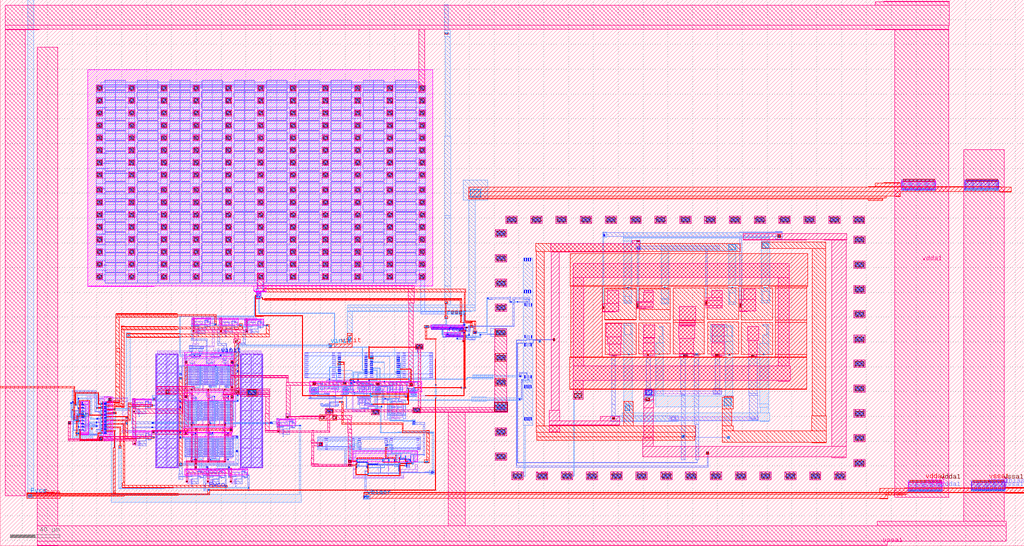
<source format=lef>
VERSION 5.7 ;
  NOWIREEXTENSIONATPIN ON ;
  DIVIDERCHAR "/" ;
  BUSBITCHARS "[]" ;
MACRO analog_macro
  CLASS BLOCK ;
  FOREIGN analog_macro ;
  ORIGIN 37.770 44.270 ;
  SIZE 824.770 BY 440.310 ;
  PIN vinit
    DIRECTION INPUT ;
    USE SIGNAL ;
    ANTENNAGATEAREA 2.000000 ;
    ANTENNADIFFAREA 31.900000 ;
    PORT
      LAYER li1 ;
        RECT 688.970 244.190 689.140 249.230 ;
        RECT 691.550 244.190 691.720 249.230 ;
        RECT 694.130 244.190 694.300 249.230 ;
        RECT 696.710 244.190 696.880 249.230 ;
        RECT 699.290 244.190 699.460 249.230 ;
        RECT 701.870 244.190 702.040 249.230 ;
        RECT 704.450 244.190 704.620 249.230 ;
        RECT 707.030 244.190 707.200 249.230 ;
        RECT 709.610 244.190 709.780 249.230 ;
        RECT 712.190 244.190 712.360 249.230 ;
        RECT 714.770 244.190 714.940 249.230 ;
        RECT 739.770 244.360 739.940 249.400 ;
        RECT 742.350 244.360 742.520 249.400 ;
        RECT 744.930 244.360 745.100 249.400 ;
        RECT 747.510 244.360 747.680 249.400 ;
        RECT 750.090 244.360 750.260 249.400 ;
        RECT 752.670 244.360 752.840 249.400 ;
        RECT 755.250 244.360 755.420 249.400 ;
        RECT 757.830 244.360 758.000 249.400 ;
        RECT 760.410 244.360 760.580 249.400 ;
        RECT 762.990 244.360 763.160 249.400 ;
        RECT 765.570 244.360 765.740 249.400 ;
        RECT 132.530 109.675 133.610 109.845 ;
      LAYER mcon ;
        RECT 688.970 244.270 689.140 249.150 ;
        RECT 691.550 244.270 691.720 249.150 ;
        RECT 694.130 244.270 694.300 249.150 ;
        RECT 696.710 244.270 696.880 249.150 ;
        RECT 699.290 244.270 699.460 249.150 ;
        RECT 701.870 244.270 702.040 249.150 ;
        RECT 704.450 244.270 704.620 249.150 ;
        RECT 707.030 244.270 707.200 249.150 ;
        RECT 709.610 244.270 709.780 249.150 ;
        RECT 712.190 244.270 712.360 249.150 ;
        RECT 714.770 244.270 714.940 249.150 ;
        RECT 739.770 244.440 739.940 249.320 ;
        RECT 742.350 244.440 742.520 249.320 ;
        RECT 744.930 244.440 745.100 249.320 ;
        RECT 747.510 244.440 747.680 249.320 ;
        RECT 750.090 244.440 750.260 249.320 ;
        RECT 752.670 244.440 752.840 249.320 ;
        RECT 755.250 244.440 755.420 249.320 ;
        RECT 757.830 244.440 758.000 249.320 ;
        RECT 760.410 244.440 760.580 249.320 ;
        RECT 762.990 244.440 763.160 249.320 ;
        RECT 765.570 244.440 765.740 249.320 ;
        RECT 132.610 109.675 133.530 109.845 ;
      LAYER met1 ;
        RECT 688.940 243.585 689.170 249.210 ;
        RECT 691.520 243.585 691.750 249.210 ;
        RECT 694.100 243.585 694.330 249.210 ;
        RECT 696.680 243.585 696.910 249.210 ;
        RECT 699.260 243.585 699.490 249.210 ;
        RECT 701.840 243.585 702.070 249.210 ;
        RECT 704.420 243.585 704.650 249.210 ;
        RECT 707.000 243.585 707.230 249.210 ;
        RECT 709.580 243.585 709.810 249.210 ;
        RECT 712.160 243.585 712.390 249.210 ;
        RECT 714.740 243.585 714.970 249.210 ;
        RECT 739.740 243.660 739.970 249.380 ;
        RECT 742.320 243.660 742.550 249.380 ;
        RECT 744.900 243.660 745.130 249.380 ;
        RECT 747.480 243.660 747.710 249.380 ;
        RECT 750.060 243.660 750.290 249.380 ;
        RECT 752.640 243.660 752.870 249.380 ;
        RECT 755.220 243.660 755.450 249.380 ;
        RECT 757.800 243.660 758.030 249.380 ;
        RECT 760.380 243.660 760.610 249.380 ;
        RECT 762.960 243.660 763.190 249.380 ;
        RECT 765.540 243.660 765.770 249.380 ;
        RECT 688.220 242.210 715.690 243.585 ;
        RECT 739.020 242.285 766.490 243.660 ;
        RECT 131.600 108.130 140.380 109.960 ;
      LAYER via ;
        RECT 688.730 243.005 689.030 243.305 ;
        RECT 689.330 243.005 689.630 243.305 ;
        RECT 689.930 243.005 690.230 243.305 ;
        RECT 690.530 243.005 690.830 243.305 ;
        RECT 691.130 243.005 691.430 243.305 ;
        RECT 691.730 243.005 692.030 243.305 ;
        RECT 692.330 243.005 692.630 243.305 ;
        RECT 692.930 243.005 693.230 243.305 ;
        RECT 693.530 243.005 693.830 243.305 ;
        RECT 694.130 243.005 694.430 243.305 ;
        RECT 694.730 243.005 695.030 243.305 ;
        RECT 695.330 243.005 695.630 243.305 ;
        RECT 695.930 243.005 696.230 243.305 ;
        RECT 696.530 243.005 696.830 243.305 ;
        RECT 697.130 243.005 697.430 243.305 ;
        RECT 697.730 243.005 698.030 243.305 ;
        RECT 698.330 243.005 698.630 243.305 ;
        RECT 698.930 243.005 699.230 243.305 ;
        RECT 699.530 243.005 699.830 243.305 ;
        RECT 700.130 243.005 700.430 243.305 ;
        RECT 700.730 243.005 701.030 243.305 ;
        RECT 701.330 243.005 701.630 243.305 ;
        RECT 701.930 243.005 702.230 243.305 ;
        RECT 702.530 243.005 702.830 243.305 ;
        RECT 703.130 243.005 703.430 243.305 ;
        RECT 703.730 243.005 704.030 243.305 ;
        RECT 704.330 243.005 704.630 243.305 ;
        RECT 704.930 243.005 705.230 243.305 ;
        RECT 705.530 243.005 705.830 243.305 ;
        RECT 706.130 243.005 706.430 243.305 ;
        RECT 706.730 243.005 707.030 243.305 ;
        RECT 707.330 243.005 707.630 243.305 ;
        RECT 707.930 243.005 708.230 243.305 ;
        RECT 708.530 243.005 708.830 243.305 ;
        RECT 709.130 243.005 709.430 243.305 ;
        RECT 709.730 243.005 710.030 243.305 ;
        RECT 710.330 243.005 710.630 243.305 ;
        RECT 710.930 243.005 711.230 243.305 ;
        RECT 711.530 243.005 711.830 243.305 ;
        RECT 712.130 243.005 712.430 243.305 ;
        RECT 712.730 243.005 713.030 243.305 ;
        RECT 713.330 243.005 713.630 243.305 ;
        RECT 713.930 243.005 714.230 243.305 ;
        RECT 714.530 243.005 714.830 243.305 ;
        RECT 715.130 243.005 715.430 243.305 ;
        RECT 688.730 242.405 689.030 242.705 ;
        RECT 689.330 242.405 689.630 242.705 ;
        RECT 689.930 242.405 690.230 242.705 ;
        RECT 690.530 242.405 690.830 242.705 ;
        RECT 691.130 242.405 691.430 242.705 ;
        RECT 691.730 242.405 692.030 242.705 ;
        RECT 692.330 242.405 692.630 242.705 ;
        RECT 692.930 242.405 693.230 242.705 ;
        RECT 693.530 242.405 693.830 242.705 ;
        RECT 694.130 242.405 694.430 242.705 ;
        RECT 694.730 242.405 695.030 242.705 ;
        RECT 695.330 242.405 695.630 242.705 ;
        RECT 695.930 242.405 696.230 242.705 ;
        RECT 696.530 242.405 696.830 242.705 ;
        RECT 697.130 242.405 697.430 242.705 ;
        RECT 697.730 242.405 698.030 242.705 ;
        RECT 698.330 242.405 698.630 242.705 ;
        RECT 698.930 242.405 699.230 242.705 ;
        RECT 699.530 242.405 699.830 242.705 ;
        RECT 700.130 242.405 700.430 242.705 ;
        RECT 700.730 242.405 701.030 242.705 ;
        RECT 701.330 242.405 701.630 242.705 ;
        RECT 701.930 242.405 702.230 242.705 ;
        RECT 702.530 242.405 702.830 242.705 ;
        RECT 703.130 242.405 703.430 242.705 ;
        RECT 703.730 242.405 704.030 242.705 ;
        RECT 704.330 242.405 704.630 242.705 ;
        RECT 704.930 242.405 705.230 242.705 ;
        RECT 705.530 242.405 705.830 242.705 ;
        RECT 706.130 242.405 706.430 242.705 ;
        RECT 706.730 242.405 707.030 242.705 ;
        RECT 707.330 242.405 707.630 242.705 ;
        RECT 707.930 242.405 708.230 242.705 ;
        RECT 708.530 242.405 708.830 242.705 ;
        RECT 709.130 242.405 709.430 242.705 ;
        RECT 709.730 242.405 710.030 242.705 ;
        RECT 710.330 242.405 710.630 242.705 ;
        RECT 710.930 242.405 711.230 242.705 ;
        RECT 711.530 242.405 711.830 242.705 ;
        RECT 712.130 242.405 712.430 242.705 ;
        RECT 712.730 242.405 713.030 242.705 ;
        RECT 713.330 242.405 713.630 242.705 ;
        RECT 713.930 242.405 714.230 242.705 ;
        RECT 714.530 242.405 714.830 242.705 ;
        RECT 715.130 242.405 715.430 242.705 ;
        RECT 739.280 243.080 739.580 243.380 ;
        RECT 739.880 243.080 740.180 243.380 ;
        RECT 740.480 243.080 740.780 243.380 ;
        RECT 741.080 243.080 741.380 243.380 ;
        RECT 741.680 243.080 741.980 243.380 ;
        RECT 742.280 243.080 742.580 243.380 ;
        RECT 742.880 243.080 743.180 243.380 ;
        RECT 743.480 243.080 743.780 243.380 ;
        RECT 744.080 243.080 744.380 243.380 ;
        RECT 744.680 243.080 744.980 243.380 ;
        RECT 745.280 243.080 745.580 243.380 ;
        RECT 745.880 243.080 746.180 243.380 ;
        RECT 746.480 243.080 746.780 243.380 ;
        RECT 747.080 243.080 747.380 243.380 ;
        RECT 747.680 243.080 747.980 243.380 ;
        RECT 748.280 243.080 748.580 243.380 ;
        RECT 748.880 243.080 749.180 243.380 ;
        RECT 749.480 243.080 749.780 243.380 ;
        RECT 750.080 243.080 750.380 243.380 ;
        RECT 750.680 243.080 750.980 243.380 ;
        RECT 751.280 243.080 751.580 243.380 ;
        RECT 751.880 243.080 752.180 243.380 ;
        RECT 752.480 243.080 752.780 243.380 ;
        RECT 753.080 243.080 753.380 243.380 ;
        RECT 753.680 243.080 753.980 243.380 ;
        RECT 754.280 243.080 754.580 243.380 ;
        RECT 754.880 243.080 755.180 243.380 ;
        RECT 755.480 243.080 755.780 243.380 ;
        RECT 756.080 243.080 756.380 243.380 ;
        RECT 756.680 243.080 756.980 243.380 ;
        RECT 757.280 243.080 757.580 243.380 ;
        RECT 757.880 243.080 758.180 243.380 ;
        RECT 758.480 243.080 758.780 243.380 ;
        RECT 759.080 243.080 759.380 243.380 ;
        RECT 759.680 243.080 759.980 243.380 ;
        RECT 760.280 243.080 760.580 243.380 ;
        RECT 760.880 243.080 761.180 243.380 ;
        RECT 761.480 243.080 761.780 243.380 ;
        RECT 762.080 243.080 762.380 243.380 ;
        RECT 762.680 243.080 762.980 243.380 ;
        RECT 763.280 243.080 763.580 243.380 ;
        RECT 763.880 243.080 764.180 243.380 ;
        RECT 764.480 243.080 764.780 243.380 ;
        RECT 765.080 243.080 765.380 243.380 ;
        RECT 765.680 243.080 765.980 243.380 ;
        RECT 739.280 242.480 739.580 242.780 ;
        RECT 739.880 242.480 740.180 242.780 ;
        RECT 740.480 242.480 740.780 242.780 ;
        RECT 741.080 242.480 741.380 242.780 ;
        RECT 741.680 242.480 741.980 242.780 ;
        RECT 742.280 242.480 742.580 242.780 ;
        RECT 742.880 242.480 743.180 242.780 ;
        RECT 743.480 242.480 743.780 242.780 ;
        RECT 744.080 242.480 744.380 242.780 ;
        RECT 744.680 242.480 744.980 242.780 ;
        RECT 745.280 242.480 745.580 242.780 ;
        RECT 745.880 242.480 746.180 242.780 ;
        RECT 746.480 242.480 746.780 242.780 ;
        RECT 747.080 242.480 747.380 242.780 ;
        RECT 747.680 242.480 747.980 242.780 ;
        RECT 748.280 242.480 748.580 242.780 ;
        RECT 748.880 242.480 749.180 242.780 ;
        RECT 749.480 242.480 749.780 242.780 ;
        RECT 750.080 242.480 750.380 242.780 ;
        RECT 750.680 242.480 750.980 242.780 ;
        RECT 751.280 242.480 751.580 242.780 ;
        RECT 751.880 242.480 752.180 242.780 ;
        RECT 752.480 242.480 752.780 242.780 ;
        RECT 753.080 242.480 753.380 242.780 ;
        RECT 753.680 242.480 753.980 242.780 ;
        RECT 754.280 242.480 754.580 242.780 ;
        RECT 754.880 242.480 755.180 242.780 ;
        RECT 755.480 242.480 755.780 242.780 ;
        RECT 756.080 242.480 756.380 242.780 ;
        RECT 756.680 242.480 756.980 242.780 ;
        RECT 757.280 242.480 757.580 242.780 ;
        RECT 757.880 242.480 758.180 242.780 ;
        RECT 758.480 242.480 758.780 242.780 ;
        RECT 759.080 242.480 759.380 242.780 ;
        RECT 759.680 242.480 759.980 242.780 ;
        RECT 760.280 242.480 760.580 242.780 ;
        RECT 760.880 242.480 761.180 242.780 ;
        RECT 761.480 242.480 761.780 242.780 ;
        RECT 762.080 242.480 762.380 242.780 ;
        RECT 762.680 242.480 762.980 242.780 ;
        RECT 763.280 242.480 763.580 242.780 ;
        RECT 763.880 242.480 764.180 242.780 ;
        RECT 764.480 242.480 764.780 242.780 ;
        RECT 765.080 242.480 765.380 242.780 ;
        RECT 765.680 242.480 765.980 242.780 ;
        RECT 139.570 108.630 140.070 109.490 ;
      LAYER met2 ;
        RECT 335.050 234.320 354.880 250.370 ;
        RECT 688.130 242.105 715.730 243.605 ;
        RECT 738.980 242.180 766.580 243.680 ;
        RECT 339.640 149.930 344.830 234.320 ;
        RECT 242.250 147.890 344.830 149.930 ;
        RECT 241.900 145.060 344.830 147.890 ;
        RECT 241.900 144.750 341.840 145.060 ;
        RECT 241.900 120.430 245.710 144.750 ;
        RECT 226.540 117.450 229.280 119.020 ;
        RECT 152.850 117.410 229.280 117.450 ;
        RECT 152.820 116.160 229.280 117.410 ;
        RECT 139.150 109.660 140.410 109.950 ;
        RECT 152.820 109.660 154.500 116.160 ;
        RECT 226.540 115.180 229.280 116.160 ;
        RECT 139.150 108.380 154.500 109.660 ;
        RECT 139.150 108.275 153.970 108.380 ;
        RECT 139.150 108.260 147.150 108.275 ;
        RECT 139.150 108.100 140.410 108.260 ;
      LAYER via2 ;
        RECT 340.710 236.840 349.210 242.820 ;
        RECT 688.730 243.005 689.030 243.305 ;
        RECT 689.330 243.005 689.630 243.305 ;
        RECT 689.930 243.005 690.230 243.305 ;
        RECT 690.530 243.005 690.830 243.305 ;
        RECT 691.130 243.005 691.430 243.305 ;
        RECT 691.730 243.005 692.030 243.305 ;
        RECT 692.330 243.005 692.630 243.305 ;
        RECT 692.930 243.005 693.230 243.305 ;
        RECT 693.530 243.005 693.830 243.305 ;
        RECT 694.130 243.005 694.430 243.305 ;
        RECT 694.730 243.005 695.030 243.305 ;
        RECT 695.330 243.005 695.630 243.305 ;
        RECT 695.930 243.005 696.230 243.305 ;
        RECT 696.530 243.005 696.830 243.305 ;
        RECT 697.130 243.005 697.430 243.305 ;
        RECT 697.730 243.005 698.030 243.305 ;
        RECT 698.330 243.005 698.630 243.305 ;
        RECT 698.930 243.005 699.230 243.305 ;
        RECT 699.530 243.005 699.830 243.305 ;
        RECT 700.130 243.005 700.430 243.305 ;
        RECT 700.730 243.005 701.030 243.305 ;
        RECT 701.330 243.005 701.630 243.305 ;
        RECT 701.930 243.005 702.230 243.305 ;
        RECT 702.530 243.005 702.830 243.305 ;
        RECT 703.130 243.005 703.430 243.305 ;
        RECT 703.730 243.005 704.030 243.305 ;
        RECT 704.330 243.005 704.630 243.305 ;
        RECT 704.930 243.005 705.230 243.305 ;
        RECT 705.530 243.005 705.830 243.305 ;
        RECT 706.130 243.005 706.430 243.305 ;
        RECT 706.730 243.005 707.030 243.305 ;
        RECT 707.330 243.005 707.630 243.305 ;
        RECT 707.930 243.005 708.230 243.305 ;
        RECT 708.530 243.005 708.830 243.305 ;
        RECT 709.130 243.005 709.430 243.305 ;
        RECT 709.730 243.005 710.030 243.305 ;
        RECT 710.330 243.005 710.630 243.305 ;
        RECT 710.930 243.005 711.230 243.305 ;
        RECT 711.530 243.005 711.830 243.305 ;
        RECT 712.130 243.005 712.430 243.305 ;
        RECT 712.730 243.005 713.030 243.305 ;
        RECT 713.330 243.005 713.630 243.305 ;
        RECT 713.930 243.005 714.230 243.305 ;
        RECT 714.530 243.005 714.830 243.305 ;
        RECT 715.130 243.005 715.430 243.305 ;
        RECT 688.730 242.405 689.030 242.705 ;
        RECT 689.330 242.405 689.630 242.705 ;
        RECT 689.930 242.405 690.230 242.705 ;
        RECT 690.530 242.405 690.830 242.705 ;
        RECT 691.130 242.405 691.430 242.705 ;
        RECT 691.730 242.405 692.030 242.705 ;
        RECT 692.330 242.405 692.630 242.705 ;
        RECT 692.930 242.405 693.230 242.705 ;
        RECT 693.530 242.405 693.830 242.705 ;
        RECT 694.130 242.405 694.430 242.705 ;
        RECT 694.730 242.405 695.030 242.705 ;
        RECT 695.330 242.405 695.630 242.705 ;
        RECT 695.930 242.405 696.230 242.705 ;
        RECT 696.530 242.405 696.830 242.705 ;
        RECT 697.130 242.405 697.430 242.705 ;
        RECT 697.730 242.405 698.030 242.705 ;
        RECT 698.330 242.405 698.630 242.705 ;
        RECT 698.930 242.405 699.230 242.705 ;
        RECT 699.530 242.405 699.830 242.705 ;
        RECT 700.130 242.405 700.430 242.705 ;
        RECT 700.730 242.405 701.030 242.705 ;
        RECT 701.330 242.405 701.630 242.705 ;
        RECT 701.930 242.405 702.230 242.705 ;
        RECT 702.530 242.405 702.830 242.705 ;
        RECT 703.130 242.405 703.430 242.705 ;
        RECT 703.730 242.405 704.030 242.705 ;
        RECT 704.330 242.405 704.630 242.705 ;
        RECT 704.930 242.405 705.230 242.705 ;
        RECT 705.530 242.405 705.830 242.705 ;
        RECT 706.130 242.405 706.430 242.705 ;
        RECT 706.730 242.405 707.030 242.705 ;
        RECT 707.330 242.405 707.630 242.705 ;
        RECT 707.930 242.405 708.230 242.705 ;
        RECT 708.530 242.405 708.830 242.705 ;
        RECT 709.130 242.405 709.430 242.705 ;
        RECT 709.730 242.405 710.030 242.705 ;
        RECT 710.330 242.405 710.630 242.705 ;
        RECT 710.930 242.405 711.230 242.705 ;
        RECT 711.530 242.405 711.830 242.705 ;
        RECT 712.130 242.405 712.430 242.705 ;
        RECT 712.730 242.405 713.030 242.705 ;
        RECT 713.330 242.405 713.630 242.705 ;
        RECT 713.930 242.405 714.230 242.705 ;
        RECT 714.530 242.405 714.830 242.705 ;
        RECT 715.130 242.405 715.430 242.705 ;
        RECT 739.280 243.080 739.580 243.380 ;
        RECT 739.880 243.080 740.180 243.380 ;
        RECT 740.480 243.080 740.780 243.380 ;
        RECT 741.080 243.080 741.380 243.380 ;
        RECT 741.680 243.080 741.980 243.380 ;
        RECT 742.280 243.080 742.580 243.380 ;
        RECT 742.880 243.080 743.180 243.380 ;
        RECT 743.480 243.080 743.780 243.380 ;
        RECT 744.080 243.080 744.380 243.380 ;
        RECT 744.680 243.080 744.980 243.380 ;
        RECT 745.280 243.080 745.580 243.380 ;
        RECT 745.880 243.080 746.180 243.380 ;
        RECT 746.480 243.080 746.780 243.380 ;
        RECT 747.080 243.080 747.380 243.380 ;
        RECT 747.680 243.080 747.980 243.380 ;
        RECT 748.280 243.080 748.580 243.380 ;
        RECT 748.880 243.080 749.180 243.380 ;
        RECT 749.480 243.080 749.780 243.380 ;
        RECT 750.080 243.080 750.380 243.380 ;
        RECT 750.680 243.080 750.980 243.380 ;
        RECT 751.280 243.080 751.580 243.380 ;
        RECT 751.880 243.080 752.180 243.380 ;
        RECT 752.480 243.080 752.780 243.380 ;
        RECT 753.080 243.080 753.380 243.380 ;
        RECT 753.680 243.080 753.980 243.380 ;
        RECT 754.280 243.080 754.580 243.380 ;
        RECT 754.880 243.080 755.180 243.380 ;
        RECT 755.480 243.080 755.780 243.380 ;
        RECT 756.080 243.080 756.380 243.380 ;
        RECT 756.680 243.080 756.980 243.380 ;
        RECT 757.280 243.080 757.580 243.380 ;
        RECT 757.880 243.080 758.180 243.380 ;
        RECT 758.480 243.080 758.780 243.380 ;
        RECT 759.080 243.080 759.380 243.380 ;
        RECT 759.680 243.080 759.980 243.380 ;
        RECT 760.280 243.080 760.580 243.380 ;
        RECT 760.880 243.080 761.180 243.380 ;
        RECT 761.480 243.080 761.780 243.380 ;
        RECT 762.080 243.080 762.380 243.380 ;
        RECT 762.680 243.080 762.980 243.380 ;
        RECT 763.280 243.080 763.580 243.380 ;
        RECT 763.880 243.080 764.180 243.380 ;
        RECT 764.480 243.080 764.780 243.380 ;
        RECT 765.080 243.080 765.380 243.380 ;
        RECT 765.680 243.080 765.980 243.380 ;
        RECT 739.280 242.480 739.580 242.780 ;
        RECT 739.880 242.480 740.180 242.780 ;
        RECT 740.480 242.480 740.780 242.780 ;
        RECT 741.080 242.480 741.380 242.780 ;
        RECT 741.680 242.480 741.980 242.780 ;
        RECT 742.280 242.480 742.580 242.780 ;
        RECT 742.880 242.480 743.180 242.780 ;
        RECT 743.480 242.480 743.780 242.780 ;
        RECT 744.080 242.480 744.380 242.780 ;
        RECT 744.680 242.480 744.980 242.780 ;
        RECT 745.280 242.480 745.580 242.780 ;
        RECT 745.880 242.480 746.180 242.780 ;
        RECT 746.480 242.480 746.780 242.780 ;
        RECT 747.080 242.480 747.380 242.780 ;
        RECT 747.680 242.480 747.980 242.780 ;
        RECT 748.280 242.480 748.580 242.780 ;
        RECT 748.880 242.480 749.180 242.780 ;
        RECT 749.480 242.480 749.780 242.780 ;
        RECT 750.080 242.480 750.380 242.780 ;
        RECT 750.680 242.480 750.980 242.780 ;
        RECT 751.280 242.480 751.580 242.780 ;
        RECT 751.880 242.480 752.180 242.780 ;
        RECT 752.480 242.480 752.780 242.780 ;
        RECT 753.080 242.480 753.380 242.780 ;
        RECT 753.680 242.480 753.980 242.780 ;
        RECT 754.280 242.480 754.580 242.780 ;
        RECT 754.880 242.480 755.180 242.780 ;
        RECT 755.480 242.480 755.780 242.780 ;
        RECT 756.080 242.480 756.380 242.780 ;
        RECT 756.680 242.480 756.980 242.780 ;
        RECT 757.280 242.480 757.580 242.780 ;
        RECT 757.880 242.480 758.180 242.780 ;
        RECT 758.480 242.480 758.780 242.780 ;
        RECT 759.080 242.480 759.380 242.780 ;
        RECT 759.680 242.480 759.980 242.780 ;
        RECT 760.280 242.480 760.580 242.780 ;
        RECT 760.880 242.480 761.180 242.780 ;
        RECT 761.480 242.480 761.780 242.780 ;
        RECT 762.080 242.480 762.380 242.780 ;
        RECT 762.680 242.480 762.980 242.780 ;
        RECT 763.280 242.480 763.580 242.780 ;
        RECT 763.880 242.480 764.180 242.780 ;
        RECT 764.480 242.480 764.780 242.780 ;
        RECT 765.080 242.480 765.380 242.780 ;
        RECT 765.680 242.480 765.980 242.780 ;
        RECT 242.760 121.370 244.480 124.270 ;
        RECT 227.320 115.960 228.970 117.770 ;
      LAYER met3 ;
        RECT 683.800 248.480 687.220 248.700 ;
        RECT 673.820 248.170 687.220 248.480 ;
        RECT 667.260 245.200 687.220 248.170 ;
        RECT 667.260 245.150 768.030 245.200 ;
        RECT 661.490 244.980 768.030 245.150 ;
        RECT 661.490 244.840 776.780 244.980 ;
        RECT 339.420 241.200 776.780 244.840 ;
        RECT 339.420 237.480 687.220 241.200 ;
        RECT 767.260 240.860 776.780 241.200 ;
        RECT 339.420 235.910 675.940 237.480 ;
        RECT 683.800 237.310 687.220 237.480 ;
        RECT 339.420 235.350 673.170 235.910 ;
        RECT 661.490 234.150 673.170 235.350 ;
        RECT 241.580 125.120 245.740 126.930 ;
        RECT 241.580 118.630 245.900 125.120 ;
        RECT 227.010 115.490 245.900 118.630 ;
    END
  END vinit
  PIN vbiasr
    DIRECTION INPUT ;
    USE SIGNAL ;
    ANTENNADIFFAREA 33.300697 ;
    PORT
      LAYER li1 ;
        RECT 258.230 20.020 258.400 20.450 ;
        RECT 258.220 19.280 258.460 20.020 ;
        RECT 258.230 18.590 258.400 19.280 ;
        RECT 258.090 18.140 258.470 18.590 ;
        RECT 258.230 15.580 258.400 18.140 ;
        RECT 694.260 1.470 694.430 6.510 ;
        RECT 696.840 1.470 697.010 6.510 ;
        RECT 699.420 1.470 699.590 6.510 ;
        RECT 702.000 1.470 702.170 6.510 ;
        RECT 704.580 1.470 704.750 6.510 ;
        RECT 707.160 1.470 707.330 6.510 ;
        RECT 709.740 1.470 709.910 6.510 ;
        RECT 712.320 1.470 712.490 6.510 ;
        RECT 714.900 1.470 715.070 6.510 ;
        RECT 717.480 1.470 717.650 6.510 ;
        RECT 720.060 1.470 720.230 6.510 ;
        RECT 745.060 1.640 745.230 6.680 ;
        RECT 747.640 1.640 747.810 6.680 ;
        RECT 750.220 1.640 750.390 6.680 ;
        RECT 752.800 1.640 752.970 6.680 ;
        RECT 755.380 1.640 755.550 6.680 ;
        RECT 757.960 1.640 758.130 6.680 ;
        RECT 760.540 1.640 760.710 6.680 ;
        RECT 763.120 1.640 763.290 6.680 ;
        RECT 765.700 1.640 765.870 6.680 ;
        RECT 768.280 1.640 768.450 6.680 ;
        RECT 770.860 1.640 771.030 6.680 ;
      LAYER mcon ;
        RECT 258.230 15.660 258.400 20.370 ;
        RECT 694.260 1.550 694.430 6.430 ;
        RECT 696.840 1.550 697.010 6.430 ;
        RECT 699.420 1.550 699.590 6.430 ;
        RECT 702.000 1.550 702.170 6.430 ;
        RECT 704.580 1.550 704.750 6.430 ;
        RECT 707.160 1.550 707.330 6.430 ;
        RECT 709.740 1.550 709.910 6.430 ;
        RECT 712.320 1.550 712.490 6.430 ;
        RECT 714.900 1.550 715.070 6.430 ;
        RECT 717.480 1.550 717.650 6.430 ;
        RECT 720.060 1.550 720.230 6.430 ;
        RECT 745.060 1.720 745.230 6.600 ;
        RECT 747.640 1.720 747.810 6.600 ;
        RECT 750.220 1.720 750.390 6.600 ;
        RECT 752.800 1.720 752.970 6.600 ;
        RECT 755.380 1.720 755.550 6.600 ;
        RECT 757.960 1.720 758.130 6.600 ;
        RECT 760.540 1.720 760.710 6.600 ;
        RECT 763.120 1.720 763.290 6.600 ;
        RECT 765.700 1.720 765.870 6.600 ;
        RECT 768.280 1.720 768.450 6.600 ;
        RECT 770.860 1.720 771.030 6.600 ;
      LAYER met1 ;
        RECT 258.140 18.590 258.460 20.420 ;
        RECT 258.090 18.140 258.470 18.590 ;
        RECT 258.140 18.000 258.460 18.140 ;
        RECT 257.750 17.730 258.460 18.000 ;
        RECT 258.140 16.310 258.460 17.730 ;
        RECT 255.750 16.000 258.460 16.310 ;
        RECT 255.750 15.600 258.470 16.000 ;
        RECT 255.750 15.570 258.390 15.600 ;
        RECT 255.770 9.970 256.740 15.570 ;
        RECT 255.770 9.220 256.900 9.970 ;
        RECT 255.720 3.820 257.020 9.220 ;
        RECT 255.780 -0.190 256.900 3.820 ;
        RECT 694.230 0.865 694.460 6.490 ;
        RECT 696.810 0.865 697.040 6.490 ;
        RECT 699.390 0.865 699.620 6.490 ;
        RECT 701.970 0.865 702.200 6.490 ;
        RECT 704.550 0.865 704.780 6.490 ;
        RECT 707.130 0.865 707.360 6.490 ;
        RECT 709.710 0.865 709.940 6.490 ;
        RECT 712.290 0.865 712.520 6.490 ;
        RECT 714.870 0.865 715.100 6.490 ;
        RECT 717.450 0.865 717.680 6.490 ;
        RECT 720.030 0.865 720.260 6.490 ;
        RECT 745.030 0.940 745.260 6.660 ;
        RECT 747.610 0.940 747.840 6.660 ;
        RECT 750.190 0.940 750.420 6.660 ;
        RECT 752.770 0.940 753.000 6.660 ;
        RECT 755.350 0.940 755.580 6.660 ;
        RECT 757.930 0.940 758.160 6.660 ;
        RECT 760.510 0.940 760.740 6.660 ;
        RECT 763.090 0.940 763.320 6.660 ;
        RECT 765.670 0.940 765.900 6.660 ;
        RECT 768.250 0.940 768.480 6.660 ;
        RECT 770.830 0.940 771.060 6.660 ;
        RECT 255.670 -3.990 256.920 -0.190 ;
        RECT 693.510 -0.510 720.980 0.865 ;
        RECT 744.310 -0.435 771.780 0.940 ;
        RECT 254.540 -6.930 260.390 -3.990 ;
      LAYER via ;
        RECT 694.020 0.285 694.320 0.585 ;
        RECT 694.620 0.285 694.920 0.585 ;
        RECT 695.220 0.285 695.520 0.585 ;
        RECT 695.820 0.285 696.120 0.585 ;
        RECT 696.420 0.285 696.720 0.585 ;
        RECT 697.020 0.285 697.320 0.585 ;
        RECT 697.620 0.285 697.920 0.585 ;
        RECT 698.220 0.285 698.520 0.585 ;
        RECT 698.820 0.285 699.120 0.585 ;
        RECT 699.420 0.285 699.720 0.585 ;
        RECT 700.020 0.285 700.320 0.585 ;
        RECT 700.620 0.285 700.920 0.585 ;
        RECT 701.220 0.285 701.520 0.585 ;
        RECT 701.820 0.285 702.120 0.585 ;
        RECT 702.420 0.285 702.720 0.585 ;
        RECT 703.020 0.285 703.320 0.585 ;
        RECT 703.620 0.285 703.920 0.585 ;
        RECT 704.220 0.285 704.520 0.585 ;
        RECT 704.820 0.285 705.120 0.585 ;
        RECT 705.420 0.285 705.720 0.585 ;
        RECT 706.020 0.285 706.320 0.585 ;
        RECT 706.620 0.285 706.920 0.585 ;
        RECT 707.220 0.285 707.520 0.585 ;
        RECT 707.820 0.285 708.120 0.585 ;
        RECT 708.420 0.285 708.720 0.585 ;
        RECT 709.020 0.285 709.320 0.585 ;
        RECT 709.620 0.285 709.920 0.585 ;
        RECT 710.220 0.285 710.520 0.585 ;
        RECT 710.820 0.285 711.120 0.585 ;
        RECT 711.420 0.285 711.720 0.585 ;
        RECT 712.020 0.285 712.320 0.585 ;
        RECT 712.620 0.285 712.920 0.585 ;
        RECT 713.220 0.285 713.520 0.585 ;
        RECT 713.820 0.285 714.120 0.585 ;
        RECT 714.420 0.285 714.720 0.585 ;
        RECT 715.020 0.285 715.320 0.585 ;
        RECT 715.620 0.285 715.920 0.585 ;
        RECT 716.220 0.285 716.520 0.585 ;
        RECT 716.820 0.285 717.120 0.585 ;
        RECT 717.420 0.285 717.720 0.585 ;
        RECT 718.020 0.285 718.320 0.585 ;
        RECT 718.620 0.285 718.920 0.585 ;
        RECT 719.220 0.285 719.520 0.585 ;
        RECT 719.820 0.285 720.120 0.585 ;
        RECT 720.420 0.285 720.720 0.585 ;
        RECT 694.020 -0.315 694.320 -0.015 ;
        RECT 694.620 -0.315 694.920 -0.015 ;
        RECT 695.220 -0.315 695.520 -0.015 ;
        RECT 695.820 -0.315 696.120 -0.015 ;
        RECT 696.420 -0.315 696.720 -0.015 ;
        RECT 697.020 -0.315 697.320 -0.015 ;
        RECT 697.620 -0.315 697.920 -0.015 ;
        RECT 698.220 -0.315 698.520 -0.015 ;
        RECT 698.820 -0.315 699.120 -0.015 ;
        RECT 699.420 -0.315 699.720 -0.015 ;
        RECT 700.020 -0.315 700.320 -0.015 ;
        RECT 700.620 -0.315 700.920 -0.015 ;
        RECT 701.220 -0.315 701.520 -0.015 ;
        RECT 701.820 -0.315 702.120 -0.015 ;
        RECT 702.420 -0.315 702.720 -0.015 ;
        RECT 703.020 -0.315 703.320 -0.015 ;
        RECT 703.620 -0.315 703.920 -0.015 ;
        RECT 704.220 -0.315 704.520 -0.015 ;
        RECT 704.820 -0.315 705.120 -0.015 ;
        RECT 705.420 -0.315 705.720 -0.015 ;
        RECT 706.020 -0.315 706.320 -0.015 ;
        RECT 706.620 -0.315 706.920 -0.015 ;
        RECT 707.220 -0.315 707.520 -0.015 ;
        RECT 707.820 -0.315 708.120 -0.015 ;
        RECT 708.420 -0.315 708.720 -0.015 ;
        RECT 709.020 -0.315 709.320 -0.015 ;
        RECT 709.620 -0.315 709.920 -0.015 ;
        RECT 710.220 -0.315 710.520 -0.015 ;
        RECT 710.820 -0.315 711.120 -0.015 ;
        RECT 711.420 -0.315 711.720 -0.015 ;
        RECT 712.020 -0.315 712.320 -0.015 ;
        RECT 712.620 -0.315 712.920 -0.015 ;
        RECT 713.220 -0.315 713.520 -0.015 ;
        RECT 713.820 -0.315 714.120 -0.015 ;
        RECT 714.420 -0.315 714.720 -0.015 ;
        RECT 715.020 -0.315 715.320 -0.015 ;
        RECT 715.620 -0.315 715.920 -0.015 ;
        RECT 716.220 -0.315 716.520 -0.015 ;
        RECT 716.820 -0.315 717.120 -0.015 ;
        RECT 717.420 -0.315 717.720 -0.015 ;
        RECT 718.020 -0.315 718.320 -0.015 ;
        RECT 718.620 -0.315 718.920 -0.015 ;
        RECT 719.220 -0.315 719.520 -0.015 ;
        RECT 719.820 -0.315 720.120 -0.015 ;
        RECT 720.420 -0.315 720.720 -0.015 ;
        RECT 744.570 0.360 744.870 0.660 ;
        RECT 745.170 0.360 745.470 0.660 ;
        RECT 745.770 0.360 746.070 0.660 ;
        RECT 746.370 0.360 746.670 0.660 ;
        RECT 746.970 0.360 747.270 0.660 ;
        RECT 747.570 0.360 747.870 0.660 ;
        RECT 748.170 0.360 748.470 0.660 ;
        RECT 748.770 0.360 749.070 0.660 ;
        RECT 749.370 0.360 749.670 0.660 ;
        RECT 749.970 0.360 750.270 0.660 ;
        RECT 750.570 0.360 750.870 0.660 ;
        RECT 751.170 0.360 751.470 0.660 ;
        RECT 751.770 0.360 752.070 0.660 ;
        RECT 752.370 0.360 752.670 0.660 ;
        RECT 752.970 0.360 753.270 0.660 ;
        RECT 753.570 0.360 753.870 0.660 ;
        RECT 754.170 0.360 754.470 0.660 ;
        RECT 754.770 0.360 755.070 0.660 ;
        RECT 755.370 0.360 755.670 0.660 ;
        RECT 755.970 0.360 756.270 0.660 ;
        RECT 756.570 0.360 756.870 0.660 ;
        RECT 757.170 0.360 757.470 0.660 ;
        RECT 757.770 0.360 758.070 0.660 ;
        RECT 758.370 0.360 758.670 0.660 ;
        RECT 758.970 0.360 759.270 0.660 ;
        RECT 759.570 0.360 759.870 0.660 ;
        RECT 760.170 0.360 760.470 0.660 ;
        RECT 760.770 0.360 761.070 0.660 ;
        RECT 761.370 0.360 761.670 0.660 ;
        RECT 761.970 0.360 762.270 0.660 ;
        RECT 762.570 0.360 762.870 0.660 ;
        RECT 763.170 0.360 763.470 0.660 ;
        RECT 763.770 0.360 764.070 0.660 ;
        RECT 764.370 0.360 764.670 0.660 ;
        RECT 764.970 0.360 765.270 0.660 ;
        RECT 765.570 0.360 765.870 0.660 ;
        RECT 766.170 0.360 766.470 0.660 ;
        RECT 766.770 0.360 767.070 0.660 ;
        RECT 767.370 0.360 767.670 0.660 ;
        RECT 767.970 0.360 768.270 0.660 ;
        RECT 768.570 0.360 768.870 0.660 ;
        RECT 769.170 0.360 769.470 0.660 ;
        RECT 769.770 0.360 770.070 0.660 ;
        RECT 770.370 0.360 770.670 0.660 ;
        RECT 770.970 0.360 771.270 0.660 ;
        RECT 744.570 -0.240 744.870 0.060 ;
        RECT 745.170 -0.240 745.470 0.060 ;
        RECT 745.770 -0.240 746.070 0.060 ;
        RECT 746.370 -0.240 746.670 0.060 ;
        RECT 746.970 -0.240 747.270 0.060 ;
        RECT 747.570 -0.240 747.870 0.060 ;
        RECT 748.170 -0.240 748.470 0.060 ;
        RECT 748.770 -0.240 749.070 0.060 ;
        RECT 749.370 -0.240 749.670 0.060 ;
        RECT 749.970 -0.240 750.270 0.060 ;
        RECT 750.570 -0.240 750.870 0.060 ;
        RECT 751.170 -0.240 751.470 0.060 ;
        RECT 751.770 -0.240 752.070 0.060 ;
        RECT 752.370 -0.240 752.670 0.060 ;
        RECT 752.970 -0.240 753.270 0.060 ;
        RECT 753.570 -0.240 753.870 0.060 ;
        RECT 754.170 -0.240 754.470 0.060 ;
        RECT 754.770 -0.240 755.070 0.060 ;
        RECT 755.370 -0.240 755.670 0.060 ;
        RECT 755.970 -0.240 756.270 0.060 ;
        RECT 756.570 -0.240 756.870 0.060 ;
        RECT 757.170 -0.240 757.470 0.060 ;
        RECT 757.770 -0.240 758.070 0.060 ;
        RECT 758.370 -0.240 758.670 0.060 ;
        RECT 758.970 -0.240 759.270 0.060 ;
        RECT 759.570 -0.240 759.870 0.060 ;
        RECT 760.170 -0.240 760.470 0.060 ;
        RECT 760.770 -0.240 761.070 0.060 ;
        RECT 761.370 -0.240 761.670 0.060 ;
        RECT 761.970 -0.240 762.270 0.060 ;
        RECT 762.570 -0.240 762.870 0.060 ;
        RECT 763.170 -0.240 763.470 0.060 ;
        RECT 763.770 -0.240 764.070 0.060 ;
        RECT 764.370 -0.240 764.670 0.060 ;
        RECT 764.970 -0.240 765.270 0.060 ;
        RECT 765.570 -0.240 765.870 0.060 ;
        RECT 766.170 -0.240 766.470 0.060 ;
        RECT 766.770 -0.240 767.070 0.060 ;
        RECT 767.370 -0.240 767.670 0.060 ;
        RECT 767.970 -0.240 768.270 0.060 ;
        RECT 768.570 -0.240 768.870 0.060 ;
        RECT 769.170 -0.240 769.470 0.060 ;
        RECT 769.770 -0.240 770.070 0.060 ;
        RECT 770.370 -0.240 770.670 0.060 ;
        RECT 770.970 -0.240 771.270 0.060 ;
        RECT 255.670 -5.880 258.940 -4.350 ;
      LAYER met2 ;
        RECT 693.420 -0.615 721.020 0.885 ;
        RECT 744.270 -0.540 771.870 0.960 ;
        RECT 255.340 -6.160 259.220 -4.100 ;
      LAYER via2 ;
        RECT 694.020 0.285 694.320 0.585 ;
        RECT 694.620 0.285 694.920 0.585 ;
        RECT 695.220 0.285 695.520 0.585 ;
        RECT 695.820 0.285 696.120 0.585 ;
        RECT 696.420 0.285 696.720 0.585 ;
        RECT 697.020 0.285 697.320 0.585 ;
        RECT 697.620 0.285 697.920 0.585 ;
        RECT 698.220 0.285 698.520 0.585 ;
        RECT 698.820 0.285 699.120 0.585 ;
        RECT 699.420 0.285 699.720 0.585 ;
        RECT 700.020 0.285 700.320 0.585 ;
        RECT 700.620 0.285 700.920 0.585 ;
        RECT 701.220 0.285 701.520 0.585 ;
        RECT 701.820 0.285 702.120 0.585 ;
        RECT 702.420 0.285 702.720 0.585 ;
        RECT 703.020 0.285 703.320 0.585 ;
        RECT 703.620 0.285 703.920 0.585 ;
        RECT 704.220 0.285 704.520 0.585 ;
        RECT 704.820 0.285 705.120 0.585 ;
        RECT 705.420 0.285 705.720 0.585 ;
        RECT 706.020 0.285 706.320 0.585 ;
        RECT 706.620 0.285 706.920 0.585 ;
        RECT 707.220 0.285 707.520 0.585 ;
        RECT 707.820 0.285 708.120 0.585 ;
        RECT 708.420 0.285 708.720 0.585 ;
        RECT 709.020 0.285 709.320 0.585 ;
        RECT 709.620 0.285 709.920 0.585 ;
        RECT 710.220 0.285 710.520 0.585 ;
        RECT 710.820 0.285 711.120 0.585 ;
        RECT 711.420 0.285 711.720 0.585 ;
        RECT 712.020 0.285 712.320 0.585 ;
        RECT 712.620 0.285 712.920 0.585 ;
        RECT 713.220 0.285 713.520 0.585 ;
        RECT 713.820 0.285 714.120 0.585 ;
        RECT 714.420 0.285 714.720 0.585 ;
        RECT 715.020 0.285 715.320 0.585 ;
        RECT 715.620 0.285 715.920 0.585 ;
        RECT 716.220 0.285 716.520 0.585 ;
        RECT 716.820 0.285 717.120 0.585 ;
        RECT 717.420 0.285 717.720 0.585 ;
        RECT 718.020 0.285 718.320 0.585 ;
        RECT 718.620 0.285 718.920 0.585 ;
        RECT 719.220 0.285 719.520 0.585 ;
        RECT 719.820 0.285 720.120 0.585 ;
        RECT 720.420 0.285 720.720 0.585 ;
        RECT 694.020 -0.315 694.320 -0.015 ;
        RECT 694.620 -0.315 694.920 -0.015 ;
        RECT 695.220 -0.315 695.520 -0.015 ;
        RECT 695.820 -0.315 696.120 -0.015 ;
        RECT 696.420 -0.315 696.720 -0.015 ;
        RECT 697.020 -0.315 697.320 -0.015 ;
        RECT 697.620 -0.315 697.920 -0.015 ;
        RECT 698.220 -0.315 698.520 -0.015 ;
        RECT 698.820 -0.315 699.120 -0.015 ;
        RECT 699.420 -0.315 699.720 -0.015 ;
        RECT 700.020 -0.315 700.320 -0.015 ;
        RECT 700.620 -0.315 700.920 -0.015 ;
        RECT 701.220 -0.315 701.520 -0.015 ;
        RECT 701.820 -0.315 702.120 -0.015 ;
        RECT 702.420 -0.315 702.720 -0.015 ;
        RECT 703.020 -0.315 703.320 -0.015 ;
        RECT 703.620 -0.315 703.920 -0.015 ;
        RECT 704.220 -0.315 704.520 -0.015 ;
        RECT 704.820 -0.315 705.120 -0.015 ;
        RECT 705.420 -0.315 705.720 -0.015 ;
        RECT 706.020 -0.315 706.320 -0.015 ;
        RECT 706.620 -0.315 706.920 -0.015 ;
        RECT 707.220 -0.315 707.520 -0.015 ;
        RECT 707.820 -0.315 708.120 -0.015 ;
        RECT 708.420 -0.315 708.720 -0.015 ;
        RECT 709.020 -0.315 709.320 -0.015 ;
        RECT 709.620 -0.315 709.920 -0.015 ;
        RECT 710.220 -0.315 710.520 -0.015 ;
        RECT 710.820 -0.315 711.120 -0.015 ;
        RECT 711.420 -0.315 711.720 -0.015 ;
        RECT 712.020 -0.315 712.320 -0.015 ;
        RECT 712.620 -0.315 712.920 -0.015 ;
        RECT 713.220 -0.315 713.520 -0.015 ;
        RECT 713.820 -0.315 714.120 -0.015 ;
        RECT 714.420 -0.315 714.720 -0.015 ;
        RECT 715.020 -0.315 715.320 -0.015 ;
        RECT 715.620 -0.315 715.920 -0.015 ;
        RECT 716.220 -0.315 716.520 -0.015 ;
        RECT 716.820 -0.315 717.120 -0.015 ;
        RECT 717.420 -0.315 717.720 -0.015 ;
        RECT 718.020 -0.315 718.320 -0.015 ;
        RECT 718.620 -0.315 718.920 -0.015 ;
        RECT 719.220 -0.315 719.520 -0.015 ;
        RECT 719.820 -0.315 720.120 -0.015 ;
        RECT 720.420 -0.315 720.720 -0.015 ;
        RECT 744.570 0.360 744.870 0.660 ;
        RECT 745.170 0.360 745.470 0.660 ;
        RECT 745.770 0.360 746.070 0.660 ;
        RECT 746.370 0.360 746.670 0.660 ;
        RECT 746.970 0.360 747.270 0.660 ;
        RECT 747.570 0.360 747.870 0.660 ;
        RECT 748.170 0.360 748.470 0.660 ;
        RECT 748.770 0.360 749.070 0.660 ;
        RECT 749.370 0.360 749.670 0.660 ;
        RECT 749.970 0.360 750.270 0.660 ;
        RECT 750.570 0.360 750.870 0.660 ;
        RECT 751.170 0.360 751.470 0.660 ;
        RECT 751.770 0.360 752.070 0.660 ;
        RECT 752.370 0.360 752.670 0.660 ;
        RECT 752.970 0.360 753.270 0.660 ;
        RECT 753.570 0.360 753.870 0.660 ;
        RECT 754.170 0.360 754.470 0.660 ;
        RECT 754.770 0.360 755.070 0.660 ;
        RECT 755.370 0.360 755.670 0.660 ;
        RECT 755.970 0.360 756.270 0.660 ;
        RECT 756.570 0.360 756.870 0.660 ;
        RECT 757.170 0.360 757.470 0.660 ;
        RECT 757.770 0.360 758.070 0.660 ;
        RECT 758.370 0.360 758.670 0.660 ;
        RECT 758.970 0.360 759.270 0.660 ;
        RECT 759.570 0.360 759.870 0.660 ;
        RECT 760.170 0.360 760.470 0.660 ;
        RECT 760.770 0.360 761.070 0.660 ;
        RECT 761.370 0.360 761.670 0.660 ;
        RECT 761.970 0.360 762.270 0.660 ;
        RECT 762.570 0.360 762.870 0.660 ;
        RECT 763.170 0.360 763.470 0.660 ;
        RECT 763.770 0.360 764.070 0.660 ;
        RECT 764.370 0.360 764.670 0.660 ;
        RECT 764.970 0.360 765.270 0.660 ;
        RECT 765.570 0.360 765.870 0.660 ;
        RECT 766.170 0.360 766.470 0.660 ;
        RECT 766.770 0.360 767.070 0.660 ;
        RECT 767.370 0.360 767.670 0.660 ;
        RECT 767.970 0.360 768.270 0.660 ;
        RECT 768.570 0.360 768.870 0.660 ;
        RECT 769.170 0.360 769.470 0.660 ;
        RECT 769.770 0.360 770.070 0.660 ;
        RECT 770.370 0.360 770.670 0.660 ;
        RECT 770.970 0.360 771.270 0.660 ;
        RECT 744.570 -0.240 744.870 0.060 ;
        RECT 745.170 -0.240 745.470 0.060 ;
        RECT 745.770 -0.240 746.070 0.060 ;
        RECT 746.370 -0.240 746.670 0.060 ;
        RECT 746.970 -0.240 747.270 0.060 ;
        RECT 747.570 -0.240 747.870 0.060 ;
        RECT 748.170 -0.240 748.470 0.060 ;
        RECT 748.770 -0.240 749.070 0.060 ;
        RECT 749.370 -0.240 749.670 0.060 ;
        RECT 749.970 -0.240 750.270 0.060 ;
        RECT 750.570 -0.240 750.870 0.060 ;
        RECT 751.170 -0.240 751.470 0.060 ;
        RECT 751.770 -0.240 752.070 0.060 ;
        RECT 752.370 -0.240 752.670 0.060 ;
        RECT 752.970 -0.240 753.270 0.060 ;
        RECT 753.570 -0.240 753.870 0.060 ;
        RECT 754.170 -0.240 754.470 0.060 ;
        RECT 754.770 -0.240 755.070 0.060 ;
        RECT 755.370 -0.240 755.670 0.060 ;
        RECT 755.970 -0.240 756.270 0.060 ;
        RECT 756.570 -0.240 756.870 0.060 ;
        RECT 757.170 -0.240 757.470 0.060 ;
        RECT 757.770 -0.240 758.070 0.060 ;
        RECT 758.370 -0.240 758.670 0.060 ;
        RECT 758.970 -0.240 759.270 0.060 ;
        RECT 759.570 -0.240 759.870 0.060 ;
        RECT 760.170 -0.240 760.470 0.060 ;
        RECT 760.770 -0.240 761.070 0.060 ;
        RECT 761.370 -0.240 761.670 0.060 ;
        RECT 761.970 -0.240 762.270 0.060 ;
        RECT 762.570 -0.240 762.870 0.060 ;
        RECT 763.170 -0.240 763.470 0.060 ;
        RECT 763.770 -0.240 764.070 0.060 ;
        RECT 764.370 -0.240 764.670 0.060 ;
        RECT 764.970 -0.240 765.270 0.060 ;
        RECT 765.570 -0.240 765.870 0.060 ;
        RECT 766.170 -0.240 766.470 0.060 ;
        RECT 766.770 -0.240 767.070 0.060 ;
        RECT 767.370 -0.240 767.670 0.060 ;
        RECT 767.970 -0.240 768.270 0.060 ;
        RECT 768.570 -0.240 768.870 0.060 ;
        RECT 769.170 -0.240 769.470 0.060 ;
        RECT 769.770 -0.240 770.070 0.060 ;
        RECT 770.370 -0.240 770.670 0.060 ;
        RECT 770.970 -0.240 771.270 0.060 ;
        RECT 255.520 -6.000 259.050 -4.220 ;
      LAYER met3 ;
        RECT 690.750 2.480 692.370 2.520 ;
        RECT 771.950 2.480 787.000 2.770 ;
        RECT 670.670 2.050 677.110 2.140 ;
        RECT 690.750 2.050 787.000 2.480 ;
        RECT 670.670 -1.280 787.000 2.050 ;
        RECT 255.100 -1.520 787.000 -1.280 ;
        RECT 255.100 -2.630 692.370 -1.520 ;
        RECT 771.950 -1.910 787.000 -1.520 ;
        RECT 255.100 -2.800 691.120 -2.630 ;
        RECT 255.100 -6.130 677.110 -2.800 ;
        RECT 255.340 -6.160 259.220 -6.130 ;
        RECT 670.670 -6.400 677.110 -6.130 ;
    END
  END vbiasr
  PIN reset
    DIRECTION INPUT ;
    USE SIGNAL ;
    ANTENNAGATEAREA 1.134000 ;
    PORT
      LAYER li1 ;
        RECT 310.775 131.660 311.080 132.365 ;
        RECT 313.665 132.160 314.110 132.330 ;
        RECT 316.950 132.160 317.240 132.490 ;
        RECT 313.685 132.000 314.110 132.160 ;
        RECT 324.465 131.695 324.770 132.400 ;
        RECT 327.355 132.195 327.800 132.365 ;
        RECT 330.640 132.195 330.930 132.525 ;
        RECT 327.375 132.035 327.800 132.195 ;
        RECT 322.575 125.595 322.880 126.300 ;
        RECT 325.465 126.095 325.910 126.265 ;
        RECT 328.750 126.095 329.040 126.425 ;
        RECT 325.485 125.935 325.910 126.095 ;
      LAYER mcon ;
        RECT 310.785 132.160 310.955 132.330 ;
        RECT 317.025 132.160 317.195 132.330 ;
        RECT 324.475 132.195 324.645 132.365 ;
        RECT 330.715 132.195 330.885 132.365 ;
        RECT 322.585 126.095 322.755 126.265 ;
        RECT 328.825 126.095 328.995 126.265 ;
      LAYER met1 ;
        RECT 310.660 132.315 311.040 132.440 ;
        RECT 313.605 132.315 313.895 132.360 ;
        RECT 316.965 132.315 317.255 132.360 ;
        RECT 310.660 132.175 317.255 132.315 ;
        RECT 310.660 132.090 311.040 132.175 ;
        RECT 313.605 132.130 313.895 132.175 ;
        RECT 316.965 132.130 317.255 132.175 ;
        RECT 324.280 132.350 324.810 132.530 ;
        RECT 327.295 132.350 327.585 132.395 ;
        RECT 330.655 132.350 330.945 132.395 ;
        RECT 324.280 132.210 330.945 132.350 ;
        RECT 324.280 132.080 324.810 132.210 ;
        RECT 327.295 132.165 327.585 132.210 ;
        RECT 330.655 132.165 330.945 132.210 ;
        RECT 322.350 126.250 322.930 126.430 ;
        RECT 325.405 126.250 325.695 126.295 ;
        RECT 328.765 126.250 329.055 126.295 ;
        RECT 322.350 126.110 329.055 126.250 ;
        RECT 322.350 125.950 322.930 126.110 ;
        RECT 325.405 126.065 325.695 126.110 ;
        RECT 328.765 126.065 329.055 126.110 ;
      LAYER via ;
        RECT 310.710 132.120 311.000 132.390 ;
        RECT 324.350 132.140 324.750 132.480 ;
        RECT 322.400 126.000 322.890 126.380 ;
      LAYER met2 ;
        RECT 320.120 371.560 323.250 392.160 ;
        RECT 320.120 368.130 324.600 371.560 ;
        RECT 320.180 366.170 324.600 368.130 ;
        RECT 320.840 285.850 324.540 366.170 ;
        RECT 320.140 221.850 325.130 285.850 ;
        RECT 320.270 220.110 325.130 221.850 ;
        RECT 320.270 165.280 324.970 220.110 ;
        RECT 320.140 150.850 325.090 165.280 ;
        RECT 320.510 138.650 322.460 140.190 ;
        RECT 320.930 137.050 321.660 138.650 ;
        RECT 320.880 134.600 321.720 137.050 ;
        RECT 320.770 134.170 321.800 134.600 ;
        RECT 310.660 133.920 322.140 134.170 ;
        RECT 310.660 132.440 310.980 133.920 ;
        RECT 321.760 132.500 322.090 133.920 ;
        RECT 324.280 132.500 324.810 132.530 ;
        RECT 310.660 132.090 311.040 132.440 ;
        RECT 321.760 132.140 324.810 132.500 ;
        RECT 321.760 132.100 322.090 132.140 ;
        RECT 322.350 126.430 322.730 132.140 ;
        RECT 324.280 132.080 324.810 132.140 ;
        RECT 322.350 125.950 322.930 126.430 ;
      LAYER via2 ;
        RECT 320.710 368.450 322.630 369.310 ;
        RECT 320.900 151.370 321.870 152.060 ;
        RECT 321.120 139.290 321.520 139.730 ;
      LAYER met3 ;
        RECT 320.350 368.340 323.090 369.580 ;
        RECT 320.320 150.880 322.550 152.500 ;
        RECT 320.840 141.030 321.660 150.880 ;
        RECT 320.460 139.100 322.500 141.030 ;
    END
  END reset
  PIN v9m
    DIRECTION OUTPUT ;
    USE SIGNAL ;
    ANTENNADIFFAREA 5.389200 ;
    PORT
      LAYER li1 ;
        RECT 27.630 69.060 29.350 69.230 ;
        RECT 27.660 66.530 29.380 66.700 ;
        RECT 27.650 63.940 29.370 64.110 ;
        RECT 27.650 61.390 29.370 61.560 ;
        RECT 27.650 58.840 29.370 59.010 ;
        RECT 21.550 56.940 24.830 57.110 ;
        RECT 27.650 56.290 29.370 56.460 ;
        RECT 27.650 53.740 29.370 53.910 ;
        RECT 27.650 51.190 29.370 51.360 ;
        RECT 27.650 48.640 29.370 48.810 ;
      LAYER mcon ;
        RECT 27.710 69.060 29.270 69.230 ;
        RECT 27.740 66.530 29.300 66.700 ;
        RECT 27.730 63.940 29.290 64.110 ;
        RECT 27.730 61.390 29.290 61.560 ;
        RECT 27.730 58.840 29.290 59.010 ;
        RECT 21.630 56.940 22.380 57.110 ;
        RECT 23.070 56.940 24.750 57.110 ;
        RECT 27.730 56.290 29.290 56.460 ;
        RECT 27.730 53.740 29.290 53.910 ;
        RECT 27.730 51.190 29.290 51.360 ;
        RECT 27.730 48.640 29.290 48.810 ;
      LAYER met1 ;
        RECT 27.670 69.260 29.300 69.290 ;
        RECT 27.650 69.030 29.330 69.260 ;
        RECT 27.670 68.990 29.330 69.030 ;
        RECT 28.990 68.930 29.330 68.990 ;
        RECT 28.990 68.650 31.180 68.930 ;
        RECT 27.680 66.500 29.360 66.730 ;
        RECT 29.060 66.310 29.340 66.500 ;
        RECT 30.790 66.310 31.180 68.650 ;
        RECT 28.900 66.000 31.180 66.310 ;
        RECT 29.100 64.140 29.380 64.180 ;
        RECT 27.670 63.910 29.380 64.140 ;
        RECT 29.100 63.810 29.380 63.910 ;
        RECT 30.790 63.810 31.180 66.000 ;
        RECT 29.100 63.510 31.210 63.810 ;
        RECT 29.110 63.500 31.210 63.510 ;
        RECT 27.670 61.540 29.350 61.590 ;
        RECT 27.670 61.360 29.360 61.540 ;
        RECT 29.080 61.150 29.360 61.360 ;
        RECT 30.790 61.150 31.180 63.500 ;
        RECT 29.060 60.840 31.180 61.150 ;
        RECT 29.800 60.390 30.590 60.480 ;
        RECT 29.800 60.350 30.610 60.390 ;
        RECT 30.790 60.350 31.180 60.840 ;
        RECT 29.800 60.290 31.180 60.350 ;
        RECT 29.790 59.800 31.180 60.290 ;
        RECT 29.790 59.770 30.630 59.800 ;
        RECT 29.800 59.620 30.630 59.770 ;
        RECT 29.800 59.610 30.590 59.620 ;
        RECT 27.670 58.930 29.350 59.040 ;
        RECT 27.670 58.810 29.360 58.930 ;
        RECT 29.050 58.730 29.360 58.810 ;
        RECT 30.790 58.730 31.180 59.800 ;
        RECT 29.050 58.420 31.180 58.730 ;
        RECT 29.050 58.370 29.330 58.420 ;
        RECT 21.600 56.850 24.790 57.200 ;
        RECT 21.600 56.840 24.780 56.850 ;
        RECT 29.010 56.490 29.290 56.500 ;
        RECT 27.670 56.260 29.350 56.490 ;
        RECT 29.010 56.120 29.290 56.260 ;
        RECT 30.790 56.120 31.180 58.420 ;
        RECT 29.010 55.830 31.180 56.120 ;
        RECT 29.080 55.810 31.180 55.830 ;
        RECT 29.090 53.940 29.370 53.970 ;
        RECT 27.670 53.710 29.370 53.940 ;
        RECT 29.090 53.630 29.370 53.710 ;
        RECT 30.790 53.630 31.180 55.810 ;
        RECT 29.090 53.320 31.180 53.630 ;
        RECT 29.090 53.300 29.370 53.320 ;
        RECT 29.100 51.390 29.350 51.410 ;
        RECT 27.670 51.160 29.350 51.390 ;
        RECT 29.100 51.070 29.350 51.160 ;
        RECT 30.790 51.070 31.180 53.320 ;
        RECT 29.100 50.780 31.180 51.070 ;
        RECT 29.120 50.760 31.180 50.780 ;
        RECT 27.670 48.610 29.350 48.840 ;
        RECT 29.060 48.450 29.330 48.610 ;
        RECT 30.790 48.450 31.180 50.760 ;
        RECT 29.060 48.310 31.180 48.450 ;
        RECT 29.060 48.140 31.160 48.310 ;
      LAYER via ;
        RECT 29.900 59.750 30.460 60.370 ;
        RECT 21.630 56.880 24.750 57.160 ;
      LAYER met2 ;
        RECT 29.800 60.390 30.590 60.480 ;
        RECT 29.800 59.980 30.610 60.390 ;
        RECT 29.800 59.620 30.630 59.980 ;
        RECT 29.800 59.610 30.590 59.620 ;
        RECT 21.610 56.820 24.790 57.210 ;
      LAYER via2 ;
        RECT 29.900 59.750 30.460 60.370 ;
        RECT 21.630 56.880 24.750 57.160 ;
      LAYER met3 ;
        RECT 17.890 84.050 22.140 84.230 ;
        RECT -37.770 83.170 22.140 84.050 ;
        RECT -37.770 83.050 22.010 83.170 ;
        RECT 21.350 67.270 22.010 83.050 ;
        RECT 21.400 61.890 22.010 67.270 ;
        RECT 21.370 61.600 22.010 61.890 ;
        RECT 21.370 58.860 21.930 61.600 ;
        RECT 23.930 60.510 24.490 60.550 ;
        RECT 23.930 60.500 29.790 60.510 ;
        RECT 23.930 60.490 30.210 60.500 ;
        RECT 23.850 60.480 30.210 60.490 ;
        RECT 23.850 60.390 30.590 60.480 ;
        RECT 23.850 60.040 30.610 60.390 ;
        RECT 23.850 60.030 26.190 60.040 ;
        RECT 21.360 58.260 21.930 58.860 ;
        RECT 21.360 57.220 21.920 58.260 ;
        RECT 23.930 57.220 24.490 60.030 ;
        RECT 29.790 59.980 30.610 60.040 ;
        RECT 29.790 59.740 30.630 59.980 ;
        RECT 29.800 59.620 30.630 59.740 ;
        RECT 29.800 59.610 30.590 59.620 ;
        RECT 21.360 56.840 24.850 57.220 ;
        RECT 21.570 56.820 24.850 56.840 ;
        RECT 21.570 56.780 24.810 56.820 ;
    END
  END v9m
  PIN Fvco
    DIRECTION OUTPUT ;
    USE SIGNAL ;
    ANTENNAGATEAREA 0.885000 ;
    ANTENNADIFFAREA 0.609000 ;
    PORT
      LAYER li1 ;
        RECT 309.715 131.705 310.095 132.375 ;
        RECT 43.380 50.300 43.550 50.350 ;
        RECT 43.110 50.020 43.550 50.300 ;
        RECT 43.110 49.210 43.280 50.020 ;
        RECT 45.575 49.210 45.745 49.350 ;
        RECT 43.110 49.040 45.750 49.210 ;
        RECT 43.110 49.030 45.745 49.040 ;
        RECT 45.020 48.190 45.200 49.030 ;
        RECT 45.575 49.020 45.745 49.030 ;
        RECT 47.100 48.190 47.710 48.580 ;
        RECT 44.660 48.010 47.860 48.190 ;
        RECT 44.660 47.020 44.830 48.010 ;
        RECT 47.690 47.520 47.860 48.010 ;
        RECT 47.685 47.190 47.860 47.520 ;
        RECT 44.650 46.710 44.830 47.020 ;
        RECT 44.650 46.690 44.820 46.710 ;
        RECT 124.050 14.110 124.220 15.050 ;
        RECT 123.970 10.585 124.140 10.915 ;
      LAYER mcon ;
        RECT 309.740 131.930 309.910 132.100 ;
        RECT 47.190 48.100 47.600 48.510 ;
        RECT 124.050 14.190 124.220 14.970 ;
        RECT 123.970 10.665 124.140 10.835 ;
      LAYER met1 ;
        RECT 303.800 132.850 307.330 133.480 ;
        RECT 303.800 132.120 308.810 132.850 ;
        RECT 309.620 132.120 310.140 132.470 ;
        RECT 303.800 131.880 310.140 132.120 ;
        RECT 303.800 131.770 308.810 131.880 ;
        RECT 309.690 131.850 309.960 131.880 ;
        RECT 303.800 131.410 307.330 131.770 ;
        RECT 47.100 48.020 47.710 48.580 ;
        RECT 124.030 15.030 125.790 15.060 ;
        RECT 124.020 14.170 125.790 15.030 ;
        RECT 124.020 14.130 124.250 14.170 ;
        RECT 125.540 12.680 125.790 14.170 ;
        RECT 126.180 12.680 127.450 12.780 ;
        RECT 125.530 12.210 127.450 12.680 ;
        RECT 125.540 10.930 125.790 12.210 ;
        RECT 123.930 10.910 125.790 10.930 ;
        RECT 123.920 10.620 125.790 10.910 ;
        RECT 123.920 10.590 124.200 10.620 ;
        RECT 125.540 10.590 125.790 10.620 ;
        RECT 126.180 1.270 127.450 12.210 ;
        RECT 126.150 0.200 130.760 1.270 ;
        RECT 126.180 0.170 127.450 0.200 ;
      LAYER via ;
        RECT 304.770 131.900 306.420 132.740 ;
        RECT 47.190 48.100 47.600 48.510 ;
        RECT 129.740 0.320 130.650 1.140 ;
      LAYER met2 ;
        RECT -15.730 -5.540 -10.790 396.040 ;
        RECT 303.800 131.410 307.330 133.480 ;
        RECT 312.680 74.450 313.280 85.750 ;
        RECT 47.100 48.020 47.710 48.580 ;
        RECT 129.610 0.190 130.760 1.270 ;
      LAYER via2 ;
        RECT 304.770 131.900 306.420 132.740 ;
        RECT 312.780 85.250 313.190 85.660 ;
        RECT 312.770 74.550 313.210 74.940 ;
        RECT 47.190 48.100 47.600 48.510 ;
        RECT 129.740 0.320 130.650 1.140 ;
        RECT -14.880 -4.800 -12.420 -3.330 ;
      LAYER met3 ;
        RECT 303.800 131.410 307.330 133.480 ;
        RECT 304.610 122.990 305.610 131.410 ;
        RECT 304.610 122.020 313.390 122.990 ;
        RECT 312.810 106.540 313.170 122.020 ;
        RECT 312.800 106.290 313.170 106.540 ;
        RECT 312.800 93.660 313.160 106.290 ;
        RECT 312.800 89.880 313.170 93.660 ;
        RECT 312.810 85.740 313.170 89.880 ;
        RECT 312.730 85.180 313.250 85.740 ;
        RECT 312.680 74.450 313.280 75.010 ;
        RECT 312.760 61.730 313.180 74.450 ;
        RECT 312.750 61.560 313.180 61.730 ;
        RECT 312.750 55.060 313.170 61.560 ;
        RECT 312.750 54.880 313.180 55.060 ;
        RECT 47.100 48.000 54.590 48.580 ;
        RECT 312.760 48.410 313.180 54.880 ;
        RECT 312.750 48.210 313.180 48.410 ;
        RECT 53.960 34.550 54.570 48.000 ;
        RECT 312.750 42.250 313.170 48.210 ;
        RECT 312.730 41.560 313.170 42.250 ;
        RECT -1.860 -1.730 6.120 -1.240 ;
        RECT 53.090 -1.430 54.950 34.550 ;
        RECT 312.730 28.960 313.150 41.560 ;
        RECT 312.710 28.860 313.150 28.960 ;
        RECT 312.710 22.280 313.130 28.860 ;
        RECT 312.700 22.110 313.130 22.280 ;
        RECT 312.700 9.000 313.120 22.110 ;
        RECT 312.690 8.790 313.120 9.000 ;
        RECT 312.690 2.530 313.110 8.790 ;
        RECT 129.470 0.930 130.780 1.320 ;
        RECT 312.670 0.930 313.130 2.530 ;
        RECT 129.470 0.480 313.130 0.930 ;
        RECT -16.470 -1.860 10.540 -1.730 ;
        RECT 53.090 -1.860 55.330 -1.430 ;
        RECT -16.470 -1.980 62.230 -1.860 ;
        RECT -16.470 -2.270 105.720 -1.980 ;
        RECT 129.470 -2.270 130.780 0.480 ;
        RECT 143.850 0.320 144.150 0.480 ;
        RECT -16.470 -3.150 130.840 -2.270 ;
        RECT -16.470 -3.590 105.720 -3.150 ;
        RECT -16.470 -4.310 62.230 -3.590 ;
        RECT -16.470 -5.910 10.540 -4.310 ;
    END
  END Fvco
  PIN vssa1
    DIRECTION INOUT ;
    USE GROUND ;
    PORT
      LAYER pwell ;
        RECT 739.020 243.330 766.490 250.120 ;
        RECT 310.645 131.620 314.395 131.715 ;
        RECT 324.335 131.655 328.085 131.750 ;
        RECT 310.645 131.400 316.180 131.620 ;
        RECT 319.785 131.520 321.155 131.525 ;
        RECT 319.785 131.430 323.070 131.520 ;
        RECT 317.865 131.400 323.070 131.430 ;
        RECT 310.645 131.190 323.070 131.400 ;
        RECT 324.335 131.435 329.870 131.655 ;
        RECT 333.475 131.465 334.845 131.560 ;
        RECT 331.555 131.435 334.845 131.465 ;
        RECT 324.335 131.190 334.845 131.435 ;
        RECT 310.645 131.155 334.845 131.190 ;
        RECT 309.195 130.490 334.845 131.155 ;
        RECT 309.195 130.455 334.880 130.490 ;
        RECT 309.190 130.245 334.880 130.455 ;
        RECT 309.190 130.210 323.070 130.245 ;
        RECT 320.980 130.170 323.070 130.210 ;
        RECT 322.445 125.555 326.195 125.650 ;
        RECT 322.445 125.335 327.980 125.555 ;
        RECT 333.760 125.470 335.270 125.480 ;
        RECT 332.900 125.460 335.270 125.470 ;
        RECT 331.585 125.365 335.270 125.460 ;
        RECT 329.665 125.335 335.270 125.365 ;
        RECT 322.445 125.090 335.270 125.335 ;
        RECT 320.995 124.390 335.270 125.090 ;
        RECT 320.990 124.220 335.270 124.390 ;
        RECT 320.990 124.210 333.860 124.220 ;
        RECT 320.990 124.145 332.990 124.210 ;
        RECT 87.445 110.205 87.505 110.235 ;
        RECT 155.550 110.210 155.610 110.240 ;
        RECT 87.445 18.590 105.695 110.205 ;
        RECT 155.550 18.595 173.800 110.210 ;
        RECT 744.310 0.610 771.780 7.400 ;
      LAYER li1 ;
        RECT 739.200 249.770 766.310 249.940 ;
        RECT 739.200 243.680 739.370 249.770 ;
        RECT 741.060 244.190 741.230 249.400 ;
        RECT 743.640 244.190 743.810 249.400 ;
        RECT 746.220 244.190 746.390 249.400 ;
        RECT 748.800 244.190 748.970 249.400 ;
        RECT 751.380 244.190 751.550 249.400 ;
        RECT 753.960 244.190 754.130 249.400 ;
        RECT 756.540 244.190 756.710 249.400 ;
        RECT 759.120 244.190 759.290 249.400 ;
        RECT 761.700 244.190 761.870 249.400 ;
        RECT 764.280 244.190 764.450 249.400 ;
        RECT 739.765 244.020 765.750 244.190 ;
        RECT 766.140 243.680 766.310 249.770 ;
        RECT 739.200 243.510 766.310 243.680 ;
        RECT 369.540 215.330 378.730 221.480 ;
        RECT 389.540 215.330 398.730 221.480 ;
        RECT 409.540 215.330 418.730 221.480 ;
        RECT 429.540 215.330 438.730 221.480 ;
        RECT 449.540 215.330 458.730 221.480 ;
        RECT 469.540 215.330 478.730 221.480 ;
        RECT 489.540 215.330 498.730 221.480 ;
        RECT 509.540 215.330 518.730 221.480 ;
        RECT 529.540 215.330 538.730 221.480 ;
        RECT 549.540 215.330 558.730 221.480 ;
        RECT 569.540 215.330 578.730 221.480 ;
        RECT 589.540 215.330 598.730 221.480 ;
        RECT 609.540 215.330 618.730 221.480 ;
        RECT 629.540 215.330 638.730 221.480 ;
        RECT 649.540 215.330 658.730 221.480 ;
        RECT 360.860 204.510 370.050 210.660 ;
        RECT 649.750 199.320 658.940 205.510 ;
        RECT 360.860 184.510 370.050 190.660 ;
        RECT 384.360 185.470 384.710 187.630 ;
        RECT 385.950 185.470 386.300 187.630 ;
        RECT 387.540 185.470 387.890 187.630 ;
        RECT 389.130 185.470 389.480 187.630 ;
        RECT 649.750 179.320 658.940 185.510 ;
        RECT 360.860 164.510 370.050 170.660 ;
        RECT 384.360 159.680 384.710 161.840 ;
        RECT 385.950 159.680 386.300 161.840 ;
        RECT 387.540 159.680 387.890 161.840 ;
        RECT 389.130 159.680 389.480 161.840 ;
        RECT 649.750 159.320 658.940 165.510 ;
        RECT 168.470 154.870 171.490 155.280 ;
        RECT 360.860 144.510 370.050 150.660 ;
        RECT 384.620 149.080 384.970 151.240 ;
        RECT 389.980 148.900 390.330 151.060 ;
        RECT 649.750 139.320 658.940 145.510 ;
        RECT 128.400 133.820 128.970 133.830 ;
        RECT 118.670 133.360 128.970 133.820 ;
        RECT 150.300 133.380 150.870 133.390 ;
        RECT 118.690 131.060 119.450 133.360 ;
        RECT 128.400 132.580 128.970 133.360 ;
        RECT 140.570 132.920 150.870 133.380 ;
        RECT 171.090 133.150 171.660 133.160 ;
        RECT 128.400 132.220 129.300 132.580 ;
        RECT 128.470 132.180 129.300 132.220 ;
        RECT 118.690 131.040 121.890 131.060 ;
        RECT 118.660 129.820 121.890 131.040 ;
        RECT 140.590 130.620 141.350 132.920 ;
        RECT 150.300 132.140 150.870 132.920 ;
        RECT 161.360 132.690 171.660 133.150 ;
        RECT 150.300 131.780 151.200 132.140 ;
        RECT 150.370 131.740 151.200 131.780 ;
        RECT 140.590 130.600 143.790 130.620 ;
        RECT 117.290 128.560 121.890 129.820 ;
        RECT 140.560 129.380 143.790 130.600 ;
        RECT 161.380 130.390 162.140 132.690 ;
        RECT 171.090 131.910 171.660 132.690 ;
        RECT 171.090 131.550 171.990 131.910 ;
        RECT 171.160 131.510 171.990 131.550 ;
        RECT 161.380 130.370 164.580 130.390 ;
        RECT 117.460 127.320 121.890 128.560 ;
        RECT 139.190 128.120 143.790 129.380 ;
        RECT 161.350 129.150 164.580 130.370 ;
        RECT 309.760 130.295 310.020 130.965 ;
        RECT 310.765 130.295 311.095 130.910 ;
        RECT 314.435 130.295 314.765 130.760 ;
        RECT 316.645 130.295 316.975 131.225 ;
        RECT 317.955 130.295 318.285 130.860 ;
        RECT 318.815 130.295 319.145 131.320 ;
        RECT 319.850 130.295 320.205 131.335 ;
        RECT 320.770 130.295 321.065 131.415 ;
        RECT 321.400 130.610 322.000 131.140 ;
        RECT 321.560 130.380 321.790 130.610 ;
        RECT 321.560 130.330 323.080 130.380 ;
        RECT 323.450 130.330 323.710 131.000 ;
        RECT 324.455 130.330 324.785 130.945 ;
        RECT 328.125 130.330 328.455 130.795 ;
        RECT 330.335 130.330 330.665 131.260 ;
        RECT 331.645 130.330 331.975 130.895 ;
        RECT 332.505 130.330 332.835 131.355 ;
        RECT 333.540 130.330 333.895 131.370 ;
        RECT 334.460 130.330 334.755 131.450 ;
        RECT 309.190 130.125 321.190 130.295 ;
        RECT 321.560 130.190 334.880 130.330 ;
        RECT 322.880 130.160 334.880 130.190 ;
        RECT 117.460 127.300 121.590 127.320 ;
        RECT 117.460 118.820 120.420 127.300 ;
        RECT 140.560 126.880 143.790 128.120 ;
        RECT 159.980 127.890 164.580 129.150 ;
        RECT 140.560 126.860 143.490 126.880 ;
        RECT 161.350 126.650 164.580 127.890 ;
        RECT 161.350 126.630 164.280 126.650 ;
        RECT 321.560 124.230 321.820 124.900 ;
        RECT 322.565 124.230 322.895 124.845 ;
        RECT 326.235 124.230 326.565 124.695 ;
        RECT 328.445 124.230 328.775 125.160 ;
        RECT 329.755 124.230 330.085 124.795 ;
        RECT 330.615 124.230 330.945 125.255 ;
        RECT 331.650 124.230 332.005 125.270 ;
        RECT 332.570 124.270 332.865 125.350 ;
        RECT 333.830 124.540 334.910 125.240 ;
        RECT 333.830 124.510 334.930 124.540 ;
        RECT 360.860 124.510 370.050 130.660 ;
        RECT 333.820 124.270 334.930 124.510 ;
        RECT 332.570 124.230 334.930 124.270 ;
        RECT 320.990 124.060 334.930 124.230 ;
        RECT 332.700 124.020 334.930 124.060 ;
        RECT 333.820 124.010 334.930 124.020 ;
        RECT 333.820 123.980 334.910 124.010 ;
        RECT 384.620 123.290 384.970 125.450 ;
        RECT 389.980 123.110 390.330 125.270 ;
        RECT 649.750 119.320 658.940 125.510 ;
        RECT 117.420 117.670 121.900 118.820 ;
        RECT 296.400 113.890 302.960 118.430 ;
        RECT 384.580 116.580 384.930 118.740 ;
        RECT 389.710 116.670 390.060 118.830 ;
        RECT 208.020 110.720 210.240 111.180 ;
        RECT 229.470 110.780 231.630 111.130 ;
        RECT 234.170 110.720 236.390 111.180 ;
        RECT 255.620 110.780 257.780 111.130 ;
        RECT 260.320 110.720 262.540 111.180 ;
        RECT 281.770 110.780 283.930 111.130 ;
        RECT 286.470 110.720 288.690 111.180 ;
        RECT 307.920 110.780 310.080 111.130 ;
        RECT 41.650 74.520 45.160 74.530 ;
        RECT 41.650 74.050 45.170 74.520 ;
        RECT 41.650 73.490 45.160 74.050 ;
        RECT 41.650 72.480 42.580 73.490 ;
        RECT 41.660 70.630 42.580 72.480 ;
        RECT 43.660 70.730 44.440 70.900 ;
        RECT 19.400 64.770 20.620 64.820 ;
        RECT 19.340 64.760 20.780 64.770 ;
        RECT 19.340 62.960 26.390 64.760 ;
        RECT 41.670 62.970 42.580 70.630 ;
        RECT 80.510 68.590 81.080 68.600 ;
        RECT 70.780 68.130 81.080 68.590 ;
        RECT 43.750 67.840 44.040 67.900 ;
        RECT 43.700 67.670 44.480 67.840 ;
        RECT 43.750 67.590 44.040 67.670 ;
        RECT 70.800 65.830 71.560 68.130 ;
        RECT 80.510 67.350 81.080 68.130 ;
        RECT 80.510 66.990 81.410 67.350 ;
        RECT 80.580 66.950 81.410 66.990 ;
        RECT 70.800 65.810 74.000 65.830 ;
        RECT 43.680 64.780 44.460 64.950 ;
        RECT 70.770 64.590 74.000 65.810 ;
        RECT 69.400 63.330 74.000 64.590 ;
        RECT 19.340 55.910 20.780 62.960 ;
        RECT 22.710 61.430 23.200 62.960 ;
        RECT 21.550 61.260 24.830 61.430 ;
        RECT 22.710 61.240 23.200 61.260 ;
        RECT 41.710 60.650 42.580 62.970 ;
        RECT 70.770 62.090 74.000 63.330 ;
        RECT 43.720 61.910 44.500 62.080 ;
        RECT 70.770 62.070 73.700 62.090 ;
        RECT 22.530 55.910 22.950 56.100 ;
        RECT 16.750 55.520 18.820 55.840 ;
        RECT 19.340 55.520 26.090 55.910 ;
        RECT 41.670 55.700 42.580 60.650 ;
        RECT 43.720 59.020 44.500 59.190 ;
        RECT 43.720 56.130 44.500 56.300 ;
        RECT 16.750 54.160 26.090 55.520 ;
        RECT 40.960 54.720 42.580 55.700 ;
        RECT 16.750 53.750 18.820 54.160 ;
        RECT 19.290 54.020 26.090 54.160 ;
        RECT 19.290 53.780 20.780 54.020 ;
        RECT 19.290 53.770 19.680 53.780 ;
        RECT 41.710 53.320 42.580 54.720 ;
        RECT 41.710 51.190 42.600 53.320 ;
        RECT 43.740 53.220 44.520 53.390 ;
        RECT 41.710 47.230 42.580 51.190 ;
        RECT 43.720 50.340 44.500 50.510 ;
        RECT 43.700 47.490 44.480 47.660 ;
        RECT 41.720 45.200 42.580 47.230 ;
        RECT 41.720 45.180 44.040 45.200 ;
        RECT 41.730 44.850 44.040 45.180 ;
        RECT 41.730 44.510 45.110 44.850 ;
        RECT 41.730 44.290 45.100 44.510 ;
        RECT 41.730 44.230 45.080 44.290 ;
        RECT 42.970 44.220 44.450 44.230 ;
        RECT 42.970 43.510 43.910 44.220 ;
        RECT 41.760 40.450 44.750 43.510 ;
        RECT 80.900 42.840 81.470 42.850 ;
        RECT 71.170 42.380 81.470 42.840 ;
        RECT 71.190 40.080 71.950 42.380 ;
        RECT 80.900 41.600 81.470 42.380 ;
        RECT 80.900 41.240 81.800 41.600 ;
        RECT 80.970 41.200 81.800 41.240 ;
        RECT 71.190 40.060 74.390 40.080 ;
        RECT 71.160 38.840 74.390 40.060 ;
        RECT 69.790 37.580 74.390 38.840 ;
        RECT 71.160 36.340 74.390 37.580 ;
        RECT 71.160 36.320 74.090 36.340 ;
        RECT 87.620 18.950 87.800 110.215 ;
        RECT 88.195 102.670 88.365 109.710 ;
        RECT 96.400 109.530 96.750 109.740 ;
        RECT 88.195 95.120 88.365 102.160 ;
        RECT 88.195 87.570 88.365 94.610 ;
        RECT 88.195 80.020 88.365 87.060 ;
        RECT 88.195 72.470 88.365 79.510 ;
        RECT 88.195 64.920 88.365 71.960 ;
        RECT 88.195 57.370 88.365 64.410 ;
        RECT 88.195 49.820 88.365 56.860 ;
        RECT 88.195 42.270 88.365 49.310 ;
        RECT 88.195 34.720 88.365 41.760 ;
        RECT 88.195 27.170 88.365 34.210 ;
        RECT 88.195 19.620 88.365 26.660 ;
        RECT 96.440 19.200 96.690 109.530 ;
        RECT 104.775 102.670 104.945 109.710 ;
        RECT 104.775 95.120 104.945 102.160 ;
        RECT 104.775 87.570 104.945 94.610 ;
        RECT 104.775 80.020 104.945 87.060 ;
        RECT 104.775 72.470 104.945 79.510 ;
        RECT 104.775 64.920 104.945 71.960 ;
        RECT 104.775 57.370 104.945 64.410 ;
        RECT 104.775 49.820 104.945 56.860 ;
        RECT 104.775 42.270 104.945 49.310 ;
        RECT 104.775 34.720 104.945 41.760 ;
        RECT 104.775 27.170 104.945 34.210 ;
        RECT 104.775 19.620 104.945 26.660 ;
        RECT 105.340 18.950 105.520 110.210 ;
        RECT 131.490 100.340 132.150 100.820 ;
        RECT 111.885 85.100 112.110 99.785 ;
        RECT 111.760 84.935 112.120 85.100 ;
        RECT 125.235 85.070 125.460 99.785 ;
        RECT 125.090 84.935 125.530 85.070 ;
        RECT 138.550 84.940 138.775 99.790 ;
        RECT 111.760 84.460 112.150 84.935 ;
        RECT 125.090 84.730 125.550 84.935 ;
        RECT 138.550 84.920 138.800 84.940 ;
        RECT 111.760 82.040 112.120 84.460 ;
        RECT 116.285 82.040 116.595 82.280 ;
        RECT 125.090 82.040 125.530 84.730 ;
        RECT 129.630 82.040 129.945 82.280 ;
        RECT 138.390 82.040 138.830 84.920 ;
        RECT 142.950 82.040 143.260 82.280 ;
        RECT 110.375 81.440 150.415 82.040 ;
        RECT 111.760 81.410 112.120 81.440 ;
        RECT 138.390 81.430 138.830 81.440 ;
        RECT 122.650 71.900 123.620 72.510 ;
        RECT 136.160 71.900 136.870 72.530 ;
        RECT 111.885 57.440 112.110 71.070 ;
        RECT 111.880 56.430 112.110 57.440 ;
        RECT 125.235 57.410 125.460 71.070 ;
        RECT 111.880 56.320 112.120 56.430 ;
        RECT 111.760 53.455 112.300 56.320 ;
        RECT 116.285 53.455 116.595 53.560 ;
        RECT 125.010 53.455 125.600 57.410 ;
        RECT 138.550 56.780 138.775 71.070 ;
        RECT 138.520 56.770 138.780 56.780 ;
        RECT 138.390 56.580 139.140 56.770 ;
        RECT 138.380 55.770 139.140 56.580 ;
        RECT 129.630 53.455 129.945 53.560 ;
        RECT 138.410 53.455 139.020 55.770 ;
        RECT 142.950 53.455 143.260 53.560 ;
        RECT 110.465 52.855 150.415 53.455 ;
        RECT 111.760 52.820 112.300 52.855 ;
        RECT 125.010 52.830 125.600 52.855 ;
        RECT 129.630 52.850 129.940 52.855 ;
        RECT 117.890 42.330 118.570 42.970 ;
        RECT 131.140 42.320 132.170 43.060 ;
        RECT 111.885 27.390 112.110 41.680 ;
        RECT 111.790 23.935 112.190 27.390 ;
        RECT 125.235 27.320 125.460 41.680 ;
        RECT 138.550 27.650 138.775 41.685 ;
        RECT 116.285 23.935 116.595 24.170 ;
        RECT 125.190 23.935 125.590 27.320 ;
        RECT 129.630 23.935 129.945 24.170 ;
        RECT 138.440 23.935 138.860 27.650 ;
        RECT 142.950 23.935 143.260 24.170 ;
        RECT 110.465 23.900 150.415 23.935 ;
        RECT 110.450 22.960 150.750 23.900 ;
        RECT 138.440 22.940 138.860 22.960 ;
        RECT 155.725 18.985 155.900 110.215 ;
        RECT 156.300 102.675 156.470 109.715 ;
        RECT 156.300 95.125 156.470 102.165 ;
        RECT 156.300 87.575 156.470 94.615 ;
        RECT 156.300 80.025 156.470 87.065 ;
        RECT 156.300 72.475 156.470 79.515 ;
        RECT 156.300 64.925 156.470 71.965 ;
        RECT 156.300 57.375 156.470 64.415 ;
        RECT 156.300 49.825 156.470 56.865 ;
        RECT 156.300 42.275 156.470 49.315 ;
        RECT 156.300 34.725 156.470 41.765 ;
        RECT 156.300 27.175 156.470 34.215 ;
        RECT 156.300 19.625 156.470 26.665 ;
        RECT 164.560 19.205 164.805 109.720 ;
        RECT 172.880 102.675 173.050 109.715 ;
        RECT 172.880 95.125 173.050 102.165 ;
        RECT 172.880 87.575 173.050 94.615 ;
        RECT 172.880 80.025 173.050 87.065 ;
        RECT 172.880 72.475 173.050 79.515 ;
        RECT 172.880 64.925 173.050 71.965 ;
        RECT 172.880 57.375 173.050 64.415 ;
        RECT 172.880 49.825 173.050 56.865 ;
        RECT 172.880 42.275 173.050 49.315 ;
        RECT 172.880 34.725 173.050 41.765 ;
        RECT 172.880 27.175 173.050 34.215 ;
        RECT 172.880 19.625 173.050 26.665 ;
        RECT 173.445 18.985 173.620 110.215 ;
        RECT 208.020 109.120 210.240 109.580 ;
        RECT 229.470 109.180 231.630 109.530 ;
        RECT 234.170 109.120 236.390 109.580 ;
        RECT 255.620 109.180 257.780 109.530 ;
        RECT 260.320 109.120 262.540 109.580 ;
        RECT 281.770 109.180 283.930 109.530 ;
        RECT 286.470 109.120 288.690 109.580 ;
        RECT 307.920 109.180 310.080 109.530 ;
        RECT 208.020 107.520 210.240 107.980 ;
        RECT 229.470 107.580 231.630 107.930 ;
        RECT 260.260 107.480 262.420 107.830 ;
        RECT 286.470 107.520 288.690 107.980 ;
        RECT 307.920 107.580 310.080 107.930 ;
        RECT 208.020 105.920 210.240 106.380 ;
        RECT 229.470 105.980 231.630 106.330 ;
        RECT 260.260 105.890 262.420 106.240 ;
        RECT 286.470 105.920 288.690 106.380 ;
        RECT 307.920 105.980 310.080 106.330 ;
        RECT 208.020 104.320 210.240 104.780 ;
        RECT 229.470 104.380 231.630 104.730 ;
        RECT 286.470 104.320 288.690 104.780 ;
        RECT 307.920 104.380 310.080 104.730 ;
        RECT 360.860 104.510 370.050 110.660 ;
        RECT 208.020 102.720 210.240 103.180 ;
        RECT 229.470 102.780 231.630 103.130 ;
        RECT 286.470 102.720 288.690 103.180 ;
        RECT 307.920 102.780 310.080 103.130 ;
        RECT 208.020 101.120 210.240 101.580 ;
        RECT 229.470 101.180 231.630 101.530 ;
        RECT 286.470 101.120 288.690 101.580 ;
        RECT 307.920 101.180 310.080 101.530 ;
        RECT 208.020 99.520 210.240 99.980 ;
        RECT 229.470 99.580 231.630 99.930 ;
        RECT 286.470 99.520 288.690 99.980 ;
        RECT 307.920 99.580 310.080 99.930 ;
        RECT 649.750 99.320 658.940 105.510 ;
        RECT 208.020 97.920 210.240 98.380 ;
        RECT 229.470 97.980 231.630 98.330 ;
        RECT 255.690 97.930 257.850 98.280 ;
        RECT 286.470 97.920 288.690 98.380 ;
        RECT 307.920 97.980 310.080 98.330 ;
        RECT 208.020 96.320 210.240 96.780 ;
        RECT 229.470 96.380 231.630 96.730 ;
        RECT 255.690 96.340 257.850 96.690 ;
        RECT 281.670 96.350 283.830 96.700 ;
        RECT 286.470 96.320 288.690 96.780 ;
        RECT 307.920 96.380 310.080 96.730 ;
        RECT 208.020 94.720 210.240 95.180 ;
        RECT 229.470 94.780 231.630 95.130 ;
        RECT 281.670 94.760 283.830 95.110 ;
        RECT 286.470 94.720 288.690 95.180 ;
        RECT 307.920 94.780 310.080 95.130 ;
        RECT 208.020 93.120 210.240 93.580 ;
        RECT 229.470 93.180 231.630 93.530 ;
        RECT 234.340 92.960 236.560 93.420 ;
        RECT 255.790 93.020 257.950 93.370 ;
        RECT 260.320 93.110 262.540 93.570 ;
        RECT 281.770 93.170 283.930 93.520 ;
        RECT 286.470 93.120 288.690 93.580 ;
        RECT 307.920 93.180 310.080 93.530 ;
        RECT 208.020 91.520 210.240 91.980 ;
        RECT 229.470 91.580 231.630 91.930 ;
        RECT 234.340 91.360 236.560 91.820 ;
        RECT 255.790 91.420 257.950 91.770 ;
        RECT 260.320 91.520 262.540 91.980 ;
        RECT 281.770 91.580 283.930 91.930 ;
        RECT 286.470 91.520 288.690 91.980 ;
        RECT 307.920 91.580 310.080 91.930 ;
        RECT 384.580 90.790 384.930 92.950 ;
        RECT 389.710 90.880 390.060 93.040 ;
        RECT 360.860 84.510 370.050 90.660 ;
        RECT 384.690 82.820 385.040 84.980 ;
        RECT 386.280 82.820 386.630 84.980 ;
        RECT 387.870 82.820 388.220 84.980 ;
        RECT 389.460 82.820 389.810 84.980 ;
        RECT 649.750 79.320 658.940 85.510 ;
        RECT 274.470 72.880 275.050 73.050 ;
        RECT 287.460 72.630 288.040 72.800 ;
        RECT 221.010 69.970 221.590 70.140 ;
        RECT 233.680 69.970 234.260 70.140 ;
        RECT 220.570 68.980 220.740 69.580 ;
        RECT 221.860 68.980 222.030 69.580 ;
        RECT 222.950 68.990 223.120 69.590 ;
        RECT 227.810 68.990 227.980 69.590 ;
        RECT 233.240 68.980 233.410 69.580 ;
        RECT 234.530 68.980 234.700 69.580 ;
        RECT 224.020 62.040 230.580 66.580 ;
        RECT 261.130 61.120 267.690 65.660 ;
        RECT 274.030 62.140 274.200 69.240 ;
        RECT 275.320 62.140 275.490 69.240 ;
        RECT 287.020 61.890 287.190 68.990 ;
        RECT 288.310 61.890 288.480 68.990 ;
        RECT 294.290 62.710 300.850 67.250 ;
        RECT 360.860 64.510 370.050 70.660 ;
        RECT 649.750 59.320 658.940 65.510 ;
        RECT 384.690 57.030 385.040 59.190 ;
        RECT 386.280 57.030 386.630 59.190 ;
        RECT 387.870 57.030 388.220 59.190 ;
        RECT 389.460 57.030 389.810 59.190 ;
        RECT 196.700 52.440 197.270 52.450 ;
        RECT 186.970 51.980 197.270 52.440 ;
        RECT 186.990 49.680 187.750 51.980 ;
        RECT 196.700 51.200 197.270 51.980 ;
        RECT 196.700 50.840 197.600 51.200 ;
        RECT 196.770 50.800 197.600 50.840 ;
        RECT 186.990 49.660 190.190 49.680 ;
        RECT 186.960 48.440 190.190 49.660 ;
        RECT 185.590 47.180 190.190 48.440 ;
        RECT 186.960 45.940 190.190 47.180 ;
        RECT 186.960 45.920 189.890 45.940 ;
        RECT 360.860 44.510 370.050 50.660 ;
        RECT 223.740 41.840 225.900 42.190 ;
        RECT 245.150 41.840 247.310 42.190 ;
        RECT 250.560 41.840 252.720 42.190 ;
        RECT 271.970 41.840 274.130 42.190 ;
        RECT 276.260 41.840 278.420 42.190 ;
        RECT 297.670 41.840 299.830 42.190 ;
        RECT 223.740 40.160 225.900 40.510 ;
        RECT 245.150 40.160 247.310 40.510 ;
        RECT 276.260 40.160 278.420 40.510 ;
        RECT 297.670 40.160 299.830 40.510 ;
        RECT 649.750 39.320 658.940 45.510 ;
        RECT 219.040 36.390 221.320 38.750 ;
        RECT 223.740 38.480 225.900 38.830 ;
        RECT 245.150 38.480 247.310 38.830 ;
        RECT 276.260 38.480 278.420 38.830 ;
        RECT 297.670 38.480 299.830 38.830 ;
        RECT 223.930 36.810 226.090 37.160 ;
        RECT 245.340 36.810 247.500 37.160 ;
        RECT 276.450 36.810 278.610 37.160 ;
        RECT 297.860 36.810 300.020 37.160 ;
        RECT 224.030 35.220 226.190 35.570 ;
        RECT 245.440 35.220 247.600 35.570 ;
        RECT 276.550 35.220 278.710 35.570 ;
        RECT 297.960 35.220 300.120 35.570 ;
        RECT 223.880 33.400 226.040 33.750 ;
        RECT 245.290 33.400 247.450 33.750 ;
        RECT 251.000 33.500 253.160 33.850 ;
        RECT 272.410 33.500 274.570 33.850 ;
        RECT 276.690 33.550 278.850 33.900 ;
        RECT 298.100 33.550 300.260 33.900 ;
        RECT 360.860 24.510 370.050 30.660 ;
        RECT 242.710 21.020 244.780 21.720 ;
        RECT 246.440 21.020 248.410 23.180 ;
        RECT 258.150 22.990 258.320 23.070 ;
        RECT 249.300 21.460 249.470 22.780 ;
        RECT 258.140 21.830 258.330 22.990 ;
        RECT 289.300 22.500 289.470 22.580 ;
        RECT 291.880 22.500 292.050 22.580 ;
        RECT 258.150 21.750 258.320 21.830 ;
        RECT 284.080 21.780 284.250 22.240 ;
        RECT 284.080 21.480 284.270 21.780 ;
        RECT 284.080 21.200 284.250 21.480 ;
        RECT 242.710 20.100 248.410 21.020 ;
        RECT 242.710 19.630 244.780 20.100 ;
        RECT 87.580 18.765 105.520 18.950 ;
        RECT 87.580 18.735 105.515 18.765 ;
        RECT 155.720 18.760 173.645 18.985 ;
        RECT 246.440 18.070 248.410 20.100 ;
        RECT 289.290 19.620 289.470 22.500 ;
        RECT 291.870 19.620 292.060 22.500 ;
        RECT 293.800 21.780 293.970 22.840 ;
        RECT 289.300 19.540 289.470 19.620 ;
        RECT 291.880 19.540 292.050 19.620 ;
        RECT 246.420 17.340 248.410 18.070 ;
        RECT 296.350 17.470 298.630 21.540 ;
        RECT 649.750 19.320 658.940 25.510 ;
        RECT 246.400 16.850 248.410 17.340 ;
        RECT 122.890 12.190 123.460 12.200 ;
        RECT 158.270 12.190 158.840 12.200 ;
        RECT 113.160 11.730 123.460 12.190 ;
        RECT 139.800 12.100 140.370 12.110 ;
        RECT 113.180 9.430 113.940 11.730 ;
        RECT 122.890 10.950 123.460 11.730 ;
        RECT 130.070 11.640 140.370 12.100 ;
        RECT 148.540 11.730 158.840 12.190 ;
        RECT 122.890 10.590 123.790 10.950 ;
        RECT 122.960 10.550 123.790 10.590 ;
        RECT 113.180 9.410 116.380 9.430 ;
        RECT 113.150 8.190 116.380 9.410 ;
        RECT 130.090 9.340 130.850 11.640 ;
        RECT 139.800 10.860 140.370 11.640 ;
        RECT 139.800 10.500 140.700 10.860 ;
        RECT 139.870 10.460 140.700 10.500 ;
        RECT 148.560 9.430 149.320 11.730 ;
        RECT 158.270 10.950 158.840 11.730 ;
        RECT 246.400 12.050 248.390 16.850 ;
        RECT 285.010 15.430 298.630 17.470 ;
        RECT 258.230 13.570 258.400 14.180 ;
        RECT 258.170 13.390 258.480 13.570 ;
        RECT 258.230 12.640 258.400 13.390 ;
        RECT 285.030 12.050 287.030 15.430 ;
        RECT 246.400 11.010 287.050 12.050 ;
        RECT 158.270 10.590 159.170 10.950 ;
        RECT 158.340 10.550 159.170 10.590 ;
        RECT 246.420 10.240 287.050 11.010 ;
        RECT 246.420 10.220 283.930 10.240 ;
        RECT 148.560 9.410 151.760 9.430 ;
        RECT 130.090 9.320 133.290 9.340 ;
        RECT 111.780 6.930 116.380 8.190 ;
        RECT 130.060 8.100 133.290 9.320 ;
        RECT 148.530 8.190 151.760 9.410 ;
        RECT 374.170 8.920 383.360 15.150 ;
        RECT 394.170 14.650 395.110 15.130 ;
        RECT 397.810 14.650 403.360 15.130 ;
        RECT 394.170 8.920 403.360 14.650 ;
        RECT 414.170 8.920 423.360 15.130 ;
        RECT 434.170 8.920 443.360 15.130 ;
        RECT 454.170 8.920 463.360 15.130 ;
        RECT 474.170 8.920 483.360 15.130 ;
        RECT 494.170 8.920 503.360 15.130 ;
        RECT 514.170 8.920 523.360 15.130 ;
        RECT 534.170 8.920 543.360 15.130 ;
        RECT 554.170 8.920 563.360 15.130 ;
        RECT 574.170 8.920 583.360 15.130 ;
        RECT 594.170 8.920 603.360 15.130 ;
        RECT 614.170 8.920 623.360 15.130 ;
        RECT 634.170 8.920 643.360 15.130 ;
        RECT 113.150 5.690 116.380 6.930 ;
        RECT 128.690 6.840 133.290 8.100 ;
        RECT 147.160 6.930 151.760 8.190 ;
        RECT 113.150 5.670 116.080 5.690 ;
        RECT 130.060 5.600 133.290 6.840 ;
        RECT 148.530 5.690 151.760 6.930 ;
        RECT 744.490 7.050 771.600 7.220 ;
        RECT 148.530 5.670 151.460 5.690 ;
        RECT 130.060 5.580 132.990 5.600 ;
        RECT 744.490 0.960 744.660 7.050 ;
        RECT 746.350 1.470 746.520 6.680 ;
        RECT 748.930 1.470 749.100 6.680 ;
        RECT 751.510 1.470 751.680 6.680 ;
        RECT 754.090 1.470 754.260 6.680 ;
        RECT 756.670 1.470 756.840 6.680 ;
        RECT 759.250 1.470 759.420 6.680 ;
        RECT 761.830 1.470 762.000 6.680 ;
        RECT 764.410 1.470 764.580 6.680 ;
        RECT 766.990 1.470 767.160 6.680 ;
        RECT 769.570 1.470 769.740 6.680 ;
        RECT 745.055 1.300 771.040 1.470 ;
        RECT 771.430 0.960 771.600 7.050 ;
        RECT 744.490 0.790 771.600 0.960 ;
      LAYER mcon ;
        RECT 739.370 249.770 766.140 249.940 ;
        RECT 739.200 244.290 739.370 249.160 ;
        RECT 741.060 244.440 741.230 249.320 ;
        RECT 743.640 244.440 743.810 249.320 ;
        RECT 746.220 244.440 746.390 249.320 ;
        RECT 748.800 244.440 748.970 249.320 ;
        RECT 751.380 244.440 751.550 249.320 ;
        RECT 753.960 244.440 754.130 249.320 ;
        RECT 756.540 244.440 756.710 249.320 ;
        RECT 759.120 244.440 759.290 249.320 ;
        RECT 761.700 244.440 761.870 249.320 ;
        RECT 764.280 244.440 764.450 249.320 ;
        RECT 766.140 244.290 766.310 249.160 ;
        RECT 740.290 244.020 740.710 244.190 ;
        RECT 741.580 244.020 742.000 244.190 ;
        RECT 742.870 244.020 743.290 244.190 ;
        RECT 744.160 244.020 744.580 244.190 ;
        RECT 745.450 244.020 745.870 244.190 ;
        RECT 746.740 244.020 747.160 244.190 ;
        RECT 748.030 244.020 748.450 244.190 ;
        RECT 749.320 244.020 749.740 244.190 ;
        RECT 750.610 244.020 751.030 244.190 ;
        RECT 751.900 244.020 752.320 244.190 ;
        RECT 753.190 244.020 753.610 244.190 ;
        RECT 754.480 244.020 754.900 244.190 ;
        RECT 755.770 244.020 756.190 244.190 ;
        RECT 757.060 244.020 757.480 244.190 ;
        RECT 758.350 244.020 758.770 244.190 ;
        RECT 759.640 244.020 760.060 244.190 ;
        RECT 760.930 244.020 761.350 244.190 ;
        RECT 762.220 244.020 762.640 244.190 ;
        RECT 763.510 244.020 763.930 244.190 ;
        RECT 764.800 244.020 765.220 244.190 ;
        RECT 370.750 216.540 377.680 220.180 ;
        RECT 390.750 216.540 397.680 220.180 ;
        RECT 410.750 216.540 417.680 220.180 ;
        RECT 430.750 216.540 437.680 220.180 ;
        RECT 450.750 216.540 457.680 220.180 ;
        RECT 470.750 216.540 477.680 220.180 ;
        RECT 490.750 216.540 497.680 220.180 ;
        RECT 510.750 216.540 517.680 220.180 ;
        RECT 530.750 216.540 537.680 220.180 ;
        RECT 550.750 216.540 557.680 220.180 ;
        RECT 570.750 216.540 577.680 220.180 ;
        RECT 590.750 216.540 597.680 220.180 ;
        RECT 610.750 216.540 617.680 220.180 ;
        RECT 630.750 216.540 637.680 220.180 ;
        RECT 650.750 216.540 657.680 220.180 ;
        RECT 362.070 205.720 369.000 209.360 ;
        RECT 650.960 200.530 657.890 204.170 ;
        RECT 362.070 185.720 369.000 189.360 ;
        RECT 384.440 185.555 384.630 187.540 ;
        RECT 386.030 185.555 386.220 187.540 ;
        RECT 387.620 185.555 387.810 187.540 ;
        RECT 389.210 185.555 389.400 187.540 ;
        RECT 650.960 180.530 657.890 184.170 ;
        RECT 362.070 165.720 369.000 169.360 ;
        RECT 384.440 159.770 384.630 161.755 ;
        RECT 386.030 159.770 386.220 161.755 ;
        RECT 387.620 159.770 387.810 161.755 ;
        RECT 389.210 159.770 389.400 161.755 ;
        RECT 650.960 160.530 657.890 164.170 ;
        RECT 168.630 154.940 168.920 155.200 ;
        RECT 170.630 154.940 170.920 155.200 ;
        RECT 362.070 145.720 369.000 149.360 ;
        RECT 384.700 149.165 384.890 151.150 ;
        RECT 390.060 148.985 390.250 150.970 ;
        RECT 650.960 140.530 657.890 144.170 ;
        RECT 129.040 132.295 129.210 132.465 ;
        RECT 150.940 131.855 151.110 132.025 ;
        RECT 117.690 128.810 118.420 129.440 ;
        RECT 171.730 131.625 171.900 131.795 ;
        RECT 309.345 130.125 309.515 130.295 ;
        RECT 309.825 130.125 309.995 130.295 ;
        RECT 310.305 130.125 310.475 130.295 ;
        RECT 310.785 130.125 310.955 130.295 ;
        RECT 311.265 130.125 311.435 130.295 ;
        RECT 311.745 130.125 311.915 130.295 ;
        RECT 312.225 130.125 312.395 130.295 ;
        RECT 312.705 130.125 312.875 130.295 ;
        RECT 313.185 130.125 313.355 130.295 ;
        RECT 313.665 130.125 313.835 130.295 ;
        RECT 314.145 130.125 314.315 130.295 ;
        RECT 314.625 130.125 314.795 130.295 ;
        RECT 315.105 130.125 315.275 130.295 ;
        RECT 315.585 130.125 315.755 130.295 ;
        RECT 316.065 130.125 316.235 130.295 ;
        RECT 316.545 130.125 316.715 130.295 ;
        RECT 317.025 130.125 317.195 130.295 ;
        RECT 317.505 130.125 317.675 130.295 ;
        RECT 317.985 130.125 318.155 130.295 ;
        RECT 318.465 130.125 318.635 130.295 ;
        RECT 318.945 130.125 319.115 130.295 ;
        RECT 319.425 130.125 319.595 130.295 ;
        RECT 319.905 130.125 320.075 130.295 ;
        RECT 320.385 130.125 320.555 130.295 ;
        RECT 320.865 130.125 321.035 130.295 ;
        RECT 323.035 130.160 323.205 130.330 ;
        RECT 323.515 130.160 323.685 130.330 ;
        RECT 323.995 130.160 324.165 130.330 ;
        RECT 324.475 130.160 324.645 130.330 ;
        RECT 324.955 130.160 325.125 130.330 ;
        RECT 325.435 130.160 325.605 130.330 ;
        RECT 325.915 130.160 326.085 130.330 ;
        RECT 326.395 130.160 326.565 130.330 ;
        RECT 326.875 130.160 327.045 130.330 ;
        RECT 327.355 130.160 327.525 130.330 ;
        RECT 327.835 130.160 328.005 130.330 ;
        RECT 328.315 130.160 328.485 130.330 ;
        RECT 328.795 130.160 328.965 130.330 ;
        RECT 329.275 130.160 329.445 130.330 ;
        RECT 329.755 130.160 329.925 130.330 ;
        RECT 330.235 130.160 330.405 130.330 ;
        RECT 330.715 130.160 330.885 130.330 ;
        RECT 331.195 130.160 331.365 130.330 ;
        RECT 331.675 130.160 331.845 130.330 ;
        RECT 332.155 130.160 332.325 130.330 ;
        RECT 332.635 130.160 332.805 130.330 ;
        RECT 333.115 130.160 333.285 130.330 ;
        RECT 333.595 130.160 333.765 130.330 ;
        RECT 334.075 130.160 334.245 130.330 ;
        RECT 334.555 130.160 334.725 130.330 ;
        RECT 139.590 128.370 140.320 129.000 ;
        RECT 160.380 128.140 161.110 128.770 ;
        RECT 362.070 125.720 369.000 129.360 ;
        RECT 321.145 124.060 321.315 124.230 ;
        RECT 321.625 124.060 321.795 124.230 ;
        RECT 322.105 124.060 322.275 124.230 ;
        RECT 322.585 124.060 322.755 124.230 ;
        RECT 323.065 124.060 323.235 124.230 ;
        RECT 323.545 124.060 323.715 124.230 ;
        RECT 324.025 124.060 324.195 124.230 ;
        RECT 324.505 124.060 324.675 124.230 ;
        RECT 324.985 124.060 325.155 124.230 ;
        RECT 325.465 124.060 325.635 124.230 ;
        RECT 325.945 124.060 326.115 124.230 ;
        RECT 326.425 124.060 326.595 124.230 ;
        RECT 326.905 124.060 327.075 124.230 ;
        RECT 327.385 124.060 327.555 124.230 ;
        RECT 327.865 124.060 328.035 124.230 ;
        RECT 328.345 124.060 328.515 124.230 ;
        RECT 328.825 124.060 328.995 124.230 ;
        RECT 329.305 124.060 329.475 124.230 ;
        RECT 329.785 124.060 329.955 124.230 ;
        RECT 330.265 124.060 330.435 124.230 ;
        RECT 330.745 124.060 330.915 124.230 ;
        RECT 331.225 124.060 331.395 124.230 ;
        RECT 331.705 124.060 331.875 124.230 ;
        RECT 332.185 124.060 332.355 124.230 ;
        RECT 332.665 124.060 332.835 124.230 ;
        RECT 384.700 123.380 384.890 125.365 ;
        RECT 390.060 123.200 390.250 125.185 ;
        RECT 650.960 120.530 657.890 124.170 ;
        RECT 297.440 114.990 302.240 117.460 ;
        RECT 384.660 116.665 384.850 118.650 ;
        RECT 389.790 116.755 389.980 118.740 ;
        RECT 208.150 110.860 210.135 111.050 ;
        RECT 229.555 110.860 231.540 111.050 ;
        RECT 234.300 110.860 236.285 111.050 ;
        RECT 255.705 110.860 257.690 111.050 ;
        RECT 260.450 110.860 262.435 111.050 ;
        RECT 281.855 110.860 283.840 111.050 ;
        RECT 286.600 110.860 288.585 111.050 ;
        RECT 308.005 110.860 309.990 111.050 ;
        RECT 43.740 70.730 44.360 70.900 ;
        RECT 43.780 67.670 44.400 67.840 ;
        RECT 81.150 67.065 81.320 67.235 ;
        RECT 43.760 64.780 44.380 64.950 ;
        RECT 69.800 63.580 70.530 64.210 ;
        RECT 43.800 61.910 44.420 62.080 ;
        RECT 17.040 54.000 18.530 55.610 ;
        RECT 43.800 59.020 44.420 59.190 ;
        RECT 43.800 56.130 44.420 56.300 ;
        RECT 43.820 53.220 44.440 53.390 ;
        RECT 43.800 50.340 44.420 50.510 ;
        RECT 43.780 47.490 44.400 47.660 ;
        RECT 42.110 40.810 44.410 43.210 ;
        RECT 81.540 41.315 81.710 41.485 ;
        RECT 70.190 37.830 70.920 38.460 ;
        RECT 88.195 102.750 88.365 109.630 ;
        RECT 96.485 102.750 96.655 109.630 ;
        RECT 88.195 95.200 88.365 102.080 ;
        RECT 104.775 102.750 104.945 109.630 ;
        RECT 96.485 95.200 96.655 102.080 ;
        RECT 88.195 87.650 88.365 94.530 ;
        RECT 104.775 95.200 104.945 102.080 ;
        RECT 96.485 87.650 96.655 94.530 ;
        RECT 88.195 80.100 88.365 86.980 ;
        RECT 104.775 87.650 104.945 94.530 ;
        RECT 96.485 80.100 96.655 86.980 ;
        RECT 88.195 72.550 88.365 79.430 ;
        RECT 104.775 80.100 104.945 86.980 ;
        RECT 96.485 72.550 96.655 79.430 ;
        RECT 88.195 65.000 88.365 71.880 ;
        RECT 104.775 72.550 104.945 79.430 ;
        RECT 96.485 65.000 96.655 71.880 ;
        RECT 88.195 57.450 88.365 64.330 ;
        RECT 104.775 65.000 104.945 71.880 ;
        RECT 96.485 57.450 96.655 64.330 ;
        RECT 88.195 49.900 88.365 56.780 ;
        RECT 104.775 57.450 104.945 64.330 ;
        RECT 96.485 49.900 96.655 56.780 ;
        RECT 88.195 42.350 88.365 49.230 ;
        RECT 104.775 49.900 104.945 56.780 ;
        RECT 96.485 42.350 96.655 49.230 ;
        RECT 88.195 34.800 88.365 41.680 ;
        RECT 104.775 42.350 104.945 49.230 ;
        RECT 96.485 34.800 96.655 41.680 ;
        RECT 88.195 27.250 88.365 34.130 ;
        RECT 104.775 34.800 104.945 41.680 ;
        RECT 96.485 27.250 96.655 34.130 ;
        RECT 88.195 19.700 88.365 26.580 ;
        RECT 104.775 27.250 104.945 34.130 ;
        RECT 96.485 19.700 96.655 26.580 ;
        RECT 104.775 19.700 104.945 26.580 ;
        RECT 116.200 81.470 116.730 82.000 ;
        RECT 129.520 81.470 130.050 82.000 ;
        RECT 142.830 81.470 143.360 82.000 ;
        RECT 116.170 52.875 116.700 53.405 ;
        RECT 129.550 52.910 130.010 53.380 ;
        RECT 142.880 52.910 143.340 53.380 ;
        RECT 116.210 23.430 116.670 23.900 ;
        RECT 129.560 23.430 130.020 23.900 ;
        RECT 142.890 23.430 143.350 23.900 ;
        RECT 156.300 102.755 156.470 109.635 ;
        RECT 164.590 102.755 164.760 109.635 ;
        RECT 156.300 95.205 156.470 102.085 ;
        RECT 172.880 102.755 173.050 109.635 ;
        RECT 164.590 95.205 164.760 102.085 ;
        RECT 156.300 87.655 156.470 94.535 ;
        RECT 172.880 95.205 173.050 102.085 ;
        RECT 164.590 87.655 164.760 94.535 ;
        RECT 156.300 80.105 156.470 86.985 ;
        RECT 172.880 87.655 173.050 94.535 ;
        RECT 164.590 80.105 164.760 86.985 ;
        RECT 156.300 72.555 156.470 79.435 ;
        RECT 172.880 80.105 173.050 86.985 ;
        RECT 164.590 72.555 164.760 79.435 ;
        RECT 156.300 65.005 156.470 71.885 ;
        RECT 172.880 72.555 173.050 79.435 ;
        RECT 164.590 65.005 164.760 71.885 ;
        RECT 156.300 57.455 156.470 64.335 ;
        RECT 172.880 65.005 173.050 71.885 ;
        RECT 164.590 57.455 164.760 64.335 ;
        RECT 156.300 49.905 156.470 56.785 ;
        RECT 172.880 57.455 173.050 64.335 ;
        RECT 164.590 49.905 164.760 56.785 ;
        RECT 156.300 42.355 156.470 49.235 ;
        RECT 172.880 49.905 173.050 56.785 ;
        RECT 164.590 42.355 164.760 49.235 ;
        RECT 156.300 34.805 156.470 41.685 ;
        RECT 172.880 42.355 173.050 49.235 ;
        RECT 164.590 34.805 164.760 41.685 ;
        RECT 156.300 27.255 156.470 34.135 ;
        RECT 172.880 34.805 173.050 41.685 ;
        RECT 164.590 27.255 164.760 34.135 ;
        RECT 156.300 19.705 156.470 26.585 ;
        RECT 172.880 27.255 173.050 34.135 ;
        RECT 164.590 19.705 164.760 26.585 ;
        RECT 172.880 19.705 173.050 26.585 ;
        RECT 208.150 109.260 210.135 109.450 ;
        RECT 229.555 109.260 231.540 109.450 ;
        RECT 234.300 109.260 236.285 109.450 ;
        RECT 255.705 109.260 257.690 109.450 ;
        RECT 260.450 109.260 262.435 109.450 ;
        RECT 281.855 109.260 283.840 109.450 ;
        RECT 286.600 109.260 288.585 109.450 ;
        RECT 308.005 109.260 309.990 109.450 ;
        RECT 208.150 107.660 210.135 107.850 ;
        RECT 229.555 107.660 231.540 107.850 ;
        RECT 260.350 107.560 262.335 107.750 ;
        RECT 286.600 107.660 288.585 107.850 ;
        RECT 308.005 107.660 309.990 107.850 ;
        RECT 208.150 106.060 210.135 106.250 ;
        RECT 229.555 106.060 231.540 106.250 ;
        RECT 260.350 105.970 262.335 106.160 ;
        RECT 286.600 106.060 288.585 106.250 ;
        RECT 308.005 106.060 309.990 106.250 ;
        RECT 362.070 105.720 369.000 109.360 ;
        RECT 208.150 104.460 210.135 104.650 ;
        RECT 229.555 104.460 231.540 104.650 ;
        RECT 286.600 104.460 288.585 104.650 ;
        RECT 308.005 104.460 309.990 104.650 ;
        RECT 208.150 102.860 210.135 103.050 ;
        RECT 229.555 102.860 231.540 103.050 ;
        RECT 286.600 102.860 288.585 103.050 ;
        RECT 308.005 102.860 309.990 103.050 ;
        RECT 208.150 101.260 210.135 101.450 ;
        RECT 229.555 101.260 231.540 101.450 ;
        RECT 286.600 101.260 288.585 101.450 ;
        RECT 308.005 101.260 309.990 101.450 ;
        RECT 650.960 100.530 657.890 104.170 ;
        RECT 208.150 99.660 210.135 99.850 ;
        RECT 229.555 99.660 231.540 99.850 ;
        RECT 286.600 99.660 288.585 99.850 ;
        RECT 308.005 99.660 309.990 99.850 ;
        RECT 208.150 98.060 210.135 98.250 ;
        RECT 229.555 98.060 231.540 98.250 ;
        RECT 255.775 98.010 257.760 98.200 ;
        RECT 286.600 98.060 288.585 98.250 ;
        RECT 308.005 98.060 309.990 98.250 ;
        RECT 208.150 96.460 210.135 96.650 ;
        RECT 229.555 96.460 231.540 96.650 ;
        RECT 255.775 96.420 257.760 96.610 ;
        RECT 281.755 96.430 283.740 96.620 ;
        RECT 286.600 96.460 288.585 96.650 ;
        RECT 308.005 96.460 309.990 96.650 ;
        RECT 208.150 94.860 210.135 95.050 ;
        RECT 229.555 94.860 231.540 95.050 ;
        RECT 281.755 94.840 283.740 95.030 ;
        RECT 286.600 94.860 288.585 95.050 ;
        RECT 308.005 94.860 309.990 95.050 ;
        RECT 208.150 93.260 210.135 93.450 ;
        RECT 229.555 93.260 231.540 93.450 ;
        RECT 234.470 93.100 236.455 93.290 ;
        RECT 255.875 93.100 257.860 93.290 ;
        RECT 260.450 93.250 262.435 93.440 ;
        RECT 281.855 93.250 283.840 93.440 ;
        RECT 286.600 93.260 288.585 93.450 ;
        RECT 308.005 93.260 309.990 93.450 ;
        RECT 208.150 91.660 210.135 91.850 ;
        RECT 229.555 91.660 231.540 91.850 ;
        RECT 234.470 91.500 236.455 91.690 ;
        RECT 255.875 91.500 257.860 91.690 ;
        RECT 260.450 91.660 262.435 91.850 ;
        RECT 281.855 91.660 283.840 91.850 ;
        RECT 286.600 91.660 288.585 91.850 ;
        RECT 308.005 91.660 309.990 91.850 ;
        RECT 384.660 90.880 384.850 92.865 ;
        RECT 389.790 90.970 389.980 92.955 ;
        RECT 362.070 85.720 369.000 89.360 ;
        RECT 384.770 82.905 384.960 84.890 ;
        RECT 386.360 82.905 386.550 84.890 ;
        RECT 387.950 82.905 388.140 84.890 ;
        RECT 389.540 82.905 389.730 84.890 ;
        RECT 650.960 80.530 657.890 84.170 ;
        RECT 274.550 72.880 274.970 73.050 ;
        RECT 287.540 72.630 287.960 72.800 ;
        RECT 221.090 69.970 221.510 70.140 ;
        RECT 233.760 69.970 234.180 70.140 ;
        RECT 220.570 69.060 220.740 69.500 ;
        RECT 221.860 69.060 222.030 69.500 ;
        RECT 222.950 69.070 223.120 69.510 ;
        RECT 227.810 69.070 227.980 69.510 ;
        RECT 233.240 69.060 233.410 69.500 ;
        RECT 234.530 69.060 234.700 69.500 ;
        RECT 225.060 63.140 229.860 65.610 ;
        RECT 262.170 62.220 266.970 64.690 ;
        RECT 274.030 62.220 274.200 69.160 ;
        RECT 275.320 62.220 275.490 69.160 ;
        RECT 287.020 61.970 287.190 68.910 ;
        RECT 288.310 61.970 288.480 68.910 ;
        RECT 295.330 63.810 300.130 66.280 ;
        RECT 362.070 65.720 369.000 69.360 ;
        RECT 650.960 60.530 657.890 64.170 ;
        RECT 384.770 57.120 384.960 59.105 ;
        RECT 386.360 57.120 386.550 59.105 ;
        RECT 387.950 57.120 388.140 59.105 ;
        RECT 389.540 57.120 389.730 59.105 ;
        RECT 197.340 50.915 197.510 51.085 ;
        RECT 185.990 47.430 186.720 48.060 ;
        RECT 362.070 45.720 369.000 49.360 ;
        RECT 223.830 41.920 225.815 42.110 ;
        RECT 245.235 41.920 247.220 42.110 ;
        RECT 250.650 41.920 252.635 42.110 ;
        RECT 272.055 41.920 274.040 42.110 ;
        RECT 276.350 41.920 278.335 42.110 ;
        RECT 297.755 41.920 299.740 42.110 ;
        RECT 650.960 40.530 657.890 44.170 ;
        RECT 223.830 40.240 225.815 40.430 ;
        RECT 245.235 40.240 247.220 40.430 ;
        RECT 276.350 40.240 278.335 40.430 ;
        RECT 297.755 40.240 299.740 40.430 ;
        RECT 219.270 36.590 221.180 38.620 ;
        RECT 223.830 38.560 225.815 38.750 ;
        RECT 245.235 38.560 247.220 38.750 ;
        RECT 276.350 38.560 278.335 38.750 ;
        RECT 297.755 38.560 299.740 38.750 ;
        RECT 224.020 36.890 226.005 37.080 ;
        RECT 245.425 36.890 247.410 37.080 ;
        RECT 276.540 36.890 278.525 37.080 ;
        RECT 297.945 36.890 299.930 37.080 ;
        RECT 224.120 35.300 226.105 35.490 ;
        RECT 245.525 35.300 247.510 35.490 ;
        RECT 276.640 35.300 278.625 35.490 ;
        RECT 298.045 35.300 300.030 35.490 ;
        RECT 223.970 33.480 225.955 33.670 ;
        RECT 245.375 33.480 247.360 33.670 ;
        RECT 251.090 33.580 253.075 33.770 ;
        RECT 272.495 33.580 274.480 33.770 ;
        RECT 276.780 33.630 278.765 33.820 ;
        RECT 298.185 33.630 300.170 33.820 ;
        RECT 362.070 25.720 369.000 29.360 ;
        RECT 242.970 19.940 244.450 21.370 ;
        RECT 249.300 21.540 249.470 22.700 ;
        RECT 258.140 21.830 258.330 22.990 ;
        RECT 284.080 21.280 284.250 22.160 ;
        RECT 289.290 19.620 289.470 22.500 ;
        RECT 291.870 19.620 292.060 22.500 ;
        RECT 293.800 21.860 293.970 22.760 ;
        RECT 650.960 20.530 657.890 24.170 ;
        RECT 123.530 10.665 123.700 10.835 ;
        RECT 140.440 10.575 140.610 10.745 ;
        RECT 258.230 12.720 258.400 14.100 ;
        RECT 158.910 10.665 159.080 10.835 ;
        RECT 375.380 10.130 382.310 13.770 ;
        RECT 395.380 10.130 402.310 13.770 ;
        RECT 415.380 10.130 422.310 13.770 ;
        RECT 435.380 10.130 442.310 13.770 ;
        RECT 455.380 10.130 462.310 13.770 ;
        RECT 475.380 10.130 482.310 13.770 ;
        RECT 495.380 10.130 502.310 13.770 ;
        RECT 515.380 10.130 522.310 13.770 ;
        RECT 535.380 10.130 542.310 13.770 ;
        RECT 555.380 10.130 562.310 13.770 ;
        RECT 575.380 10.130 582.310 13.770 ;
        RECT 595.380 10.130 602.310 13.770 ;
        RECT 615.380 10.130 622.310 13.770 ;
        RECT 635.380 10.130 642.310 13.770 ;
        RECT 112.180 7.180 112.910 7.810 ;
        RECT 129.090 7.090 129.820 7.720 ;
        RECT 147.560 7.180 148.290 7.810 ;
        RECT 744.660 7.050 771.430 7.220 ;
        RECT 744.490 1.570 744.660 6.440 ;
        RECT 746.350 1.720 746.520 6.600 ;
        RECT 748.930 1.720 749.100 6.600 ;
        RECT 751.510 1.720 751.680 6.600 ;
        RECT 754.090 1.720 754.260 6.600 ;
        RECT 756.670 1.720 756.840 6.600 ;
        RECT 759.250 1.720 759.420 6.600 ;
        RECT 761.830 1.720 762.000 6.600 ;
        RECT 764.410 1.720 764.580 6.600 ;
        RECT 766.990 1.720 767.160 6.600 ;
        RECT 769.570 1.720 769.740 6.600 ;
        RECT 771.430 1.570 771.600 6.440 ;
        RECT 745.580 1.300 746.000 1.470 ;
        RECT 746.870 1.300 747.290 1.470 ;
        RECT 748.160 1.300 748.580 1.470 ;
        RECT 749.450 1.300 749.870 1.470 ;
        RECT 750.740 1.300 751.160 1.470 ;
        RECT 752.030 1.300 752.450 1.470 ;
        RECT 753.320 1.300 753.740 1.470 ;
        RECT 754.610 1.300 755.030 1.470 ;
        RECT 755.900 1.300 756.320 1.470 ;
        RECT 757.190 1.300 757.610 1.470 ;
        RECT 758.480 1.300 758.900 1.470 ;
        RECT 759.770 1.300 760.190 1.470 ;
        RECT 761.060 1.300 761.480 1.470 ;
        RECT 762.350 1.300 762.770 1.470 ;
        RECT 763.640 1.300 764.060 1.470 ;
        RECT 764.930 1.300 765.350 1.470 ;
        RECT 766.220 1.300 766.640 1.470 ;
        RECT 767.510 1.300 767.930 1.470 ;
        RECT 768.800 1.300 769.220 1.470 ;
        RECT 770.090 1.300 770.510 1.470 ;
      LAYER met1 ;
        RECT 739.170 249.570 766.340 251.075 ;
        RECT 739.170 244.230 739.400 249.570 ;
        RECT 741.060 249.380 741.230 249.570 ;
        RECT 743.640 249.380 743.810 249.570 ;
        RECT 746.220 249.380 746.390 249.570 ;
        RECT 748.800 249.380 748.970 249.570 ;
        RECT 751.380 249.380 751.550 249.570 ;
        RECT 753.960 249.380 754.130 249.570 ;
        RECT 756.540 249.380 756.710 249.570 ;
        RECT 759.120 249.380 759.290 249.570 ;
        RECT 761.700 249.380 761.870 249.570 ;
        RECT 764.280 249.380 764.450 249.570 ;
        RECT 741.030 244.380 741.260 249.380 ;
        RECT 743.610 244.380 743.840 249.380 ;
        RECT 746.190 244.380 746.420 249.380 ;
        RECT 748.770 244.380 749.000 249.380 ;
        RECT 751.350 244.380 751.580 249.380 ;
        RECT 753.930 244.380 754.160 249.380 ;
        RECT 756.510 244.380 756.740 249.380 ;
        RECT 759.090 244.380 759.320 249.380 ;
        RECT 761.670 244.380 761.900 249.380 ;
        RECT 764.250 244.380 764.480 249.380 ;
        RECT 766.110 244.230 766.340 249.570 ;
        RECT 740.230 243.990 740.770 244.220 ;
        RECT 741.520 243.990 742.060 244.220 ;
        RECT 742.810 243.990 743.350 244.220 ;
        RECT 744.100 243.990 744.640 244.220 ;
        RECT 745.390 243.990 745.930 244.220 ;
        RECT 746.680 243.990 747.220 244.220 ;
        RECT 747.970 243.990 748.510 244.220 ;
        RECT 749.260 243.990 749.800 244.220 ;
        RECT 750.550 243.990 751.090 244.220 ;
        RECT 751.840 243.990 752.380 244.220 ;
        RECT 753.130 243.990 753.670 244.220 ;
        RECT 754.420 243.990 754.960 244.220 ;
        RECT 755.710 243.990 756.250 244.220 ;
        RECT 757.000 243.990 757.540 244.220 ;
        RECT 758.290 243.990 758.830 244.220 ;
        RECT 759.580 243.990 760.120 244.220 ;
        RECT 760.870 243.990 761.410 244.220 ;
        RECT 762.160 243.990 762.700 244.220 ;
        RECT 763.450 243.990 763.990 244.220 ;
        RECT 764.740 243.990 765.280 244.220 ;
        RECT 369.540 215.330 378.730 221.480 ;
        RECT 389.540 215.330 398.730 221.480 ;
        RECT 409.540 215.330 418.730 221.480 ;
        RECT 429.540 215.330 438.730 221.480 ;
        RECT 449.540 215.330 458.730 221.480 ;
        RECT 469.540 215.330 478.730 221.480 ;
        RECT 489.540 215.330 498.730 221.480 ;
        RECT 509.540 215.330 518.730 221.480 ;
        RECT 529.540 215.330 538.730 221.480 ;
        RECT 549.540 215.330 558.730 221.480 ;
        RECT 569.540 215.330 578.730 221.480 ;
        RECT 589.540 215.330 598.730 221.480 ;
        RECT 609.540 215.330 618.730 221.480 ;
        RECT 629.540 215.330 638.730 221.480 ;
        RECT 649.540 215.330 658.730 221.480 ;
        RECT 360.860 204.510 370.050 210.660 ;
        RECT 649.750 199.320 658.940 205.510 ;
        RECT 360.860 184.510 370.050 190.660 ;
        RECT 384.260 185.380 389.600 187.710 ;
        RECT 649.750 179.320 658.940 185.510 ;
        RECT 360.860 164.510 370.050 170.660 ;
        RECT 384.250 159.550 389.590 161.880 ;
        RECT 649.750 159.320 658.940 165.510 ;
        RECT 168.470 154.870 171.490 155.280 ;
        RECT 360.860 144.510 370.050 150.660 ;
        RECT 384.540 149.020 385.070 151.310 ;
        RECT 389.880 148.850 390.410 151.140 ;
        RECT 649.750 139.320 658.940 145.510 ;
        RECT 128.980 132.220 129.260 132.540 ;
        RECT 150.880 131.780 151.160 132.100 ;
        RECT 171.670 131.550 171.950 131.870 ;
        RECT 322.270 130.490 323.390 130.510 ;
        RECT 309.190 130.380 321.190 130.455 ;
        RECT 322.270 130.380 334.880 130.490 ;
        RECT 309.190 130.040 334.880 130.380 ;
        RECT 309.190 129.965 321.190 130.040 ;
        RECT 322.270 130.000 334.880 130.040 ;
        RECT 322.270 129.970 323.390 130.000 ;
        RECT 117.550 128.690 118.530 129.590 ;
        RECT 139.450 128.250 140.430 129.150 ;
        RECT 160.240 128.020 161.220 128.920 ;
        RECT 318.820 124.290 319.140 129.965 ;
        RECT 348.190 126.270 349.790 126.360 ;
        RECT 357.440 126.320 370.220 130.860 ;
        RECT 354.560 126.270 370.220 126.320 ;
        RECT 348.190 125.950 370.220 126.270 ;
        RECT 348.190 125.460 349.790 125.950 ;
        RECT 354.560 125.920 370.220 125.950 ;
        RECT 337.240 124.560 337.890 124.840 ;
        RECT 332.610 124.390 337.910 124.560 ;
        RECT 357.440 124.510 370.220 125.920 ;
        RECT 320.990 124.290 337.910 124.390 ;
        RECT 318.820 124.000 337.910 124.290 ;
        RECT 318.820 123.900 332.990 124.000 ;
        RECT 318.820 123.810 321.330 123.900 ;
        RECT 337.240 123.740 337.890 124.000 ;
        RECT 384.540 123.220 385.070 125.510 ;
        RECT 389.890 123.030 390.420 125.320 ;
        RECT 649.750 119.320 658.940 125.510 ;
        RECT 296.400 113.890 302.960 118.430 ;
        RECT 384.470 116.510 385.030 118.810 ;
        RECT 389.570 116.560 390.180 118.890 ;
        RECT 207.440 111.540 286.570 111.700 ;
        RECT 298.030 111.540 298.330 113.890 ;
        RECT 43.680 70.650 44.420 70.960 ;
        RECT 43.720 67.590 44.460 67.900 ;
        RECT 81.090 66.990 81.370 67.310 ;
        RECT 43.670 64.700 44.450 65.010 ;
        RECT 69.660 63.460 70.640 64.360 ;
        RECT 43.740 61.830 44.480 62.140 ;
        RECT 43.740 58.940 44.480 59.250 ;
        RECT 43.740 56.050 44.480 56.360 ;
        RECT 16.750 53.750 18.820 55.840 ;
        RECT 43.760 53.140 44.500 53.450 ;
        RECT 43.740 50.260 44.480 50.570 ;
        RECT 43.720 47.410 44.460 47.720 ;
        RECT 43.250 43.510 43.700 44.070 ;
        RECT 41.760 40.450 44.750 43.510 ;
        RECT 81.480 41.240 81.760 41.560 ;
        RECT 70.050 37.710 71.030 38.610 ;
        RECT 87.430 18.565 105.710 110.275 ;
        RECT 116.100 81.420 116.820 82.040 ;
        RECT 129.430 81.420 130.150 82.040 ;
        RECT 142.735 81.415 143.465 82.040 ;
        RECT 116.060 52.820 116.830 53.455 ;
        RECT 129.480 52.850 130.105 53.460 ;
        RECT 142.800 52.850 143.425 53.480 ;
        RECT 116.010 23.230 117.180 24.030 ;
        RECT 129.430 23.365 130.165 23.980 ;
        RECT 142.770 23.355 143.505 23.970 ;
        RECT 155.520 18.585 173.805 110.255 ;
        RECT 207.440 108.620 310.590 111.540 ;
        RECT 207.440 94.170 232.460 108.620 ;
        RECT 260.200 105.810 262.450 107.890 ;
        RECT 255.670 96.280 257.900 98.370 ;
        RECT 281.630 94.680 283.910 96.770 ;
        RECT 285.570 94.170 310.590 108.620 ;
        RECT 360.860 104.510 370.050 110.660 ;
        RECT 649.750 99.320 658.940 105.510 ;
        RECT 207.440 91.160 310.590 94.170 ;
        RECT 230.330 91.010 310.590 91.160 ;
        RECT 285.570 91.000 310.590 91.010 ;
        RECT 360.860 84.510 370.050 90.660 ;
        RECT 384.440 90.640 385.070 93.070 ;
        RECT 389.600 90.740 390.230 93.150 ;
        RECT 384.420 82.680 390.040 85.250 ;
        RECT 649.750 79.320 658.940 85.510 ;
        RECT 220.460 68.610 222.120 70.310 ;
        RECT 222.880 69.570 228.050 69.660 ;
        RECT 222.880 68.960 228.110 69.570 ;
        RECT 221.120 68.370 221.370 68.610 ;
        RECT 227.720 68.370 228.110 68.960 ;
        RECT 233.210 68.570 234.870 70.270 ;
        RECT 233.780 68.370 234.030 68.570 ;
        RECT 221.090 68.190 234.030 68.370 ;
        RECT 221.090 68.110 234.000 68.190 ;
        RECT 227.390 66.580 227.600 68.110 ;
        RECT 224.020 62.040 230.580 66.580 ;
        RECT 261.130 61.120 267.690 65.660 ;
        RECT 273.740 61.190 275.800 73.420 ;
        RECT 286.690 65.170 288.750 73.250 ;
        RECT 294.290 65.170 300.850 67.250 ;
        RECT 286.690 63.590 300.850 65.170 ;
        RECT 360.860 64.510 370.050 70.660 ;
        RECT 286.690 61.190 288.750 63.590 ;
        RECT 294.290 62.710 300.850 63.590 ;
        RECT 273.740 60.870 288.750 61.190 ;
        RECT 273.740 58.300 275.800 60.870 ;
        RECT 286.690 58.130 288.750 60.870 ;
        RECT 384.370 56.770 390.440 59.390 ;
        RECT 649.750 59.320 658.940 65.510 ;
        RECT 197.280 50.840 197.560 51.160 ;
        RECT 185.850 47.310 186.830 48.210 ;
        RECT 360.860 44.510 370.050 50.660 ;
        RECT 217.760 43.470 221.670 43.590 ;
        RECT 217.760 43.420 247.840 43.470 ;
        RECT 276.810 43.420 300.930 43.450 ;
        RECT 217.760 42.850 300.930 43.420 ;
        RECT 217.760 41.590 300.880 42.850 ;
        RECT 217.760 40.110 247.840 41.590 ;
        RECT 217.610 35.960 247.840 40.110 ;
        RECT 217.610 35.410 247.940 35.960 ;
        RECT 217.760 34.280 247.940 35.410 ;
        RECT 275.700 34.680 300.880 41.590 ;
        RECT 649.750 39.320 658.940 45.510 ;
        RECT 275.800 34.280 300.880 34.680 ;
        RECT 217.760 33.020 300.880 34.280 ;
        RECT 221.310 33.010 300.880 33.020 ;
        RECT 221.310 33.000 275.660 33.010 ;
        RECT 239.580 21.420 240.710 33.000 ;
        RECT 278.420 32.970 299.590 33.010 ;
        RECT 360.860 24.510 370.050 30.660 ;
        RECT 249.210 22.740 249.530 22.770 ;
        RECT 242.710 21.420 244.780 21.720 ;
        RECT 249.210 21.480 249.570 22.740 ;
        RECT 258.090 21.770 258.380 23.060 ;
        RECT 293.710 22.820 294.020 22.830 ;
        RECT 289.240 22.550 289.520 22.560 ;
        RECT 239.460 19.850 244.780 21.420 ;
        RECT 283.970 21.210 284.320 22.230 ;
        RECT 239.580 19.790 240.710 19.850 ;
        RECT 242.710 19.630 244.780 19.850 ;
        RECT 289.240 19.550 289.530 22.550 ;
        RECT 291.830 19.550 292.100 22.560 ;
        RECT 293.710 21.800 294.030 22.820 ;
        RECT 293.710 21.780 294.020 21.800 ;
        RECT 289.270 18.680 289.460 19.550 ;
        RECT 291.870 19.490 292.070 19.550 ;
        RECT 291.880 18.680 292.060 19.490 ;
        RECT 649.750 19.320 658.940 25.510 ;
        RECT 289.270 18.450 292.070 18.680 ;
        RECT 258.130 12.660 258.460 14.150 ;
        RECT 258.160 12.650 258.460 12.660 ;
        RECT 123.470 10.590 123.750 10.910 ;
        RECT 140.380 10.500 140.660 10.820 ;
        RECT 158.850 10.590 159.130 10.910 ;
        RECT 374.170 8.920 383.360 15.150 ;
        RECT 394.170 14.650 395.110 15.130 ;
        RECT 397.810 14.650 403.360 15.130 ;
        RECT 394.170 8.920 403.360 14.650 ;
        RECT 414.170 8.920 423.360 15.130 ;
        RECT 434.170 8.920 443.360 15.130 ;
        RECT 454.170 8.920 463.360 15.130 ;
        RECT 474.170 8.920 483.360 15.130 ;
        RECT 494.170 8.920 503.360 15.130 ;
        RECT 514.170 8.920 523.360 15.130 ;
        RECT 534.170 8.920 543.360 15.130 ;
        RECT 554.170 8.920 563.360 15.130 ;
        RECT 574.170 8.920 583.360 15.130 ;
        RECT 594.170 8.920 603.360 15.130 ;
        RECT 614.170 8.920 623.360 15.130 ;
        RECT 634.170 8.920 643.360 15.130 ;
        RECT 112.040 7.060 113.020 7.960 ;
        RECT 128.950 6.970 129.930 7.870 ;
        RECT 147.420 7.060 148.400 7.960 ;
        RECT 744.460 6.850 771.630 8.355 ;
        RECT 744.460 1.510 744.690 6.850 ;
        RECT 746.350 6.660 746.520 6.850 ;
        RECT 748.930 6.660 749.100 6.850 ;
        RECT 751.510 6.660 751.680 6.850 ;
        RECT 754.090 6.660 754.260 6.850 ;
        RECT 756.670 6.660 756.840 6.850 ;
        RECT 759.250 6.660 759.420 6.850 ;
        RECT 761.830 6.660 762.000 6.850 ;
        RECT 764.410 6.660 764.580 6.850 ;
        RECT 766.990 6.660 767.160 6.850 ;
        RECT 769.570 6.660 769.740 6.850 ;
        RECT 746.320 1.660 746.550 6.660 ;
        RECT 748.900 1.660 749.130 6.660 ;
        RECT 751.480 1.660 751.710 6.660 ;
        RECT 754.060 1.660 754.290 6.660 ;
        RECT 756.640 1.660 756.870 6.660 ;
        RECT 759.220 1.660 759.450 6.660 ;
        RECT 761.800 1.660 762.030 6.660 ;
        RECT 764.380 1.660 764.610 6.660 ;
        RECT 766.960 1.660 767.190 6.660 ;
        RECT 769.540 1.660 769.770 6.660 ;
        RECT 771.400 1.510 771.630 6.850 ;
        RECT 745.520 1.270 746.060 1.500 ;
        RECT 746.810 1.270 747.350 1.500 ;
        RECT 748.100 1.270 748.640 1.500 ;
        RECT 749.390 1.270 749.930 1.500 ;
        RECT 750.680 1.270 751.220 1.500 ;
        RECT 751.970 1.270 752.510 1.500 ;
        RECT 753.260 1.270 753.800 1.500 ;
        RECT 754.550 1.270 755.090 1.500 ;
        RECT 755.840 1.270 756.380 1.500 ;
        RECT 757.130 1.270 757.670 1.500 ;
        RECT 758.420 1.270 758.960 1.500 ;
        RECT 759.710 1.270 760.250 1.500 ;
        RECT 761.000 1.270 761.540 1.500 ;
        RECT 762.290 1.270 762.830 1.500 ;
        RECT 763.580 1.270 764.120 1.500 ;
        RECT 764.870 1.270 765.410 1.500 ;
        RECT 766.160 1.270 766.700 1.500 ;
        RECT 767.450 1.270 767.990 1.500 ;
        RECT 768.740 1.270 769.280 1.500 ;
        RECT 770.030 1.270 770.570 1.500 ;
      LAYER via ;
        RECT 740.820 250.510 741.220 250.910 ;
        RECT 741.620 250.510 742.020 250.910 ;
        RECT 742.420 250.510 742.820 250.910 ;
        RECT 743.220 250.510 743.620 250.910 ;
        RECT 744.020 250.510 744.420 250.910 ;
        RECT 744.820 250.510 745.220 250.910 ;
        RECT 745.620 250.510 746.020 250.910 ;
        RECT 746.420 250.510 746.820 250.910 ;
        RECT 747.220 250.510 747.620 250.910 ;
        RECT 748.020 250.510 748.420 250.910 ;
        RECT 748.820 250.510 749.220 250.910 ;
        RECT 749.620 250.510 750.020 250.910 ;
        RECT 750.420 250.510 750.820 250.910 ;
        RECT 751.220 250.510 751.620 250.910 ;
        RECT 752.020 250.510 752.420 250.910 ;
        RECT 752.820 250.510 753.220 250.910 ;
        RECT 753.620 250.510 754.020 250.910 ;
        RECT 754.420 250.510 754.820 250.910 ;
        RECT 755.220 250.510 755.620 250.910 ;
        RECT 756.020 250.510 756.420 250.910 ;
        RECT 756.820 250.510 757.220 250.910 ;
        RECT 757.620 250.510 758.020 250.910 ;
        RECT 758.420 250.510 758.820 250.910 ;
        RECT 759.220 250.510 759.620 250.910 ;
        RECT 760.020 250.510 760.420 250.910 ;
        RECT 760.820 250.510 761.220 250.910 ;
        RECT 761.620 250.510 762.020 250.910 ;
        RECT 762.420 250.510 762.820 250.910 ;
        RECT 763.220 250.510 763.620 250.910 ;
        RECT 764.020 250.510 764.420 250.910 ;
        RECT 764.820 250.510 765.220 250.910 ;
        RECT 740.820 249.710 741.220 250.110 ;
        RECT 741.620 249.710 742.020 250.110 ;
        RECT 742.420 249.710 742.820 250.110 ;
        RECT 743.220 249.710 743.620 250.110 ;
        RECT 744.020 249.710 744.420 250.110 ;
        RECT 744.820 249.710 745.220 250.110 ;
        RECT 745.620 249.710 746.020 250.110 ;
        RECT 746.420 249.710 746.820 250.110 ;
        RECT 747.220 249.710 747.620 250.110 ;
        RECT 748.020 249.710 748.420 250.110 ;
        RECT 748.820 249.710 749.220 250.110 ;
        RECT 749.620 249.710 750.020 250.110 ;
        RECT 750.420 249.710 750.820 250.110 ;
        RECT 751.220 249.710 751.620 250.110 ;
        RECT 752.020 249.710 752.420 250.110 ;
        RECT 752.820 249.710 753.220 250.110 ;
        RECT 753.620 249.710 754.020 250.110 ;
        RECT 754.420 249.710 754.820 250.110 ;
        RECT 755.220 249.710 755.620 250.110 ;
        RECT 756.020 249.710 756.420 250.110 ;
        RECT 756.820 249.710 757.220 250.110 ;
        RECT 757.620 249.710 758.020 250.110 ;
        RECT 758.420 249.710 758.820 250.110 ;
        RECT 759.220 249.710 759.620 250.110 ;
        RECT 760.020 249.710 760.420 250.110 ;
        RECT 760.820 249.710 761.220 250.110 ;
        RECT 761.620 249.710 762.020 250.110 ;
        RECT 762.420 249.710 762.820 250.110 ;
        RECT 763.220 249.710 763.620 250.110 ;
        RECT 764.020 249.710 764.420 250.110 ;
        RECT 764.820 249.710 765.220 250.110 ;
        RECT 370.750 216.540 377.680 220.180 ;
        RECT 390.750 216.540 397.680 220.180 ;
        RECT 410.750 216.540 417.680 220.180 ;
        RECT 430.750 216.540 437.680 220.180 ;
        RECT 450.750 216.540 457.680 220.180 ;
        RECT 470.750 216.540 477.680 220.180 ;
        RECT 490.750 216.540 497.680 220.180 ;
        RECT 510.750 216.540 517.680 220.180 ;
        RECT 530.750 216.540 537.680 220.180 ;
        RECT 550.750 216.540 557.680 220.180 ;
        RECT 570.750 216.540 577.680 220.180 ;
        RECT 590.750 216.540 597.680 220.180 ;
        RECT 610.750 216.540 617.680 220.180 ;
        RECT 630.750 216.540 637.680 220.180 ;
        RECT 650.750 216.540 657.680 220.180 ;
        RECT 362.070 205.720 369.000 209.360 ;
        RECT 650.960 200.530 657.890 204.170 ;
        RECT 362.070 185.720 369.000 189.360 ;
        RECT 384.340 185.470 384.720 187.650 ;
        RECT 385.940 185.470 386.320 187.650 ;
        RECT 387.520 185.470 387.900 187.650 ;
        RECT 389.120 185.470 389.500 187.650 ;
        RECT 650.960 180.530 657.890 184.170 ;
        RECT 362.070 165.720 369.000 169.360 ;
        RECT 384.360 159.680 384.720 161.840 ;
        RECT 385.940 159.680 386.300 161.840 ;
        RECT 387.540 159.680 387.900 161.840 ;
        RECT 389.120 159.680 389.480 161.840 ;
        RECT 650.960 160.530 657.890 164.170 ;
        RECT 168.630 154.940 168.920 155.200 ;
        RECT 170.630 154.940 170.920 155.200 ;
        RECT 362.070 145.720 369.000 149.360 ;
        RECT 384.620 149.070 384.980 151.230 ;
        RECT 389.970 148.930 390.330 151.090 ;
        RECT 650.960 140.530 657.890 144.170 ;
        RECT 117.690 128.810 118.420 129.440 ;
        RECT 139.590 128.370 140.320 129.000 ;
        RECT 160.380 128.140 161.110 128.770 ;
        RECT 348.710 125.740 349.300 126.000 ;
        RECT 362.070 125.720 369.000 129.360 ;
        RECT 337.420 124.020 337.770 124.510 ;
        RECT 384.610 123.290 384.980 125.450 ;
        RECT 389.970 123.090 390.340 125.250 ;
        RECT 650.960 120.530 657.890 124.170 ;
        RECT 297.440 114.990 302.240 117.460 ;
        RECT 384.570 116.610 384.940 118.770 ;
        RECT 389.690 116.660 390.060 118.820 ;
        RECT 116.200 81.470 116.730 82.000 ;
        RECT 129.520 81.470 130.050 82.000 ;
        RECT 142.830 81.470 143.360 82.000 ;
        RECT 95.820 78.480 97.480 80.650 ;
        RECT 43.720 70.650 44.390 70.960 ;
        RECT 43.760 67.590 44.430 67.900 ;
        RECT 43.740 64.700 44.410 65.010 ;
        RECT 69.800 63.580 70.530 64.210 ;
        RECT 43.780 61.830 44.450 62.140 ;
        RECT 43.780 58.940 44.450 59.250 ;
        RECT 43.780 56.050 44.450 56.360 ;
        RECT 17.040 54.000 18.530 55.610 ;
        RECT 43.800 53.140 44.470 53.450 ;
        RECT 43.780 50.260 44.450 50.570 ;
        RECT 43.760 47.410 44.430 47.720 ;
        RECT 42.110 40.810 44.410 43.210 ;
        RECT 70.190 37.830 70.920 38.460 ;
        RECT 260.260 107.470 262.430 107.840 ;
        RECT 260.260 105.870 262.430 106.240 ;
        RECT 255.690 97.920 257.850 98.280 ;
        RECT 255.690 96.340 257.850 96.700 ;
        RECT 281.670 96.350 283.850 96.700 ;
        RECT 281.670 94.760 283.850 95.110 ;
        RECT 362.070 105.720 369.000 109.360 ;
        RECT 650.960 100.530 657.890 104.170 ;
        RECT 384.580 90.780 384.930 92.950 ;
        RECT 389.710 90.880 390.060 93.050 ;
        RECT 362.070 85.720 369.000 89.360 ;
        RECT 384.680 82.820 385.040 85.010 ;
        RECT 386.310 82.820 386.670 85.010 ;
        RECT 387.870 82.840 388.230 85.030 ;
        RECT 389.460 82.800 389.820 84.990 ;
        RECT 162.210 77.870 167.210 80.850 ;
        RECT 650.960 80.530 657.890 84.170 ;
        RECT 116.170 52.875 116.700 53.405 ;
        RECT 129.550 52.910 130.010 53.380 ;
        RECT 142.880 52.910 143.340 53.380 ;
        RECT 116.210 23.430 116.670 23.900 ;
        RECT 129.560 23.430 130.020 23.900 ;
        RECT 142.890 23.430 143.350 23.900 ;
        RECT 225.060 63.140 229.860 65.610 ;
        RECT 262.170 62.220 266.970 64.690 ;
        RECT 295.330 63.810 300.130 66.280 ;
        RECT 362.070 65.720 369.000 69.360 ;
        RECT 650.960 60.530 657.890 64.170 ;
        RECT 384.680 57.000 385.040 59.190 ;
        RECT 386.260 57.000 386.620 59.190 ;
        RECT 387.880 57.000 388.240 59.190 ;
        RECT 389.460 57.180 389.820 59.220 ;
        RECT 185.990 47.430 186.720 48.060 ;
        RECT 362.070 45.720 369.000 49.360 ;
        RECT 219.300 36.600 221.140 38.590 ;
        RECT 650.960 40.530 657.890 44.170 ;
        RECT 362.070 25.720 369.000 29.360 ;
        RECT 249.240 21.540 249.520 22.700 ;
        RECT 258.090 21.830 258.370 22.990 ;
        RECT 242.970 19.940 244.450 21.370 ;
        RECT 284.030 21.280 284.310 22.160 ;
        RECT 289.240 19.610 289.510 22.500 ;
        RECT 293.740 21.860 294.020 22.760 ;
        RECT 650.960 20.530 657.890 24.170 ;
        RECT 258.170 12.720 258.460 14.110 ;
        RECT 375.380 10.130 382.310 13.770 ;
        RECT 395.380 10.130 402.310 13.770 ;
        RECT 415.380 10.130 422.310 13.770 ;
        RECT 435.380 10.130 442.310 13.770 ;
        RECT 455.380 10.130 462.310 13.770 ;
        RECT 475.380 10.130 482.310 13.770 ;
        RECT 495.380 10.130 502.310 13.770 ;
        RECT 515.380 10.130 522.310 13.770 ;
        RECT 535.380 10.130 542.310 13.770 ;
        RECT 555.380 10.130 562.310 13.770 ;
        RECT 575.380 10.130 582.310 13.770 ;
        RECT 595.380 10.130 602.310 13.770 ;
        RECT 615.380 10.130 622.310 13.770 ;
        RECT 635.380 10.130 642.310 13.770 ;
        RECT 112.180 7.180 112.910 7.810 ;
        RECT 129.090 7.090 129.820 7.720 ;
        RECT 147.560 7.180 148.290 7.810 ;
        RECT 746.110 7.790 746.510 8.190 ;
        RECT 746.910 7.790 747.310 8.190 ;
        RECT 747.710 7.790 748.110 8.190 ;
        RECT 748.510 7.790 748.910 8.190 ;
        RECT 749.310 7.790 749.710 8.190 ;
        RECT 750.110 7.790 750.510 8.190 ;
        RECT 750.910 7.790 751.310 8.190 ;
        RECT 751.710 7.790 752.110 8.190 ;
        RECT 752.510 7.790 752.910 8.190 ;
        RECT 753.310 7.790 753.710 8.190 ;
        RECT 754.110 7.790 754.510 8.190 ;
        RECT 754.910 7.790 755.310 8.190 ;
        RECT 755.710 7.790 756.110 8.190 ;
        RECT 756.510 7.790 756.910 8.190 ;
        RECT 757.310 7.790 757.710 8.190 ;
        RECT 758.110 7.790 758.510 8.190 ;
        RECT 758.910 7.790 759.310 8.190 ;
        RECT 759.710 7.790 760.110 8.190 ;
        RECT 760.510 7.790 760.910 8.190 ;
        RECT 761.310 7.790 761.710 8.190 ;
        RECT 762.110 7.790 762.510 8.190 ;
        RECT 762.910 7.790 763.310 8.190 ;
        RECT 763.710 7.790 764.110 8.190 ;
        RECT 764.510 7.790 764.910 8.190 ;
        RECT 765.310 7.790 765.710 8.190 ;
        RECT 766.110 7.790 766.510 8.190 ;
        RECT 766.910 7.790 767.310 8.190 ;
        RECT 767.710 7.790 768.110 8.190 ;
        RECT 768.510 7.790 768.910 8.190 ;
        RECT 769.310 7.790 769.710 8.190 ;
        RECT 770.110 7.790 770.510 8.190 ;
        RECT 746.110 6.990 746.510 7.390 ;
        RECT 746.910 6.990 747.310 7.390 ;
        RECT 747.710 6.990 748.110 7.390 ;
        RECT 748.510 6.990 748.910 7.390 ;
        RECT 749.310 6.990 749.710 7.390 ;
        RECT 750.110 6.990 750.510 7.390 ;
        RECT 750.910 6.990 751.310 7.390 ;
        RECT 751.710 6.990 752.110 7.390 ;
        RECT 752.510 6.990 752.910 7.390 ;
        RECT 753.310 6.990 753.710 7.390 ;
        RECT 754.110 6.990 754.510 7.390 ;
        RECT 754.910 6.990 755.310 7.390 ;
        RECT 755.710 6.990 756.110 7.390 ;
        RECT 756.510 6.990 756.910 7.390 ;
        RECT 757.310 6.990 757.710 7.390 ;
        RECT 758.110 6.990 758.510 7.390 ;
        RECT 758.910 6.990 759.310 7.390 ;
        RECT 759.710 6.990 760.110 7.390 ;
        RECT 760.510 6.990 760.910 7.390 ;
        RECT 761.310 6.990 761.710 7.390 ;
        RECT 762.110 6.990 762.510 7.390 ;
        RECT 762.910 6.990 763.310 7.390 ;
        RECT 763.710 6.990 764.110 7.390 ;
        RECT 764.510 6.990 764.910 7.390 ;
        RECT 765.310 6.990 765.710 7.390 ;
        RECT 766.110 6.990 766.510 7.390 ;
        RECT 766.910 6.990 767.310 7.390 ;
        RECT 767.710 6.990 768.110 7.390 ;
        RECT 768.510 6.990 768.910 7.390 ;
        RECT 769.310 6.990 769.710 7.390 ;
        RECT 770.110 6.990 770.510 7.390 ;
      LAYER met2 ;
        RECT 740.320 249.510 765.820 251.310 ;
        RECT 369.540 215.330 378.730 221.480 ;
        RECT 389.540 215.330 398.730 221.480 ;
        RECT 409.540 215.330 418.730 221.480 ;
        RECT 429.540 215.330 438.730 221.480 ;
        RECT 449.540 215.330 458.730 221.480 ;
        RECT 469.540 215.330 478.730 221.480 ;
        RECT 489.540 215.330 498.730 221.480 ;
        RECT 509.540 215.330 518.730 221.480 ;
        RECT 529.540 215.330 538.730 221.480 ;
        RECT 549.540 215.330 558.730 221.480 ;
        RECT 569.540 215.330 578.730 221.480 ;
        RECT 589.540 215.330 598.730 221.480 ;
        RECT 609.540 215.330 618.730 221.480 ;
        RECT 629.540 215.330 638.730 221.480 ;
        RECT 649.540 215.330 658.730 221.480 ;
        RECT 360.860 204.510 370.050 210.660 ;
        RECT 649.750 199.320 658.940 205.510 ;
        RECT 360.860 184.510 370.050 190.660 ;
        RECT 360.860 164.510 370.050 170.660 ;
        RECT 168.470 154.870 171.490 155.280 ;
        RECT 170.590 144.850 170.960 154.870 ;
        RECT 170.550 143.500 171.030 144.850 ;
        RECT 360.860 144.510 370.050 150.660 ;
        RECT 170.550 143.460 175.600 143.500 ;
        RECT 176.180 143.460 231.520 143.480 ;
        RECT 170.550 143.100 231.520 143.460 ;
        RECT 170.550 143.090 223.900 143.100 ;
        RECT 170.550 143.020 175.600 143.090 ;
        RECT 117.550 128.690 118.530 129.590 ;
        RECT 139.450 128.250 140.430 129.150 ;
        RECT 160.240 128.020 161.220 128.920 ;
        RECT 231.120 116.200 231.520 143.100 ;
        RECT 348.190 125.460 349.790 126.360 ;
        RECT 337.240 124.710 337.890 124.840 ;
        RECT 348.200 124.710 349.220 125.460 ;
        RECT 337.240 123.890 349.220 124.710 ;
        RECT 360.860 124.510 370.050 130.660 ;
        RECT 337.240 123.850 349.210 123.890 ;
        RECT 337.240 123.740 337.890 123.850 ;
        RECT 253.940 116.200 254.220 116.220 ;
        RECT 231.070 116.170 255.290 116.200 ;
        RECT 231.070 116.140 281.590 116.170 ;
        RECT 296.400 116.140 302.960 118.430 ;
        RECT 231.070 115.710 302.960 116.140 ;
        RECT 231.070 115.510 255.290 115.710 ;
        RECT 279.870 115.550 302.960 115.710 ;
        RECT 253.940 97.430 254.220 115.510 ;
        RECT 260.200 105.810 262.450 107.890 ;
        RECT 255.670 97.430 257.900 98.370 ;
        RECT 253.940 97.130 257.900 97.430 ;
        RECT 255.670 96.280 257.900 97.130 ;
        RECT 279.870 95.820 280.170 115.550 ;
        RECT 296.400 113.890 302.960 115.550 ;
        RECT 360.860 104.510 370.050 110.660 ;
        RECT 281.630 95.820 283.910 96.770 ;
        RECT 279.870 95.430 283.910 95.820 ;
        RECT 281.630 94.680 283.910 95.430 ;
        RECT 360.860 84.510 370.050 90.660 ;
        RECT 383.330 89.040 391.170 187.730 ;
        RECT 649.750 179.320 658.940 185.510 ;
        RECT 649.750 159.320 658.940 165.510 ;
        RECT 649.750 139.320 658.940 145.510 ;
        RECT 649.750 119.320 658.940 125.510 ;
        RECT 649.750 99.320 658.940 105.510 ;
        RECT 383.330 87.790 391.180 89.040 ;
        RECT 95.520 77.960 98.740 81.430 ;
        RECT 116.100 81.420 116.820 82.040 ;
        RECT 129.430 81.420 130.150 82.040 ;
        RECT 142.735 81.415 143.465 82.040 ;
        RECT 160.650 76.235 169.685 81.980 ;
        RECT 42.870 70.950 44.430 70.970 ;
        RECT 42.870 70.650 44.440 70.950 ;
        RECT 42.870 67.900 43.130 70.650 ;
        RECT 42.870 67.600 44.460 67.900 ;
        RECT 42.870 65.010 43.130 67.600 ;
        RECT 43.720 67.590 44.460 67.600 ;
        RECT 42.870 64.710 44.450 65.010 ;
        RECT 42.870 62.150 43.130 64.710 ;
        RECT 43.670 64.700 44.450 64.710 ;
        RECT 69.660 63.460 70.640 64.360 ;
        RECT 42.870 61.850 44.480 62.150 ;
        RECT 224.020 62.040 230.580 66.580 ;
        RECT 42.870 59.240 43.130 61.850 ;
        RECT 43.730 61.840 44.480 61.850 ;
        RECT 43.740 61.830 44.480 61.840 ;
        RECT 261.130 61.120 267.690 65.660 ;
        RECT 294.290 62.710 300.850 67.250 ;
        RECT 360.290 63.380 371.000 71.710 ;
        RECT 43.690 59.240 44.480 59.250 ;
        RECT 42.870 58.940 44.480 59.240 ;
        RECT 42.870 56.360 43.130 58.940 ;
        RECT 42.870 56.060 44.490 56.360 ;
        RECT 16.750 53.750 18.820 55.840 ;
        RECT 42.870 53.450 43.130 56.060 ;
        RECT 43.740 56.050 44.480 56.060 ;
        RECT 42.870 53.150 44.510 53.450 ;
        RECT 42.870 50.560 43.130 53.150 ;
        RECT 43.760 53.140 44.500 53.150 ;
        RECT 116.060 52.820 116.830 53.455 ;
        RECT 129.480 52.850 130.105 53.460 ;
        RECT 142.800 52.850 143.425 53.480 ;
        RECT 383.330 52.650 391.170 87.790 ;
        RECT 423.690 73.670 431.780 80.110 ;
        RECT 649.750 79.320 658.940 85.510 ;
        RECT 424.320 57.910 424.700 73.670 ;
        RECT 649.750 59.320 658.940 65.510 ;
        RECT 43.720 50.560 44.480 50.570 ;
        RECT 42.870 50.260 44.480 50.560 ;
        RECT 42.870 48.850 43.130 50.260 ;
        RECT 42.860 48.840 43.130 48.850 ;
        RECT 42.860 47.720 43.120 48.840 ;
        RECT 42.860 47.660 44.460 47.720 ;
        RECT 42.860 47.420 44.470 47.660 ;
        RECT 42.860 46.180 43.120 47.420 ;
        RECT 43.720 47.410 44.460 47.420 ;
        RECT 185.850 47.310 186.830 48.210 ;
        RECT 42.850 45.820 43.700 46.180 ;
        RECT 43.230 43.510 43.700 45.820 ;
        RECT 360.860 44.510 370.050 50.660 ;
        RECT 41.760 40.450 44.750 43.510 ;
        RECT 70.050 37.710 71.030 38.610 ;
        RECT 218.960 36.380 221.650 38.730 ;
        RECT 360.860 24.510 370.050 30.660 ;
        RECT 116.060 23.370 116.830 24.005 ;
        RECT 129.430 23.365 130.165 23.980 ;
        RECT 142.770 23.355 143.505 23.970 ;
        RECT 249.210 22.740 249.530 22.770 ;
        RECT 242.710 19.630 244.780 21.720 ;
        RECT 249.210 21.480 249.570 22.740 ;
        RECT 258.090 21.770 258.380 23.060 ;
        RECT 293.710 22.820 294.020 22.830 ;
        RECT 283.970 21.200 284.320 22.230 ;
        RECT 287.910 20.070 288.280 20.710 ;
        RECT 289.200 20.070 289.540 22.550 ;
        RECT 293.710 21.800 294.030 22.820 ;
        RECT 293.710 21.780 294.020 21.800 ;
        RECT 287.910 19.650 289.540 20.070 ;
        RECT 287.910 19.640 288.280 19.650 ;
        RECT 289.200 19.560 289.540 19.650 ;
        RECT 258.160 12.650 258.470 14.160 ;
        RECT 374.170 12.260 383.360 15.150 ;
        RECT 384.070 12.260 384.930 52.650 ;
        RECT 424.320 48.370 424.680 57.910 ;
        RECT 424.320 48.040 424.690 48.370 ;
        RECT 424.330 43.170 424.690 48.040 ;
        RECT 424.330 42.880 424.700 43.170 ;
        RECT 424.340 38.120 424.700 42.880 ;
        RECT 649.750 39.320 658.940 45.510 ;
        RECT 424.340 37.680 424.720 38.120 ;
        RECT 424.360 22.410 424.720 37.680 ;
        RECT 424.350 22.130 424.720 22.410 ;
        RECT 424.350 17.280 424.710 22.130 ;
        RECT 649.750 19.320 658.940 25.510 ;
        RECT 424.350 16.920 424.730 17.280 ;
        RECT 374.170 11.910 384.930 12.260 ;
        RECT 374.170 8.920 383.360 11.910 ;
        RECT 384.070 11.770 384.930 11.910 ;
        RECT 394.170 14.650 395.110 15.130 ;
        RECT 397.810 14.650 403.360 15.130 ;
        RECT 394.170 8.920 403.360 14.650 ;
        RECT 414.170 12.140 423.360 15.130 ;
        RECT 424.370 12.140 424.730 16.920 ;
        RECT 414.170 11.850 424.760 12.140 ;
        RECT 414.170 8.920 423.360 11.850 ;
        RECT 424.370 11.790 424.730 11.850 ;
        RECT 434.170 8.920 443.360 15.130 ;
        RECT 454.170 8.920 463.360 15.130 ;
        RECT 474.170 8.920 483.360 15.130 ;
        RECT 494.170 8.920 503.360 15.130 ;
        RECT 514.170 8.920 523.360 15.130 ;
        RECT 534.170 8.920 543.360 15.130 ;
        RECT 554.170 8.920 563.360 15.130 ;
        RECT 574.170 8.920 583.360 15.130 ;
        RECT 594.170 8.920 603.360 15.130 ;
        RECT 614.170 8.920 623.360 15.130 ;
        RECT 634.170 8.920 643.360 15.130 ;
        RECT 112.040 7.060 113.020 7.960 ;
        RECT 128.950 6.970 129.930 7.870 ;
        RECT 147.420 7.060 148.400 7.960 ;
        RECT 745.610 6.790 771.110 8.590 ;
      LAYER via2 ;
        RECT 740.820 250.510 741.220 250.910 ;
        RECT 741.620 250.510 742.020 250.910 ;
        RECT 742.420 250.510 742.820 250.910 ;
        RECT 743.220 250.510 743.620 250.910 ;
        RECT 744.020 250.510 744.420 250.910 ;
        RECT 744.820 250.510 745.220 250.910 ;
        RECT 745.620 250.510 746.020 250.910 ;
        RECT 746.420 250.510 746.820 250.910 ;
        RECT 747.220 250.510 747.620 250.910 ;
        RECT 748.020 250.510 748.420 250.910 ;
        RECT 748.820 250.510 749.220 250.910 ;
        RECT 749.620 250.510 750.020 250.910 ;
        RECT 750.420 250.510 750.820 250.910 ;
        RECT 751.220 250.510 751.620 250.910 ;
        RECT 752.020 250.510 752.420 250.910 ;
        RECT 752.820 250.510 753.220 250.910 ;
        RECT 753.620 250.510 754.020 250.910 ;
        RECT 754.420 250.510 754.820 250.910 ;
        RECT 755.220 250.510 755.620 250.910 ;
        RECT 756.020 250.510 756.420 250.910 ;
        RECT 756.820 250.510 757.220 250.910 ;
        RECT 757.620 250.510 758.020 250.910 ;
        RECT 758.420 250.510 758.820 250.910 ;
        RECT 759.220 250.510 759.620 250.910 ;
        RECT 760.020 250.510 760.420 250.910 ;
        RECT 760.820 250.510 761.220 250.910 ;
        RECT 761.620 250.510 762.020 250.910 ;
        RECT 762.420 250.510 762.820 250.910 ;
        RECT 763.220 250.510 763.620 250.910 ;
        RECT 764.020 250.510 764.420 250.910 ;
        RECT 764.820 250.510 765.220 250.910 ;
        RECT 740.820 249.710 741.220 250.110 ;
        RECT 741.620 249.710 742.020 250.110 ;
        RECT 742.420 249.710 742.820 250.110 ;
        RECT 743.220 249.710 743.620 250.110 ;
        RECT 744.020 249.710 744.420 250.110 ;
        RECT 744.820 249.710 745.220 250.110 ;
        RECT 745.620 249.710 746.020 250.110 ;
        RECT 746.420 249.710 746.820 250.110 ;
        RECT 747.220 249.710 747.620 250.110 ;
        RECT 748.020 249.710 748.420 250.110 ;
        RECT 748.820 249.710 749.220 250.110 ;
        RECT 749.620 249.710 750.020 250.110 ;
        RECT 750.420 249.710 750.820 250.110 ;
        RECT 751.220 249.710 751.620 250.110 ;
        RECT 752.020 249.710 752.420 250.110 ;
        RECT 752.820 249.710 753.220 250.110 ;
        RECT 753.620 249.710 754.020 250.110 ;
        RECT 754.420 249.710 754.820 250.110 ;
        RECT 755.220 249.710 755.620 250.110 ;
        RECT 756.020 249.710 756.420 250.110 ;
        RECT 756.820 249.710 757.220 250.110 ;
        RECT 757.620 249.710 758.020 250.110 ;
        RECT 758.420 249.710 758.820 250.110 ;
        RECT 759.220 249.710 759.620 250.110 ;
        RECT 760.020 249.710 760.420 250.110 ;
        RECT 760.820 249.710 761.220 250.110 ;
        RECT 761.620 249.710 762.020 250.110 ;
        RECT 762.420 249.710 762.820 250.110 ;
        RECT 763.220 249.710 763.620 250.110 ;
        RECT 764.020 249.710 764.420 250.110 ;
        RECT 764.820 249.710 765.220 250.110 ;
        RECT 370.750 216.540 377.680 220.180 ;
        RECT 390.750 216.540 397.680 220.180 ;
        RECT 410.750 216.540 417.680 220.180 ;
        RECT 430.750 216.540 437.680 220.180 ;
        RECT 450.750 216.540 457.680 220.180 ;
        RECT 470.750 216.540 477.680 220.180 ;
        RECT 490.750 216.540 497.680 220.180 ;
        RECT 510.750 216.540 517.680 220.180 ;
        RECT 530.750 216.540 537.680 220.180 ;
        RECT 550.750 216.540 557.680 220.180 ;
        RECT 570.750 216.540 577.680 220.180 ;
        RECT 590.750 216.540 597.680 220.180 ;
        RECT 610.750 216.540 617.680 220.180 ;
        RECT 630.750 216.540 637.680 220.180 ;
        RECT 650.750 216.540 657.680 220.180 ;
        RECT 362.070 205.720 369.000 209.360 ;
        RECT 650.960 200.530 657.890 204.170 ;
        RECT 362.070 185.720 369.000 189.360 ;
        RECT 362.070 165.720 369.000 169.360 ;
        RECT 168.630 154.940 168.920 155.220 ;
        RECT 170.630 154.940 170.920 155.220 ;
        RECT 362.070 145.720 369.000 149.360 ;
        RECT 117.690 128.810 118.420 129.440 ;
        RECT 139.590 128.370 140.320 129.000 ;
        RECT 160.380 128.140 161.110 128.770 ;
        RECT 362.070 125.720 369.000 129.360 ;
        RECT 260.260 107.480 262.420 107.840 ;
        RECT 260.260 105.880 262.420 106.240 ;
        RECT 297.440 114.990 302.240 117.460 ;
        RECT 362.070 105.720 369.000 109.360 ;
        RECT 362.070 85.720 369.000 89.360 ;
        RECT 650.960 180.530 657.890 184.170 ;
        RECT 650.960 160.530 657.890 164.170 ;
        RECT 650.960 140.530 657.890 144.170 ;
        RECT 650.960 120.530 657.890 124.170 ;
        RECT 650.960 100.530 657.890 104.170 ;
        RECT 116.200 81.470 116.730 82.000 ;
        RECT 129.520 81.470 130.050 82.000 ;
        RECT 142.830 81.470 143.360 82.000 ;
        RECT 95.820 78.480 97.480 80.650 ;
        RECT 161.945 77.485 167.955 80.995 ;
        RECT 69.800 63.580 70.530 64.210 ;
        RECT 225.060 63.140 229.860 65.610 ;
        RECT 262.170 62.220 266.970 64.690 ;
        RECT 295.330 63.810 300.130 66.280 ;
        RECT 362.070 65.720 369.000 69.360 ;
        RECT 17.040 54.000 18.530 55.610 ;
        RECT 116.170 52.875 116.700 53.405 ;
        RECT 129.550 52.910 130.010 53.380 ;
        RECT 142.880 52.910 143.340 53.380 ;
        RECT 650.960 80.530 657.890 84.170 ;
        RECT 424.770 74.750 430.720 78.740 ;
        RECT 650.960 60.530 657.890 64.170 ;
        RECT 185.990 47.430 186.720 48.060 ;
        RECT 362.070 45.720 369.000 49.360 ;
        RECT 42.110 40.810 44.410 43.210 ;
        RECT 70.190 37.830 70.920 38.460 ;
        RECT 219.300 36.600 221.140 38.590 ;
        RECT 362.070 25.720 369.000 29.360 ;
        RECT 116.210 23.430 116.670 23.900 ;
        RECT 129.560 23.430 130.020 23.900 ;
        RECT 142.890 23.430 143.350 23.900 ;
        RECT 249.240 21.540 249.520 22.700 ;
        RECT 258.090 21.830 258.370 22.990 ;
        RECT 242.970 19.940 244.450 21.370 ;
        RECT 284.030 21.280 284.310 22.160 ;
        RECT 287.960 20.250 288.280 20.660 ;
        RECT 293.740 21.860 294.020 22.760 ;
        RECT 258.170 12.720 258.460 14.110 ;
        RECT 375.380 10.130 382.310 13.770 ;
        RECT 650.960 40.530 657.890 44.170 ;
        RECT 650.960 20.530 657.890 24.170 ;
        RECT 395.380 10.130 402.310 13.770 ;
        RECT 415.380 10.130 422.310 13.770 ;
        RECT 435.380 10.130 442.310 13.770 ;
        RECT 455.380 10.130 462.310 13.770 ;
        RECT 475.380 10.130 482.310 13.770 ;
        RECT 495.380 10.130 502.310 13.770 ;
        RECT 515.380 10.130 522.310 13.770 ;
        RECT 535.380 10.130 542.310 13.770 ;
        RECT 555.380 10.130 562.310 13.770 ;
        RECT 575.380 10.130 582.310 13.770 ;
        RECT 595.380 10.130 602.310 13.770 ;
        RECT 615.380 10.130 622.310 13.770 ;
        RECT 635.380 10.130 642.310 13.770 ;
        RECT 112.180 7.180 112.910 7.810 ;
        RECT 129.090 7.090 129.820 7.720 ;
        RECT 147.560 7.180 148.290 7.810 ;
        RECT 746.110 7.790 746.510 8.190 ;
        RECT 746.910 7.790 747.310 8.190 ;
        RECT 747.710 7.790 748.110 8.190 ;
        RECT 748.510 7.790 748.910 8.190 ;
        RECT 749.310 7.790 749.710 8.190 ;
        RECT 750.110 7.790 750.510 8.190 ;
        RECT 750.910 7.790 751.310 8.190 ;
        RECT 751.710 7.790 752.110 8.190 ;
        RECT 752.510 7.790 752.910 8.190 ;
        RECT 753.310 7.790 753.710 8.190 ;
        RECT 754.110 7.790 754.510 8.190 ;
        RECT 754.910 7.790 755.310 8.190 ;
        RECT 755.710 7.790 756.110 8.190 ;
        RECT 756.510 7.790 756.910 8.190 ;
        RECT 757.310 7.790 757.710 8.190 ;
        RECT 758.110 7.790 758.510 8.190 ;
        RECT 758.910 7.790 759.310 8.190 ;
        RECT 759.710 7.790 760.110 8.190 ;
        RECT 760.510 7.790 760.910 8.190 ;
        RECT 761.310 7.790 761.710 8.190 ;
        RECT 762.110 7.790 762.510 8.190 ;
        RECT 762.910 7.790 763.310 8.190 ;
        RECT 763.710 7.790 764.110 8.190 ;
        RECT 764.510 7.790 764.910 8.190 ;
        RECT 765.310 7.790 765.710 8.190 ;
        RECT 766.110 7.790 766.510 8.190 ;
        RECT 766.910 7.790 767.310 8.190 ;
        RECT 767.710 7.790 768.110 8.190 ;
        RECT 768.510 7.790 768.910 8.190 ;
        RECT 769.310 7.790 769.710 8.190 ;
        RECT 770.110 7.790 770.510 8.190 ;
        RECT 746.110 6.990 746.510 7.390 ;
        RECT 746.910 6.990 747.310 7.390 ;
        RECT 747.710 6.990 748.110 7.390 ;
        RECT 748.510 6.990 748.910 7.390 ;
        RECT 749.310 6.990 749.710 7.390 ;
        RECT 750.110 6.990 750.510 7.390 ;
        RECT 750.910 6.990 751.310 7.390 ;
        RECT 751.710 6.990 752.110 7.390 ;
        RECT 752.510 6.990 752.910 7.390 ;
        RECT 753.310 6.990 753.710 7.390 ;
        RECT 754.110 6.990 754.510 7.390 ;
        RECT 754.910 6.990 755.310 7.390 ;
        RECT 755.710 6.990 756.110 7.390 ;
        RECT 756.510 6.990 756.910 7.390 ;
        RECT 757.310 6.990 757.710 7.390 ;
        RECT 758.110 6.990 758.510 7.390 ;
        RECT 758.910 6.990 759.310 7.390 ;
        RECT 759.710 6.990 760.110 7.390 ;
        RECT 760.510 6.990 760.910 7.390 ;
        RECT 761.310 6.990 761.710 7.390 ;
        RECT 762.110 6.990 762.510 7.390 ;
        RECT 762.910 6.990 763.310 7.390 ;
        RECT 763.710 6.990 764.110 7.390 ;
        RECT 764.510 6.990 764.910 7.390 ;
        RECT 765.310 6.990 765.710 7.390 ;
        RECT 766.110 6.990 766.510 7.390 ;
        RECT 766.910 6.990 767.310 7.390 ;
        RECT 767.710 6.990 768.110 7.390 ;
        RECT 768.510 6.990 768.910 7.390 ;
        RECT 769.310 6.990 769.710 7.390 ;
        RECT 770.110 6.990 770.510 7.390 ;
      LAYER met3 ;
        RECT 740.320 249.510 765.820 251.310 ;
        RECT 369.540 215.330 378.730 221.480 ;
        RECT 389.540 215.330 398.730 221.480 ;
        RECT 409.540 215.330 418.730 221.480 ;
        RECT 429.540 215.330 438.730 221.480 ;
        RECT 449.540 215.330 458.730 221.480 ;
        RECT 469.540 215.330 478.730 221.480 ;
        RECT 489.540 215.330 498.730 221.480 ;
        RECT 509.540 215.330 518.730 221.480 ;
        RECT 529.540 215.330 538.730 221.480 ;
        RECT 549.540 215.330 558.730 221.480 ;
        RECT 569.540 215.330 578.730 221.480 ;
        RECT 589.540 215.330 598.730 221.480 ;
        RECT 609.540 215.330 618.730 221.480 ;
        RECT 629.540 215.330 638.730 221.480 ;
        RECT 649.540 215.330 658.730 221.480 ;
        RECT 360.860 204.510 370.050 210.660 ;
        RECT 649.750 199.320 658.940 205.510 ;
        RECT 360.860 184.510 370.050 190.660 ;
        RECT 360.860 164.510 370.050 170.660 ;
        RECT 421.465 165.720 612.570 191.310 ;
        RECT 649.750 179.320 658.940 185.510 ;
        RECT 421.465 165.710 548.400 165.720 ;
        RECT 421.465 165.560 495.430 165.710 ;
        RECT 421.465 164.950 465.840 165.560 ;
        RECT 470.290 164.950 495.430 165.560 ;
        RECT 499.940 164.950 548.400 165.710 ;
        RECT 556.570 165.460 612.570 165.720 ;
        RECT 556.570 164.950 576.410 165.460 ;
        RECT 580.970 164.950 612.570 165.460 ;
        RECT 168.470 154.870 171.490 155.280 ;
        RECT 360.860 144.510 370.050 150.660 ;
        RECT 117.550 128.690 118.530 129.590 ;
        RECT 139.450 128.250 140.430 129.150 ;
        RECT 160.240 128.020 161.220 128.920 ;
        RECT 360.860 124.510 370.050 130.660 ;
        RECT 150.230 119.350 155.540 122.500 ;
        RECT 151.020 83.080 154.350 119.350 ;
        RECT 258.980 116.060 259.410 116.290 ;
        RECT 296.400 116.060 302.960 118.430 ;
        RECT 258.980 115.640 302.960 116.060 ;
        RECT 258.980 107.020 259.410 115.640 ;
        RECT 296.400 113.890 302.960 115.640 ;
        RECT 260.190 107.020 262.460 107.910 ;
        RECT 258.980 106.660 262.460 107.020 ;
        RECT 260.190 105.800 262.460 106.660 ;
        RECT 360.860 104.510 370.050 110.660 ;
        RECT 421.630 107.780 447.165 164.950 ;
        RECT 586.375 163.370 611.910 164.950 ;
        RECT 586.375 137.780 612.070 163.370 ;
        RECT 649.750 159.320 658.940 165.510 ;
        RECT 649.750 139.320 658.940 145.510 ;
        RECT 586.375 135.590 611.910 137.780 ;
        RECT 586.375 110.060 612.070 135.590 ;
        RECT 649.750 119.320 658.940 125.510 ;
        RECT 449.150 107.780 474.380 107.870 ;
        RECT 476.770 107.780 502.000 107.870 ;
        RECT 504.295 107.780 529.525 107.870 ;
        RECT 531.715 107.780 547.500 108.070 ;
        RECT 421.135 107.620 547.500 107.780 ;
        RECT 552.120 107.780 556.945 108.070 ;
        RECT 586.375 107.870 611.910 110.060 ;
        RECT 559.340 107.780 584.570 107.870 ;
        RECT 586.375 107.780 612.070 107.870 ;
        RECT 552.120 107.620 612.070 107.780 ;
        RECT 360.860 84.510 370.050 90.660 ;
        RECT 95.520 77.960 98.740 81.430 ;
        RECT 116.100 81.420 116.820 82.040 ;
        RECT 129.430 81.420 130.150 82.040 ;
        RECT 142.735 81.415 143.465 82.040 ;
        RECT 150.640 78.180 154.720 83.080 ;
        RECT 421.135 82.310 612.070 107.620 ;
        RECT 649.750 99.320 658.940 105.510 ;
        RECT 160.795 76.570 169.515 81.785 ;
        RECT 421.135 81.585 611.910 82.310 ;
        RECT 423.630 73.680 431.910 81.585 ;
        RECT 649.750 79.320 658.940 85.510 ;
        RECT 423.690 73.670 431.780 73.680 ;
        RECT 69.660 63.460 70.640 64.360 ;
        RECT 224.020 62.040 230.580 66.580 ;
        RECT 261.130 61.120 267.690 65.660 ;
        RECT 294.290 62.710 300.850 67.250 ;
        RECT 360.290 63.380 371.000 71.710 ;
        RECT 649.750 59.320 658.940 65.510 ;
        RECT 16.750 53.750 18.820 55.840 ;
        RECT 116.060 52.820 116.830 53.455 ;
        RECT 129.480 52.850 130.105 53.460 ;
        RECT 142.800 52.850 143.425 53.480 ;
        RECT 185.850 47.310 186.830 48.210 ;
        RECT 360.860 44.510 370.050 50.660 ;
        RECT 41.760 40.450 44.750 43.510 ;
        RECT 649.750 39.320 658.940 45.510 ;
        RECT 70.050 37.710 71.030 38.610 ;
        RECT 218.960 36.380 221.650 38.730 ;
        RECT 360.860 24.510 370.050 30.660 ;
        RECT 116.060 23.370 116.830 24.005 ;
        RECT 129.430 23.365 130.165 23.980 ;
        RECT 142.770 23.355 143.505 23.970 ;
        RECT 249.210 21.910 249.570 22.770 ;
        RECT 242.710 21.070 244.780 21.720 ;
        RECT 248.680 21.480 249.570 21.910 ;
        RECT 258.040 22.370 258.430 23.060 ;
        RECT 258.040 21.760 258.490 22.370 ;
        RECT 248.680 21.470 249.560 21.480 ;
        RECT 248.710 21.070 249.100 21.470 ;
        RECT 242.710 20.260 249.100 21.070 ;
        RECT 242.710 19.630 244.780 20.260 ;
        RECT 248.710 13.180 249.100 20.260 ;
        RECT 258.130 15.330 258.490 21.760 ;
        RECT 283.940 22.230 284.340 22.240 ;
        RECT 283.940 22.180 284.360 22.230 ;
        RECT 293.710 22.180 294.050 22.840 ;
        RECT 283.940 21.750 294.050 22.180 ;
        RECT 283.940 21.220 284.360 21.750 ;
        RECT 293.750 21.740 294.050 21.750 ;
        RECT 283.960 21.210 284.360 21.220 ;
        RECT 283.970 20.700 284.270 21.210 ;
        RECT 287.910 20.700 288.320 20.710 ;
        RECT 283.950 20.200 288.320 20.700 ;
        RECT 258.130 14.050 258.510 15.330 ;
        RECT 248.710 13.170 256.120 13.180 ;
        RECT 258.130 13.170 258.490 14.050 ;
        RECT 248.710 12.720 258.490 13.170 ;
        RECT 248.710 12.660 249.100 12.720 ;
        RECT 251.600 12.710 258.490 12.720 ;
        RECT 258.130 12.660 258.490 12.710 ;
        RECT 258.140 12.540 258.490 12.660 ;
        RECT 258.140 12.520 260.740 12.540 ;
        RECT 283.970 12.520 284.270 20.200 ;
        RECT 287.910 20.190 288.320 20.200 ;
        RECT 649.750 19.320 658.940 25.510 ;
        RECT 258.140 12.220 284.300 12.520 ;
        RECT 260.550 12.210 284.300 12.220 ;
        RECT 374.170 8.920 383.360 15.150 ;
        RECT 394.170 14.650 395.110 15.130 ;
        RECT 397.810 14.650 403.360 15.130 ;
        RECT 394.170 8.920 403.360 14.650 ;
        RECT 414.170 8.920 423.360 15.130 ;
        RECT 434.170 8.920 443.360 15.130 ;
        RECT 454.170 8.920 463.360 15.130 ;
        RECT 474.170 8.920 483.360 15.130 ;
        RECT 494.170 8.920 503.360 15.130 ;
        RECT 514.170 8.920 523.360 15.130 ;
        RECT 534.170 8.920 543.360 15.130 ;
        RECT 554.170 8.920 563.360 15.130 ;
        RECT 574.170 8.920 583.360 15.130 ;
        RECT 594.170 8.920 603.360 15.130 ;
        RECT 614.170 8.920 623.360 15.130 ;
        RECT 634.170 8.920 643.360 15.130 ;
        RECT 112.040 7.060 113.020 7.960 ;
        RECT 128.950 6.970 129.930 7.870 ;
        RECT 147.420 7.060 148.400 7.960 ;
        RECT 745.610 6.790 771.110 8.590 ;
      LAYER via3 ;
        RECT 740.820 250.510 741.220 250.910 ;
        RECT 741.620 250.510 742.020 250.910 ;
        RECT 742.420 250.510 742.820 250.910 ;
        RECT 743.220 250.510 743.620 250.910 ;
        RECT 744.020 250.510 744.420 250.910 ;
        RECT 744.820 250.510 745.220 250.910 ;
        RECT 745.620 250.510 746.020 250.910 ;
        RECT 746.420 250.510 746.820 250.910 ;
        RECT 747.220 250.510 747.620 250.910 ;
        RECT 748.020 250.510 748.420 250.910 ;
        RECT 748.820 250.510 749.220 250.910 ;
        RECT 749.620 250.510 750.020 250.910 ;
        RECT 750.420 250.510 750.820 250.910 ;
        RECT 751.220 250.510 751.620 250.910 ;
        RECT 752.020 250.510 752.420 250.910 ;
        RECT 752.820 250.510 753.220 250.910 ;
        RECT 753.620 250.510 754.020 250.910 ;
        RECT 754.420 250.510 754.820 250.910 ;
        RECT 755.220 250.510 755.620 250.910 ;
        RECT 756.020 250.510 756.420 250.910 ;
        RECT 756.820 250.510 757.220 250.910 ;
        RECT 757.620 250.510 758.020 250.910 ;
        RECT 758.420 250.510 758.820 250.910 ;
        RECT 759.220 250.510 759.620 250.910 ;
        RECT 760.020 250.510 760.420 250.910 ;
        RECT 760.820 250.510 761.220 250.910 ;
        RECT 761.620 250.510 762.020 250.910 ;
        RECT 762.420 250.510 762.820 250.910 ;
        RECT 763.220 250.510 763.620 250.910 ;
        RECT 764.020 250.510 764.420 250.910 ;
        RECT 764.820 250.510 765.220 250.910 ;
        RECT 740.820 249.710 741.220 250.110 ;
        RECT 741.620 249.710 742.020 250.110 ;
        RECT 742.420 249.710 742.820 250.110 ;
        RECT 743.220 249.710 743.620 250.110 ;
        RECT 744.020 249.710 744.420 250.110 ;
        RECT 744.820 249.710 745.220 250.110 ;
        RECT 745.620 249.710 746.020 250.110 ;
        RECT 746.420 249.710 746.820 250.110 ;
        RECT 747.220 249.710 747.620 250.110 ;
        RECT 748.020 249.710 748.420 250.110 ;
        RECT 748.820 249.710 749.220 250.110 ;
        RECT 749.620 249.710 750.020 250.110 ;
        RECT 750.420 249.710 750.820 250.110 ;
        RECT 751.220 249.710 751.620 250.110 ;
        RECT 752.020 249.710 752.420 250.110 ;
        RECT 752.820 249.710 753.220 250.110 ;
        RECT 753.620 249.710 754.020 250.110 ;
        RECT 754.420 249.710 754.820 250.110 ;
        RECT 755.220 249.710 755.620 250.110 ;
        RECT 756.020 249.710 756.420 250.110 ;
        RECT 756.820 249.710 757.220 250.110 ;
        RECT 757.620 249.710 758.020 250.110 ;
        RECT 758.420 249.710 758.820 250.110 ;
        RECT 759.220 249.710 759.620 250.110 ;
        RECT 760.020 249.710 760.420 250.110 ;
        RECT 760.820 249.710 761.220 250.110 ;
        RECT 761.620 249.710 762.020 250.110 ;
        RECT 762.420 249.710 762.820 250.110 ;
        RECT 763.220 249.710 763.620 250.110 ;
        RECT 764.020 249.710 764.420 250.110 ;
        RECT 764.820 249.710 765.220 250.110 ;
        RECT 370.750 216.540 377.680 220.180 ;
        RECT 390.750 216.540 397.680 220.180 ;
        RECT 410.750 216.540 417.680 220.180 ;
        RECT 430.750 216.540 437.680 220.180 ;
        RECT 450.750 216.540 457.680 220.180 ;
        RECT 470.750 216.540 477.680 220.180 ;
        RECT 490.750 216.540 497.680 220.180 ;
        RECT 510.750 216.540 517.680 220.180 ;
        RECT 530.750 216.540 537.680 220.180 ;
        RECT 550.750 216.540 557.680 220.180 ;
        RECT 570.750 216.540 577.680 220.180 ;
        RECT 590.750 216.540 597.680 220.180 ;
        RECT 610.750 216.540 617.680 220.180 ;
        RECT 630.750 216.540 637.680 220.180 ;
        RECT 650.750 216.540 657.680 220.180 ;
        RECT 362.070 205.720 369.000 209.360 ;
        RECT 650.960 200.530 657.890 204.170 ;
        RECT 362.070 185.720 369.000 189.360 ;
        RECT 362.070 165.720 369.000 169.360 ;
        RECT 650.960 180.530 657.890 184.170 ;
        RECT 168.630 154.940 168.950 155.260 ;
        RECT 170.630 154.940 170.950 155.260 ;
        RECT 362.070 145.720 369.000 149.360 ;
        RECT 117.690 128.810 118.420 129.440 ;
        RECT 139.590 128.370 140.320 129.000 ;
        RECT 160.380 128.140 161.110 128.770 ;
        RECT 361.850 125.520 369.110 129.450 ;
        RECT 151.650 120.060 153.190 121.220 ;
        RECT 297.440 114.990 302.240 117.460 ;
        RECT 362.070 105.720 369.000 109.360 ;
        RECT 650.960 160.530 657.890 164.170 ;
        RECT 650.960 140.530 657.890 144.170 ;
        RECT 650.960 120.530 657.890 124.170 ;
        RECT 362.070 85.720 369.000 89.360 ;
        RECT 116.200 81.470 116.730 82.000 ;
        RECT 129.520 81.470 130.050 82.000 ;
        RECT 142.830 81.470 143.360 82.000 ;
        RECT 95.820 78.480 97.480 80.650 ;
        RECT 650.960 100.530 657.890 104.170 ;
        RECT 152.030 79.080 154.160 80.580 ;
        RECT 161.345 77.315 168.340 81.280 ;
        RECT 650.960 80.530 657.890 84.170 ;
        RECT 424.770 74.750 430.720 78.740 ;
        RECT 69.800 63.580 70.530 64.210 ;
        RECT 225.060 63.140 229.860 65.610 ;
        RECT 262.170 62.220 266.970 64.690 ;
        RECT 295.330 63.810 300.130 66.280 ;
        RECT 360.700 63.900 370.600 71.350 ;
        RECT 650.960 60.530 657.890 64.170 ;
        RECT 17.040 54.000 18.530 55.610 ;
        RECT 116.170 52.875 116.700 53.405 ;
        RECT 129.550 52.910 130.010 53.380 ;
        RECT 142.880 52.910 143.340 53.380 ;
        RECT 185.990 47.430 186.720 48.060 ;
        RECT 362.070 45.720 369.000 49.360 ;
        RECT 42.110 40.810 44.410 43.210 ;
        RECT 650.960 40.530 657.890 44.170 ;
        RECT 70.190 37.830 70.920 38.460 ;
        RECT 219.300 36.600 221.140 38.590 ;
        RECT 362.070 25.720 369.000 29.360 ;
        RECT 116.210 23.430 116.670 23.900 ;
        RECT 129.560 23.430 130.020 23.900 ;
        RECT 142.890 23.430 143.350 23.900 ;
        RECT 249.220 21.540 249.540 22.710 ;
        RECT 242.970 19.940 244.450 21.370 ;
        RECT 650.960 20.530 657.890 24.170 ;
        RECT 375.380 10.130 382.310 13.770 ;
        RECT 395.380 10.130 402.310 13.770 ;
        RECT 415.380 10.130 422.310 13.770 ;
        RECT 435.380 10.130 442.310 13.770 ;
        RECT 455.380 10.130 462.310 13.770 ;
        RECT 475.380 10.130 482.310 13.770 ;
        RECT 495.380 10.130 502.310 13.770 ;
        RECT 515.380 10.130 522.310 13.770 ;
        RECT 535.380 10.130 542.310 13.770 ;
        RECT 555.380 10.130 562.310 13.770 ;
        RECT 575.380 10.130 582.310 13.770 ;
        RECT 595.380 10.130 602.310 13.770 ;
        RECT 615.380 10.130 622.310 13.770 ;
        RECT 635.380 10.130 642.310 13.770 ;
        RECT 112.180 7.180 112.910 7.810 ;
        RECT 129.090 7.090 129.820 7.720 ;
        RECT 147.560 7.180 148.290 7.810 ;
        RECT 746.110 7.790 746.510 8.190 ;
        RECT 746.910 7.790 747.310 8.190 ;
        RECT 747.710 7.790 748.110 8.190 ;
        RECT 748.510 7.790 748.910 8.190 ;
        RECT 749.310 7.790 749.710 8.190 ;
        RECT 750.110 7.790 750.510 8.190 ;
        RECT 750.910 7.790 751.310 8.190 ;
        RECT 751.710 7.790 752.110 8.190 ;
        RECT 752.510 7.790 752.910 8.190 ;
        RECT 753.310 7.790 753.710 8.190 ;
        RECT 754.110 7.790 754.510 8.190 ;
        RECT 754.910 7.790 755.310 8.190 ;
        RECT 755.710 7.790 756.110 8.190 ;
        RECT 756.510 7.790 756.910 8.190 ;
        RECT 757.310 7.790 757.710 8.190 ;
        RECT 758.110 7.790 758.510 8.190 ;
        RECT 758.910 7.790 759.310 8.190 ;
        RECT 759.710 7.790 760.110 8.190 ;
        RECT 760.510 7.790 760.910 8.190 ;
        RECT 761.310 7.790 761.710 8.190 ;
        RECT 762.110 7.790 762.510 8.190 ;
        RECT 762.910 7.790 763.310 8.190 ;
        RECT 763.710 7.790 764.110 8.190 ;
        RECT 764.510 7.790 764.910 8.190 ;
        RECT 765.310 7.790 765.710 8.190 ;
        RECT 766.110 7.790 766.510 8.190 ;
        RECT 766.910 7.790 767.310 8.190 ;
        RECT 767.710 7.790 768.110 8.190 ;
        RECT 768.510 7.790 768.910 8.190 ;
        RECT 769.310 7.790 769.710 8.190 ;
        RECT 770.110 7.790 770.510 8.190 ;
        RECT 746.110 6.990 746.510 7.390 ;
        RECT 746.910 6.990 747.310 7.390 ;
        RECT 747.710 6.990 748.110 7.390 ;
        RECT 748.510 6.990 748.910 7.390 ;
        RECT 749.310 6.990 749.710 7.390 ;
        RECT 750.110 6.990 750.510 7.390 ;
        RECT 750.910 6.990 751.310 7.390 ;
        RECT 751.710 6.990 752.110 7.390 ;
        RECT 752.510 6.990 752.910 7.390 ;
        RECT 753.310 6.990 753.710 7.390 ;
        RECT 754.110 6.990 754.510 7.390 ;
        RECT 754.910 6.990 755.310 7.390 ;
        RECT 755.710 6.990 756.110 7.390 ;
        RECT 756.510 6.990 756.910 7.390 ;
        RECT 757.310 6.990 757.710 7.390 ;
        RECT 758.110 6.990 758.510 7.390 ;
        RECT 758.910 6.990 759.310 7.390 ;
        RECT 759.710 6.990 760.110 7.390 ;
        RECT 760.510 6.990 760.910 7.390 ;
        RECT 761.310 6.990 761.710 7.390 ;
        RECT 762.110 6.990 762.510 7.390 ;
        RECT 762.910 6.990 763.310 7.390 ;
        RECT 763.710 6.990 764.110 7.390 ;
        RECT 764.510 6.990 764.910 7.390 ;
        RECT 765.310 6.990 765.710 7.390 ;
        RECT 766.110 6.990 766.510 7.390 ;
        RECT 766.910 6.990 767.310 7.390 ;
        RECT 767.710 6.990 768.110 7.390 ;
        RECT 768.510 6.990 768.910 7.390 ;
        RECT 769.310 6.990 769.710 7.390 ;
        RECT 770.110 6.990 770.510 7.390 ;
      LAYER met4 ;
        RECT -7.880 -28.090 8.410 357.670 ;
        RECT 369.540 215.330 378.730 221.480 ;
        RECT 389.540 215.330 398.730 221.480 ;
        RECT 409.540 215.330 418.730 221.480 ;
        RECT 429.540 215.330 438.730 221.480 ;
        RECT 449.540 215.330 458.730 221.480 ;
        RECT 469.540 215.330 478.730 221.480 ;
        RECT 489.540 215.330 498.730 221.480 ;
        RECT 509.540 215.330 518.730 221.480 ;
        RECT 529.540 215.330 538.730 221.480 ;
        RECT 549.540 215.330 558.730 221.480 ;
        RECT 569.540 215.330 578.730 221.480 ;
        RECT 589.540 215.330 598.730 221.480 ;
        RECT 609.540 215.330 618.730 221.480 ;
        RECT 629.540 215.330 638.730 221.480 ;
        RECT 649.540 215.330 658.730 221.480 ;
        RECT 360.860 204.510 370.050 210.660 ;
        RECT 649.750 199.320 658.940 205.510 ;
        RECT 360.860 184.510 370.050 190.660 ;
        RECT 423.960 183.260 432.240 183.425 ;
        RECT 423.960 183.095 597.655 183.260 ;
        RECT 423.960 172.000 597.985 183.095 ;
        RECT 649.750 179.320 658.940 185.510 ;
        RECT 360.860 164.510 370.050 170.660 ;
        RECT 168.470 154.870 171.490 155.280 ;
        RECT 360.860 144.510 370.050 150.660 ;
        RECT 117.450 130.600 118.600 139.740 ;
        RECT 139.350 130.600 140.500 139.300 ;
        RECT 117.180 129.890 140.570 130.600 ;
        RECT 151.200 129.890 153.950 130.030 ;
        RECT 160.140 129.890 161.290 139.070 ;
        RECT 360.860 130.630 370.050 130.660 ;
        RECT 117.180 127.860 161.490 129.890 ;
        RECT 151.200 122.500 153.950 127.860 ;
        RECT 150.230 119.350 155.540 122.500 ;
        RECT 296.400 116.260 302.960 118.430 ;
        RECT 296.370 114.790 302.960 116.260 ;
        RECT 296.400 113.890 302.960 114.790 ;
        RECT 87.290 84.155 103.830 84.210 ;
        RECT 106.530 84.155 109.040 84.180 ;
        RECT 111.120 84.155 113.000 84.330 ;
        RECT 87.290 84.150 113.770 84.155 ;
        RECT 115.510 84.150 118.610 84.180 ;
        RECT 87.290 83.650 118.610 84.150 ;
        RECT 87.290 82.105 118.660 83.650 ;
        RECT 150.640 82.125 154.720 83.080 ;
        RECT 167.240 82.125 179.080 82.230 ;
        RECT 87.290 82.080 137.810 82.105 ;
        RECT 142.760 82.080 147.920 82.125 ;
        RECT 87.290 82.070 147.920 82.080 ;
        RECT 149.850 82.070 179.080 82.125 ;
        RECT 87.290 81.170 179.080 82.070 ;
        RECT 87.290 81.140 118.610 81.170 ;
        RECT 87.290 78.430 116.970 81.140 ;
        RECT 129.430 80.045 130.150 81.170 ;
        RECT 87.290 78.405 116.995 78.430 ;
        RECT 87.290 77.850 103.830 78.405 ;
        RECT 87.290 77.840 96.300 77.850 ;
        RECT 69.560 66.890 70.710 74.510 ;
        RECT 106.290 71.120 109.740 78.405 ;
        RECT 115.870 78.240 116.995 78.405 ;
        RECT 129.405 78.270 130.175 80.045 ;
        RECT 142.025 79.370 179.080 81.170 ;
        RECT 142.020 78.310 179.080 79.370 ;
        RECT 115.870 78.010 117.010 78.240 ;
        RECT 129.330 78.080 130.340 78.270 ;
        RECT 115.870 74.410 117.190 78.010 ;
        RECT 129.180 74.480 130.500 78.080 ;
        RECT 141.990 77.760 179.080 78.310 ;
        RECT 141.990 77.380 147.730 77.760 ;
        RECT 141.990 77.370 147.280 77.380 ;
        RECT 141.990 75.510 146.380 77.370 ;
        RECT 156.060 76.070 179.080 77.760 ;
        RECT 156.060 75.970 170.310 76.070 ;
        RECT 116.000 74.250 117.010 74.410 ;
        RECT 129.330 74.280 130.340 74.480 ;
        RECT 141.990 74.410 146.280 75.510 ;
        RECT 116.060 72.605 116.995 74.250 ;
        RECT 129.405 72.705 130.175 74.280 ;
        RECT 142.035 72.725 146.280 74.410 ;
        RECT 69.070 65.880 71.330 66.890 ;
        RECT 106.530 65.880 109.040 71.120 ;
        RECT 69.070 62.500 109.080 65.880 ;
        RECT 16.750 53.750 18.820 55.840 ;
        RECT 17.090 41.830 18.630 53.750 ;
        RECT 69.070 43.830 71.330 62.500 ;
        RECT 106.530 62.380 109.040 62.500 ;
        RECT 116.060 56.450 116.830 72.605 ;
        RECT 115.820 53.545 117.060 56.450 ;
        RECT 129.430 56.180 130.150 72.705 ;
        RECT 142.775 60.955 143.495 72.725 ;
        RECT 175.870 62.440 178.910 76.070 ;
        RECT 299.050 67.320 300.790 113.890 ;
        RECT 360.560 71.710 370.220 130.630 ;
        RECT 423.960 100.635 432.240 172.000 ;
        RECT 588.880 100.635 597.985 172.000 ;
        RECT 649.750 159.320 658.940 165.510 ;
        RECT 649.750 139.320 658.940 145.510 ;
        RECT 649.750 119.320 658.940 125.510 ;
        RECT 423.630 88.880 598.810 100.635 ;
        RECT 649.750 99.320 658.940 105.510 ;
        RECT 423.630 73.680 431.910 88.880 ;
        RECT 588.880 88.380 597.985 88.880 ;
        RECT 649.750 79.320 658.940 85.510 ;
        RECT 360.290 71.660 371.000 71.710 ;
        RECT 360.290 67.360 371.180 71.660 ;
        RECT 352.930 67.320 371.180 67.360 ;
        RECT 294.910 67.250 371.180 67.320 ;
        RECT 224.020 65.080 230.580 66.580 ;
        RECT 261.130 65.080 267.690 65.660 ;
        RECT 294.290 65.080 371.180 67.250 ;
        RECT 224.020 63.610 371.180 65.080 ;
        RECT 142.775 59.715 143.500 60.955 ;
        RECT 142.775 56.220 143.495 59.715 ;
        RECT 129.240 53.545 130.480 56.180 ;
        RECT 142.570 53.545 143.810 56.220 ;
        RECT 115.730 52.890 143.810 53.545 ;
        RECT 115.730 52.610 143.570 52.890 ;
        RECT 115.930 50.750 116.910 52.610 ;
        RECT 115.930 48.470 116.940 50.750 ;
        RECT 116.010 45.370 116.940 48.470 ;
        RECT 129.240 48.380 130.220 52.610 ;
        RECT 129.240 48.330 130.230 48.380 ;
        RECT 115.950 45.040 117.040 45.370 ;
        RECT 129.240 45.100 130.330 48.330 ;
        RECT 142.590 48.200 143.570 52.610 ;
        RECT 175.830 48.810 178.960 62.440 ;
        RECT 224.020 62.040 230.580 63.610 ;
        RECT 185.750 48.810 186.900 55.110 ;
        RECT 175.830 48.450 187.180 48.810 ;
        RECT 212.910 48.450 214.640 48.780 ;
        RECT 226.150 48.450 227.670 62.040 ;
        RECT 261.130 61.120 267.690 63.610 ;
        RECT 294.290 63.420 371.180 63.610 ;
        RECT 294.290 62.710 300.850 63.420 ;
        RECT 142.510 45.910 143.580 48.200 ;
        RECT 175.830 47.190 227.670 48.450 ;
        RECT 175.830 47.030 187.180 47.190 ;
        RECT 142.510 45.870 147.770 45.910 ;
        RECT 142.510 45.205 148.840 45.870 ;
        RECT 115.990 44.940 116.950 45.040 ;
        RECT 116.010 44.640 116.940 44.940 ;
        RECT 129.270 44.700 130.230 45.100 ;
        RECT 142.510 44.840 147.770 45.205 ;
        RECT 142.570 44.830 146.720 44.840 ;
        RECT 42.840 43.690 71.590 43.830 ;
        RECT 17.090 41.760 22.670 41.830 ;
        RECT 40.430 41.820 71.590 43.690 ;
        RECT 17.090 41.650 28.130 41.760 ;
        RECT 33.980 41.720 71.590 41.820 ;
        RECT 31.260 41.650 71.590 41.720 ;
        RECT 17.090 40.360 71.590 41.650 ;
        RECT 17.090 40.290 32.130 40.360 ;
        RECT 33.980 40.330 71.590 40.360 ;
        RECT 17.090 40.210 18.630 40.290 ;
        RECT 40.430 40.270 71.590 40.330 ;
        RECT 42.840 40.120 71.590 40.270 ;
        RECT 69.070 36.940 71.330 40.120 ;
        RECT 116.060 27.070 116.830 44.640 ;
        RECT 129.430 27.250 130.150 44.700 ;
        RECT 142.660 44.320 143.510 44.830 ;
        RECT 115.840 25.790 116.840 27.070 ;
        RECT 111.940 24.190 113.090 24.220 ;
        RECT 115.790 24.190 116.880 25.790 ;
        RECT 129.200 25.380 130.510 27.250 ;
        RECT 142.775 27.120 143.495 44.320 ;
        RECT 212.910 40.570 214.640 47.190 ;
        RECT 226.150 47.140 227.670 47.190 ;
        RECT 212.880 38.900 215.100 40.570 ;
        RECT 212.880 38.410 221.820 38.900 ;
        RECT 212.910 36.190 221.820 38.410 ;
        RECT 129.140 24.690 130.510 25.380 ;
        RECT 142.730 25.320 143.730 27.120 ;
        RECT 212.910 26.730 214.640 36.190 ;
        RECT 111.940 24.085 116.910 24.190 ;
        RECT 129.140 24.170 130.470 24.690 ;
        RECT 129.140 24.085 130.510 24.170 ;
        RECT 142.480 24.085 143.810 25.320 ;
        RECT 111.940 23.950 143.810 24.085 ;
        RECT 111.940 23.150 143.565 23.950 ;
        RECT 111.940 23.040 116.910 23.150 ;
        RECT 111.940 17.550 113.090 23.040 ;
        RECT 212.890 21.640 214.910 26.730 ;
        RECT 212.890 21.450 218.170 21.640 ;
        RECT 242.710 21.450 244.780 21.720 ;
        RECT 249.210 21.480 249.570 22.770 ;
        RECT 212.890 20.000 245.570 21.450 ;
        RECT 213.370 19.810 245.570 20.000 ;
        RECT 242.710 19.630 244.780 19.810 ;
        RECT 128.850 17.550 130.000 18.020 ;
        RECT 147.320 17.550 148.470 18.110 ;
        RECT 111.940 14.230 148.520 17.550 ;
        RECT 111.940 6.990 113.090 14.230 ;
        RECT 128.850 6.900 130.000 14.230 ;
        RECT 147.320 6.990 148.470 14.230 ;
        RECT 323.230 -28.090 336.720 63.420 ;
        RECT 352.930 63.350 371.180 63.420 ;
        RECT 360.450 63.330 371.180 63.350 ;
        RECT 360.450 63.300 370.760 63.330 ;
        RECT 649.750 59.320 658.940 65.510 ;
        RECT 360.860 44.510 370.050 50.660 ;
        RECT 649.750 39.320 658.940 45.510 ;
        RECT 360.860 24.510 370.050 30.660 ;
        RECT 649.750 19.320 658.940 25.510 ;
        RECT 374.170 8.920 383.360 15.150 ;
        RECT 394.170 14.650 395.110 15.130 ;
        RECT 397.810 14.650 403.360 15.130 ;
        RECT 394.170 8.920 403.360 14.650 ;
        RECT 414.170 8.920 423.360 15.130 ;
        RECT 434.170 8.920 443.360 15.130 ;
        RECT 454.170 8.920 463.360 15.130 ;
        RECT 474.170 8.920 483.360 15.130 ;
        RECT 494.170 8.920 503.360 15.130 ;
        RECT 514.170 8.920 523.360 15.130 ;
        RECT 534.170 8.920 543.360 15.130 ;
        RECT 554.170 8.920 563.360 15.130 ;
        RECT 574.170 8.920 583.360 15.130 ;
        RECT 594.170 8.920 603.360 15.130 ;
        RECT 614.170 8.920 623.360 15.130 ;
        RECT 634.170 8.920 643.360 15.130 ;
        RECT 668.840 -24.760 676.720 -24.690 ;
        RECT 738.260 -24.760 771.230 275.290 ;
        RECT 668.840 -28.090 772.700 -24.760 ;
        RECT -7.880 -40.590 772.700 -28.090 ;
        RECT -7.880 -43.920 676.720 -40.590 ;
        RECT -7.880 -44.270 8.410 -43.920 ;
        RECT 668.840 -43.940 676.720 -43.920 ;
    END
  END vssa1
  PIN vdda1
    DIRECTION INOUT ;
    USE POWER ;
    PORT
      LAYER nwell ;
        RECT 32.670 339.550 86.210 339.710 ;
        RECT 32.670 165.240 310.430 339.550 ;
        RECT 688.220 243.110 715.690 249.950 ;
        RECT 32.670 164.580 86.210 165.240 ;
        RECT 166.400 161.130 176.340 165.240 ;
        RECT 166.670 160.710 176.280 161.130 ;
        RECT 167.670 160.560 176.280 160.710 ;
        RECT 167.670 160.390 172.140 160.560 ;
        RECT 168.280 159.600 172.140 160.390 ;
        RECT 173.820 160.260 176.280 160.560 ;
        RECT 168.710 157.710 172.140 159.600 ;
        RECT 171.170 157.700 172.140 157.710 ;
        RECT 116.480 138.430 131.850 139.380 ;
        RECT 116.480 134.340 131.830 138.430 ;
        RECT 138.380 137.990 153.750 138.940 ;
        RECT 116.480 134.170 118.950 134.340 ;
        RECT 138.380 133.900 153.730 137.990 ;
        RECT 159.170 137.760 174.540 138.710 ;
        RECT 138.380 133.730 140.850 133.900 ;
        RECT 159.170 133.670 174.520 137.760 ;
        RECT 321.270 133.765 322.860 133.790 ;
        RECT 321.270 133.730 335.070 133.765 ;
        RECT 159.170 133.500 161.640 133.670 ;
        RECT 309.000 131.960 335.070 133.730 ;
        RECT 309.000 131.925 324.125 131.960 ;
        RECT 328.125 131.945 335.070 131.960 ;
        RECT 309.000 131.865 310.435 131.925 ;
        RECT 314.435 131.910 324.125 131.925 ;
        RECT 316.390 131.900 324.125 131.910 ;
        RECT 330.080 131.900 335.070 131.945 ;
        RECT 316.390 131.865 322.860 131.900 ;
        RECT 316.390 131.670 319.205 131.865 ;
        RECT 321.270 131.850 322.860 131.865 ;
        RECT 330.080 131.705 332.895 131.900 ;
        RECT 319.730 127.665 320.930 127.670 ;
        RECT 319.730 125.860 333.180 127.665 ;
        RECT 319.730 125.800 322.235 125.860 ;
        RECT 326.235 125.845 333.180 125.860 ;
        RECT 328.190 125.800 333.180 125.845 ;
        RECT 319.730 125.710 320.930 125.800 ;
        RECT 328.190 125.605 331.005 125.800 ;
        RECT 110.640 111.730 148.220 111.740 ;
        RECT 110.640 108.495 150.280 111.730 ;
        RECT 110.640 108.380 150.390 108.495 ;
        RECT 110.705 101.465 150.390 108.380 ;
        RECT 110.710 101.150 150.390 101.465 ;
        RECT 146.660 101.140 150.390 101.150 ;
        RECT 211.660 79.730 301.820 88.390 ;
        RECT 211.660 79.710 256.540 79.730 ;
        RECT 258.050 79.710 301.820 79.730 ;
        RECT 26.920 69.700 33.460 72.210 ;
        RECT 45.850 72.160 52.750 75.540 ;
        RECT 45.230 71.050 52.750 72.160 ;
        RECT 26.940 47.180 33.460 69.700 ;
        RECT 45.280 69.600 52.750 71.050 ;
        RECT 45.270 69.550 52.750 69.600 ;
        RECT 45.230 66.210 52.750 69.550 ;
        RECT 68.590 73.200 83.960 74.150 ;
        RECT 68.590 69.110 83.940 73.200 ;
        RECT 110.570 73.100 150.430 79.360 ;
        RECT 273.000 79.180 288.750 79.710 ;
        RECT 292.060 78.850 297.560 79.710 ;
        RECT 68.590 68.940 71.060 69.110 ;
        RECT 45.240 65.030 52.750 66.210 ;
        RECT 45.240 64.690 52.740 65.030 ;
        RECT 45.260 61.450 52.740 64.690 ;
        RECT 45.250 56.570 52.740 61.450 ;
        RECT 45.230 54.250 52.740 56.570 ;
        RECT 45.260 50.920 52.740 54.250 ;
        RECT 184.780 57.050 200.150 58.000 ;
        RECT 184.780 52.960 200.130 57.050 ;
        RECT 184.780 52.790 187.250 52.960 ;
        RECT 45.270 47.640 52.740 50.920 ;
        RECT 26.940 46.350 33.520 47.180 ;
        RECT 26.970 45.360 33.520 46.350 ;
        RECT 45.260 45.710 52.740 47.640 ;
        RECT 26.970 45.290 33.090 45.360 ;
        RECT 45.630 41.820 52.740 45.710 ;
        RECT 68.980 47.450 84.350 48.400 ;
        RECT 68.980 43.360 84.330 47.450 ;
        RECT 109.400 47.280 149.290 50.880 ;
        RECT 109.445 46.900 148.840 47.280 ;
        RECT 109.445 43.660 148.800 46.900 ;
        RECT 110.680 43.645 148.800 43.660 ;
        RECT 68.980 43.190 71.450 43.360 ;
        RECT 45.620 40.770 52.740 41.820 ;
        RECT 297.480 32.370 298.580 32.380 ;
        RECT 281.310 32.360 298.580 32.370 ;
        RECT 246.070 23.480 298.580 32.360 ;
        RECT 246.070 23.450 250.170 23.480 ;
        RECT 249.290 23.440 250.170 23.450 ;
        RECT 280.800 23.430 298.580 23.480 ;
        RECT 282.980 23.420 298.580 23.430 ;
        RECT 292.480 23.410 298.580 23.420 ;
        RECT 110.970 16.800 126.340 17.750 ;
        RECT 110.970 12.710 126.320 16.800 ;
        RECT 127.880 16.710 143.250 17.660 ;
        RECT 146.350 16.800 161.720 17.750 ;
        RECT 110.970 12.540 113.440 12.710 ;
        RECT 127.880 12.620 143.230 16.710 ;
        RECT 146.350 12.710 161.700 16.800 ;
        RECT 127.880 12.450 130.350 12.620 ;
        RECT 146.350 12.540 148.820 12.710 ;
        RECT 693.510 0.390 720.980 7.230 ;
      LAYER li1 ;
        RECT 39.390 322.160 44.790 327.250 ;
        RECT 46.540 323.700 46.710 330.740 ;
        RECT 54.830 323.700 55.000 330.740 ;
        RECT 63.120 323.700 63.290 330.740 ;
        RECT 39.390 312.160 44.790 317.250 ;
        RECT 46.540 315.520 46.710 322.560 ;
        RECT 54.830 315.520 55.000 322.560 ;
        RECT 63.120 315.520 63.290 322.560 ;
        RECT 65.390 322.160 70.790 327.250 ;
        RECT 72.540 323.700 72.710 330.740 ;
        RECT 80.830 323.700 81.000 330.740 ;
        RECT 89.120 323.700 89.290 330.740 ;
        RECT 46.540 307.340 46.710 314.380 ;
        RECT 54.830 307.340 55.000 314.380 ;
        RECT 63.120 307.340 63.290 314.380 ;
        RECT 65.390 312.160 70.790 317.250 ;
        RECT 72.540 315.520 72.710 322.560 ;
        RECT 80.830 315.520 81.000 322.560 ;
        RECT 89.120 315.520 89.290 322.560 ;
        RECT 91.390 322.160 96.790 327.250 ;
        RECT 98.540 323.700 98.710 330.740 ;
        RECT 106.830 323.700 107.000 330.740 ;
        RECT 115.120 323.700 115.290 330.740 ;
        RECT 72.540 307.340 72.710 314.380 ;
        RECT 80.830 307.340 81.000 314.380 ;
        RECT 89.120 307.340 89.290 314.380 ;
        RECT 91.390 312.160 96.790 317.250 ;
        RECT 98.540 315.520 98.710 322.560 ;
        RECT 106.830 315.520 107.000 322.560 ;
        RECT 115.120 315.520 115.290 322.560 ;
        RECT 117.390 322.160 122.790 327.250 ;
        RECT 124.540 323.700 124.710 330.740 ;
        RECT 132.830 323.700 133.000 330.740 ;
        RECT 141.120 323.700 141.290 330.740 ;
        RECT 98.540 307.340 98.710 314.380 ;
        RECT 106.830 307.340 107.000 314.380 ;
        RECT 115.120 307.340 115.290 314.380 ;
        RECT 117.390 312.160 122.790 317.250 ;
        RECT 124.540 315.520 124.710 322.560 ;
        RECT 132.830 315.520 133.000 322.560 ;
        RECT 141.120 315.520 141.290 322.560 ;
        RECT 143.390 322.160 148.790 327.250 ;
        RECT 150.540 323.700 150.710 330.740 ;
        RECT 158.830 323.700 159.000 330.740 ;
        RECT 167.120 323.700 167.290 330.740 ;
        RECT 124.540 307.340 124.710 314.380 ;
        RECT 132.830 307.340 133.000 314.380 ;
        RECT 141.120 307.340 141.290 314.380 ;
        RECT 143.390 312.160 148.790 317.250 ;
        RECT 150.540 315.520 150.710 322.560 ;
        RECT 158.830 315.520 159.000 322.560 ;
        RECT 167.120 315.520 167.290 322.560 ;
        RECT 169.390 322.160 174.790 327.250 ;
        RECT 176.540 323.700 176.710 330.740 ;
        RECT 184.830 323.700 185.000 330.740 ;
        RECT 193.120 323.700 193.290 330.740 ;
        RECT 150.540 307.340 150.710 314.380 ;
        RECT 158.830 307.340 159.000 314.380 ;
        RECT 167.120 307.340 167.290 314.380 ;
        RECT 169.390 312.160 174.790 317.250 ;
        RECT 176.540 315.520 176.710 322.560 ;
        RECT 184.830 315.520 185.000 322.560 ;
        RECT 193.120 315.520 193.290 322.560 ;
        RECT 195.390 322.160 200.790 327.250 ;
        RECT 202.540 323.700 202.710 330.740 ;
        RECT 210.830 323.700 211.000 330.740 ;
        RECT 219.120 323.700 219.290 330.740 ;
        RECT 176.540 307.340 176.710 314.380 ;
        RECT 184.830 307.340 185.000 314.380 ;
        RECT 193.120 307.340 193.290 314.380 ;
        RECT 195.390 312.160 200.790 317.250 ;
        RECT 202.540 315.520 202.710 322.560 ;
        RECT 210.830 315.520 211.000 322.560 ;
        RECT 219.120 315.520 219.290 322.560 ;
        RECT 221.390 322.160 226.790 327.250 ;
        RECT 228.540 323.700 228.710 330.740 ;
        RECT 236.830 323.700 237.000 330.740 ;
        RECT 245.120 323.700 245.290 330.740 ;
        RECT 202.540 307.340 202.710 314.380 ;
        RECT 210.830 307.340 211.000 314.380 ;
        RECT 219.120 307.340 219.290 314.380 ;
        RECT 221.390 312.160 226.790 317.250 ;
        RECT 228.540 315.520 228.710 322.560 ;
        RECT 236.830 315.520 237.000 322.560 ;
        RECT 245.120 315.520 245.290 322.560 ;
        RECT 247.390 322.160 252.790 327.250 ;
        RECT 254.540 323.700 254.710 330.740 ;
        RECT 262.830 323.700 263.000 330.740 ;
        RECT 271.120 323.700 271.290 330.740 ;
        RECT 228.540 307.340 228.710 314.380 ;
        RECT 236.830 307.340 237.000 314.380 ;
        RECT 245.120 307.340 245.290 314.380 ;
        RECT 247.390 312.160 252.790 317.250 ;
        RECT 254.540 315.520 254.710 322.560 ;
        RECT 262.830 315.520 263.000 322.560 ;
        RECT 271.120 315.520 271.290 322.560 ;
        RECT 273.390 322.160 278.790 327.250 ;
        RECT 280.540 323.700 280.710 330.740 ;
        RECT 288.830 323.700 289.000 330.740 ;
        RECT 297.120 323.700 297.290 330.740 ;
        RECT 254.540 307.340 254.710 314.380 ;
        RECT 262.830 307.340 263.000 314.380 ;
        RECT 271.120 307.340 271.290 314.380 ;
        RECT 273.390 312.160 278.790 317.250 ;
        RECT 280.540 315.520 280.710 322.560 ;
        RECT 288.830 315.520 289.000 322.560 ;
        RECT 297.120 315.520 297.290 322.560 ;
        RECT 299.390 322.160 304.790 327.250 ;
        RECT 280.540 307.340 280.710 314.380 ;
        RECT 288.830 307.340 289.000 314.380 ;
        RECT 297.120 307.340 297.290 314.380 ;
        RECT 299.390 312.160 304.790 317.250 ;
        RECT 39.390 302.160 44.790 307.250 ;
        RECT 46.540 299.160 46.710 306.200 ;
        RECT 54.830 299.160 55.000 306.200 ;
        RECT 63.120 299.160 63.290 306.200 ;
        RECT 65.390 302.160 70.790 307.250 ;
        RECT 72.540 299.160 72.710 306.200 ;
        RECT 80.830 299.160 81.000 306.200 ;
        RECT 89.120 299.160 89.290 306.200 ;
        RECT 91.390 302.160 96.790 307.250 ;
        RECT 98.540 299.160 98.710 306.200 ;
        RECT 106.830 299.160 107.000 306.200 ;
        RECT 115.120 299.160 115.290 306.200 ;
        RECT 117.390 302.160 122.790 307.250 ;
        RECT 124.540 299.160 124.710 306.200 ;
        RECT 132.830 299.160 133.000 306.200 ;
        RECT 141.120 299.160 141.290 306.200 ;
        RECT 143.390 302.160 148.790 307.250 ;
        RECT 150.540 299.160 150.710 306.200 ;
        RECT 158.830 299.160 159.000 306.200 ;
        RECT 167.120 299.160 167.290 306.200 ;
        RECT 169.390 302.160 174.790 307.250 ;
        RECT 176.540 299.160 176.710 306.200 ;
        RECT 184.830 299.160 185.000 306.200 ;
        RECT 193.120 299.160 193.290 306.200 ;
        RECT 195.390 302.160 200.790 307.250 ;
        RECT 202.540 299.160 202.710 306.200 ;
        RECT 210.830 299.160 211.000 306.200 ;
        RECT 219.120 299.160 219.290 306.200 ;
        RECT 221.390 302.160 226.790 307.250 ;
        RECT 228.540 299.160 228.710 306.200 ;
        RECT 236.830 299.160 237.000 306.200 ;
        RECT 245.120 299.160 245.290 306.200 ;
        RECT 247.390 302.160 252.790 307.250 ;
        RECT 254.540 299.160 254.710 306.200 ;
        RECT 262.830 299.160 263.000 306.200 ;
        RECT 271.120 299.160 271.290 306.200 ;
        RECT 273.390 302.160 278.790 307.250 ;
        RECT 280.540 299.160 280.710 306.200 ;
        RECT 288.830 299.160 289.000 306.200 ;
        RECT 297.120 299.160 297.290 306.200 ;
        RECT 299.390 302.160 304.790 307.250 ;
        RECT 39.390 292.160 44.790 297.250 ;
        RECT 46.540 290.980 46.710 298.020 ;
        RECT 54.830 290.980 55.000 298.020 ;
        RECT 63.120 290.980 63.290 298.020 ;
        RECT 65.390 292.160 70.790 297.250 ;
        RECT 72.540 290.980 72.710 298.020 ;
        RECT 80.830 290.980 81.000 298.020 ;
        RECT 89.120 290.980 89.290 298.020 ;
        RECT 91.390 292.160 96.790 297.250 ;
        RECT 98.540 290.980 98.710 298.020 ;
        RECT 106.830 290.980 107.000 298.020 ;
        RECT 115.120 290.980 115.290 298.020 ;
        RECT 117.390 292.160 122.790 297.250 ;
        RECT 124.540 290.980 124.710 298.020 ;
        RECT 132.830 290.980 133.000 298.020 ;
        RECT 141.120 290.980 141.290 298.020 ;
        RECT 143.390 292.160 148.790 297.250 ;
        RECT 150.540 290.980 150.710 298.020 ;
        RECT 158.830 290.980 159.000 298.020 ;
        RECT 167.120 290.980 167.290 298.020 ;
        RECT 169.390 292.160 174.790 297.250 ;
        RECT 176.540 290.980 176.710 298.020 ;
        RECT 184.830 290.980 185.000 298.020 ;
        RECT 193.120 290.980 193.290 298.020 ;
        RECT 195.390 292.160 200.790 297.250 ;
        RECT 202.540 290.980 202.710 298.020 ;
        RECT 210.830 290.980 211.000 298.020 ;
        RECT 219.120 290.980 219.290 298.020 ;
        RECT 221.390 292.160 226.790 297.250 ;
        RECT 228.540 290.980 228.710 298.020 ;
        RECT 236.830 290.980 237.000 298.020 ;
        RECT 245.120 290.980 245.290 298.020 ;
        RECT 247.390 292.160 252.790 297.250 ;
        RECT 254.540 290.980 254.710 298.020 ;
        RECT 262.830 290.980 263.000 298.020 ;
        RECT 271.120 290.980 271.290 298.020 ;
        RECT 273.390 292.160 278.790 297.250 ;
        RECT 280.540 290.980 280.710 298.020 ;
        RECT 288.830 290.980 289.000 298.020 ;
        RECT 297.120 290.980 297.290 298.020 ;
        RECT 299.390 292.160 304.790 297.250 ;
        RECT 39.390 282.160 44.790 287.250 ;
        RECT 46.540 282.800 46.710 289.840 ;
        RECT 54.830 282.800 55.000 289.840 ;
        RECT 63.120 282.800 63.290 289.840 ;
        RECT 65.390 282.160 70.790 287.250 ;
        RECT 72.540 282.800 72.710 289.840 ;
        RECT 80.830 282.800 81.000 289.840 ;
        RECT 89.120 282.800 89.290 289.840 ;
        RECT 91.390 282.160 96.790 287.250 ;
        RECT 98.540 282.800 98.710 289.840 ;
        RECT 106.830 282.800 107.000 289.840 ;
        RECT 115.120 282.800 115.290 289.840 ;
        RECT 117.390 282.160 122.790 287.250 ;
        RECT 124.540 282.800 124.710 289.840 ;
        RECT 132.830 282.800 133.000 289.840 ;
        RECT 141.120 282.800 141.290 289.840 ;
        RECT 143.390 282.160 148.790 287.250 ;
        RECT 150.540 282.800 150.710 289.840 ;
        RECT 158.830 282.800 159.000 289.840 ;
        RECT 167.120 282.800 167.290 289.840 ;
        RECT 169.390 282.160 174.790 287.250 ;
        RECT 176.540 282.800 176.710 289.840 ;
        RECT 184.830 282.800 185.000 289.840 ;
        RECT 193.120 282.800 193.290 289.840 ;
        RECT 195.390 282.160 200.790 287.250 ;
        RECT 202.540 282.800 202.710 289.840 ;
        RECT 210.830 282.800 211.000 289.840 ;
        RECT 219.120 282.800 219.290 289.840 ;
        RECT 221.390 282.160 226.790 287.250 ;
        RECT 228.540 282.800 228.710 289.840 ;
        RECT 236.830 282.800 237.000 289.840 ;
        RECT 245.120 282.800 245.290 289.840 ;
        RECT 247.390 282.160 252.790 287.250 ;
        RECT 254.540 282.800 254.710 289.840 ;
        RECT 262.830 282.800 263.000 289.840 ;
        RECT 271.120 282.800 271.290 289.840 ;
        RECT 273.390 282.160 278.790 287.250 ;
        RECT 280.540 282.800 280.710 289.840 ;
        RECT 288.830 282.800 289.000 289.840 ;
        RECT 297.120 282.800 297.290 289.840 ;
        RECT 299.390 282.160 304.790 287.250 ;
        RECT 39.390 272.160 44.790 277.250 ;
        RECT 46.540 274.620 46.710 281.660 ;
        RECT 54.830 274.620 55.000 281.660 ;
        RECT 63.120 274.620 63.290 281.660 ;
        RECT 39.390 262.160 44.790 267.250 ;
        RECT 46.540 266.440 46.710 273.480 ;
        RECT 54.830 266.440 55.000 273.480 ;
        RECT 63.120 266.440 63.290 273.480 ;
        RECT 65.390 272.160 70.790 277.250 ;
        RECT 72.540 274.620 72.710 281.660 ;
        RECT 80.830 274.620 81.000 281.660 ;
        RECT 89.120 274.620 89.290 281.660 ;
        RECT 46.540 258.260 46.710 265.300 ;
        RECT 54.830 258.260 55.000 265.300 ;
        RECT 63.120 258.260 63.290 265.300 ;
        RECT 65.390 262.160 70.790 267.250 ;
        RECT 72.540 266.440 72.710 273.480 ;
        RECT 80.830 266.440 81.000 273.480 ;
        RECT 89.120 266.440 89.290 273.480 ;
        RECT 91.390 272.160 96.790 277.250 ;
        RECT 98.540 274.620 98.710 281.660 ;
        RECT 106.830 274.620 107.000 281.660 ;
        RECT 115.120 274.620 115.290 281.660 ;
        RECT 72.540 258.260 72.710 265.300 ;
        RECT 80.830 258.260 81.000 265.300 ;
        RECT 89.120 258.260 89.290 265.300 ;
        RECT 91.390 262.160 96.790 267.250 ;
        RECT 98.540 266.440 98.710 273.480 ;
        RECT 106.830 266.440 107.000 273.480 ;
        RECT 115.120 266.440 115.290 273.480 ;
        RECT 117.390 272.160 122.790 277.250 ;
        RECT 124.540 274.620 124.710 281.660 ;
        RECT 132.830 274.620 133.000 281.660 ;
        RECT 141.120 274.620 141.290 281.660 ;
        RECT 98.540 258.260 98.710 265.300 ;
        RECT 106.830 258.260 107.000 265.300 ;
        RECT 115.120 258.260 115.290 265.300 ;
        RECT 117.390 262.160 122.790 267.250 ;
        RECT 124.540 266.440 124.710 273.480 ;
        RECT 132.830 266.440 133.000 273.480 ;
        RECT 141.120 266.440 141.290 273.480 ;
        RECT 143.390 272.160 148.790 277.250 ;
        RECT 150.540 274.620 150.710 281.660 ;
        RECT 158.830 274.620 159.000 281.660 ;
        RECT 167.120 274.620 167.290 281.660 ;
        RECT 124.540 258.260 124.710 265.300 ;
        RECT 132.830 258.260 133.000 265.300 ;
        RECT 141.120 258.260 141.290 265.300 ;
        RECT 143.390 262.160 148.790 267.250 ;
        RECT 150.540 266.440 150.710 273.480 ;
        RECT 158.830 266.440 159.000 273.480 ;
        RECT 167.120 266.440 167.290 273.480 ;
        RECT 169.390 272.160 174.790 277.250 ;
        RECT 176.540 274.620 176.710 281.660 ;
        RECT 184.830 274.620 185.000 281.660 ;
        RECT 193.120 274.620 193.290 281.660 ;
        RECT 150.540 258.260 150.710 265.300 ;
        RECT 158.830 258.260 159.000 265.300 ;
        RECT 167.120 258.260 167.290 265.300 ;
        RECT 169.390 262.160 174.790 267.250 ;
        RECT 176.540 266.440 176.710 273.480 ;
        RECT 184.830 266.440 185.000 273.480 ;
        RECT 193.120 266.440 193.290 273.480 ;
        RECT 195.390 272.160 200.790 277.250 ;
        RECT 202.540 274.620 202.710 281.660 ;
        RECT 210.830 274.620 211.000 281.660 ;
        RECT 219.120 274.620 219.290 281.660 ;
        RECT 176.540 258.260 176.710 265.300 ;
        RECT 184.830 258.260 185.000 265.300 ;
        RECT 193.120 258.260 193.290 265.300 ;
        RECT 195.390 262.160 200.790 267.250 ;
        RECT 202.540 266.440 202.710 273.480 ;
        RECT 210.830 266.440 211.000 273.480 ;
        RECT 219.120 266.440 219.290 273.480 ;
        RECT 221.390 272.160 226.790 277.250 ;
        RECT 228.540 274.620 228.710 281.660 ;
        RECT 236.830 274.620 237.000 281.660 ;
        RECT 245.120 274.620 245.290 281.660 ;
        RECT 202.540 258.260 202.710 265.300 ;
        RECT 210.830 258.260 211.000 265.300 ;
        RECT 219.120 258.260 219.290 265.300 ;
        RECT 221.390 262.160 226.790 267.250 ;
        RECT 228.540 266.440 228.710 273.480 ;
        RECT 236.830 266.440 237.000 273.480 ;
        RECT 245.120 266.440 245.290 273.480 ;
        RECT 247.390 272.160 252.790 277.250 ;
        RECT 254.540 274.620 254.710 281.660 ;
        RECT 262.830 274.620 263.000 281.660 ;
        RECT 271.120 274.620 271.290 281.660 ;
        RECT 228.540 258.260 228.710 265.300 ;
        RECT 236.830 258.260 237.000 265.300 ;
        RECT 245.120 258.260 245.290 265.300 ;
        RECT 247.390 262.160 252.790 267.250 ;
        RECT 254.540 266.440 254.710 273.480 ;
        RECT 262.830 266.440 263.000 273.480 ;
        RECT 271.120 266.440 271.290 273.480 ;
        RECT 273.390 272.160 278.790 277.250 ;
        RECT 280.540 274.620 280.710 281.660 ;
        RECT 288.830 274.620 289.000 281.660 ;
        RECT 297.120 274.620 297.290 281.660 ;
        RECT 254.540 258.260 254.710 265.300 ;
        RECT 262.830 258.260 263.000 265.300 ;
        RECT 271.120 258.260 271.290 265.300 ;
        RECT 273.390 262.160 278.790 267.250 ;
        RECT 280.540 266.440 280.710 273.480 ;
        RECT 288.830 266.440 289.000 273.480 ;
        RECT 297.120 266.440 297.290 273.480 ;
        RECT 299.390 272.160 304.790 277.250 ;
        RECT 280.540 258.260 280.710 265.300 ;
        RECT 288.830 258.260 289.000 265.300 ;
        RECT 297.120 258.260 297.290 265.300 ;
        RECT 299.390 262.160 304.790 267.250 ;
        RECT 39.390 252.160 44.790 257.250 ;
        RECT 46.540 250.080 46.710 257.120 ;
        RECT 54.830 250.080 55.000 257.120 ;
        RECT 63.120 250.080 63.290 257.120 ;
        RECT 65.390 252.160 70.790 257.250 ;
        RECT 72.540 250.080 72.710 257.120 ;
        RECT 80.830 250.080 81.000 257.120 ;
        RECT 89.120 250.080 89.290 257.120 ;
        RECT 91.390 252.160 96.790 257.250 ;
        RECT 98.540 250.080 98.710 257.120 ;
        RECT 106.830 250.080 107.000 257.120 ;
        RECT 115.120 250.080 115.290 257.120 ;
        RECT 117.390 252.160 122.790 257.250 ;
        RECT 124.540 250.080 124.710 257.120 ;
        RECT 132.830 250.080 133.000 257.120 ;
        RECT 141.120 250.080 141.290 257.120 ;
        RECT 143.390 252.160 148.790 257.250 ;
        RECT 150.540 250.080 150.710 257.120 ;
        RECT 158.830 250.080 159.000 257.120 ;
        RECT 167.120 250.080 167.290 257.120 ;
        RECT 169.390 252.160 174.790 257.250 ;
        RECT 176.540 250.080 176.710 257.120 ;
        RECT 184.830 250.080 185.000 257.120 ;
        RECT 193.120 250.080 193.290 257.120 ;
        RECT 195.390 252.160 200.790 257.250 ;
        RECT 202.540 250.080 202.710 257.120 ;
        RECT 210.830 250.080 211.000 257.120 ;
        RECT 219.120 250.080 219.290 257.120 ;
        RECT 221.390 252.160 226.790 257.250 ;
        RECT 228.540 250.080 228.710 257.120 ;
        RECT 236.830 250.080 237.000 257.120 ;
        RECT 245.120 250.080 245.290 257.120 ;
        RECT 247.390 252.160 252.790 257.250 ;
        RECT 254.540 250.080 254.710 257.120 ;
        RECT 262.830 250.080 263.000 257.120 ;
        RECT 271.120 250.080 271.290 257.120 ;
        RECT 273.390 252.160 278.790 257.250 ;
        RECT 280.540 250.080 280.710 257.120 ;
        RECT 288.830 250.080 289.000 257.120 ;
        RECT 297.120 250.080 297.290 257.120 ;
        RECT 299.390 252.160 304.790 257.250 ;
        RECT 688.400 249.600 715.510 249.770 ;
        RECT 39.390 240.160 44.790 245.250 ;
        RECT 46.540 241.900 46.710 248.940 ;
        RECT 54.830 241.900 55.000 248.940 ;
        RECT 63.120 241.900 63.290 248.940 ;
        RECT 39.390 230.160 44.790 235.250 ;
        RECT 46.540 233.720 46.710 240.760 ;
        RECT 54.830 233.720 55.000 240.760 ;
        RECT 63.120 233.720 63.290 240.760 ;
        RECT 65.390 240.160 70.790 245.250 ;
        RECT 72.540 241.900 72.710 248.940 ;
        RECT 80.830 241.900 81.000 248.940 ;
        RECT 89.120 241.900 89.290 248.940 ;
        RECT 46.540 225.540 46.710 232.580 ;
        RECT 54.830 225.540 55.000 232.580 ;
        RECT 63.120 225.540 63.290 232.580 ;
        RECT 65.390 230.160 70.790 235.250 ;
        RECT 72.540 233.720 72.710 240.760 ;
        RECT 80.830 233.720 81.000 240.760 ;
        RECT 89.120 233.720 89.290 240.760 ;
        RECT 91.390 240.160 96.790 245.250 ;
        RECT 98.540 241.900 98.710 248.940 ;
        RECT 106.830 241.900 107.000 248.940 ;
        RECT 115.120 241.900 115.290 248.940 ;
        RECT 72.540 225.540 72.710 232.580 ;
        RECT 80.830 225.540 81.000 232.580 ;
        RECT 89.120 225.540 89.290 232.580 ;
        RECT 91.390 230.160 96.790 235.250 ;
        RECT 98.540 233.720 98.710 240.760 ;
        RECT 106.830 233.720 107.000 240.760 ;
        RECT 115.120 233.720 115.290 240.760 ;
        RECT 117.390 240.160 122.790 245.250 ;
        RECT 124.540 241.900 124.710 248.940 ;
        RECT 132.830 241.900 133.000 248.940 ;
        RECT 141.120 241.900 141.290 248.940 ;
        RECT 98.540 225.540 98.710 232.580 ;
        RECT 106.830 225.540 107.000 232.580 ;
        RECT 115.120 225.540 115.290 232.580 ;
        RECT 117.390 230.160 122.790 235.250 ;
        RECT 124.540 233.720 124.710 240.760 ;
        RECT 132.830 233.720 133.000 240.760 ;
        RECT 141.120 233.720 141.290 240.760 ;
        RECT 143.390 240.160 148.790 245.250 ;
        RECT 150.540 241.900 150.710 248.940 ;
        RECT 158.830 241.900 159.000 248.940 ;
        RECT 167.120 241.900 167.290 248.940 ;
        RECT 124.540 225.540 124.710 232.580 ;
        RECT 132.830 225.540 133.000 232.580 ;
        RECT 141.120 225.540 141.290 232.580 ;
        RECT 143.390 230.160 148.790 235.250 ;
        RECT 150.540 233.720 150.710 240.760 ;
        RECT 158.830 233.720 159.000 240.760 ;
        RECT 167.120 233.720 167.290 240.760 ;
        RECT 169.390 240.160 174.790 245.250 ;
        RECT 176.540 241.900 176.710 248.940 ;
        RECT 184.830 241.900 185.000 248.940 ;
        RECT 193.120 241.900 193.290 248.940 ;
        RECT 150.540 225.540 150.710 232.580 ;
        RECT 158.830 225.540 159.000 232.580 ;
        RECT 167.120 225.540 167.290 232.580 ;
        RECT 169.390 230.160 174.790 235.250 ;
        RECT 176.540 233.720 176.710 240.760 ;
        RECT 184.830 233.720 185.000 240.760 ;
        RECT 193.120 233.720 193.290 240.760 ;
        RECT 195.390 240.160 200.790 245.250 ;
        RECT 202.540 241.900 202.710 248.940 ;
        RECT 210.830 241.900 211.000 248.940 ;
        RECT 219.120 241.900 219.290 248.940 ;
        RECT 176.540 225.540 176.710 232.580 ;
        RECT 184.830 225.540 185.000 232.580 ;
        RECT 193.120 225.540 193.290 232.580 ;
        RECT 195.390 230.160 200.790 235.250 ;
        RECT 202.540 233.720 202.710 240.760 ;
        RECT 210.830 233.720 211.000 240.760 ;
        RECT 219.120 233.720 219.290 240.760 ;
        RECT 221.390 240.160 226.790 245.250 ;
        RECT 228.540 241.900 228.710 248.940 ;
        RECT 236.830 241.900 237.000 248.940 ;
        RECT 245.120 241.900 245.290 248.940 ;
        RECT 202.540 225.540 202.710 232.580 ;
        RECT 210.830 225.540 211.000 232.580 ;
        RECT 219.120 225.540 219.290 232.580 ;
        RECT 221.390 230.160 226.790 235.250 ;
        RECT 228.540 233.720 228.710 240.760 ;
        RECT 236.830 233.720 237.000 240.760 ;
        RECT 245.120 233.720 245.290 240.760 ;
        RECT 247.390 240.160 252.790 245.250 ;
        RECT 254.540 241.900 254.710 248.940 ;
        RECT 262.830 241.900 263.000 248.940 ;
        RECT 271.120 241.900 271.290 248.940 ;
        RECT 228.540 225.540 228.710 232.580 ;
        RECT 236.830 225.540 237.000 232.580 ;
        RECT 245.120 225.540 245.290 232.580 ;
        RECT 247.390 230.160 252.790 235.250 ;
        RECT 254.540 233.720 254.710 240.760 ;
        RECT 262.830 233.720 263.000 240.760 ;
        RECT 271.120 233.720 271.290 240.760 ;
        RECT 273.390 240.160 278.790 245.250 ;
        RECT 280.540 241.900 280.710 248.940 ;
        RECT 288.83
... [756688 chars truncated]
</source>
